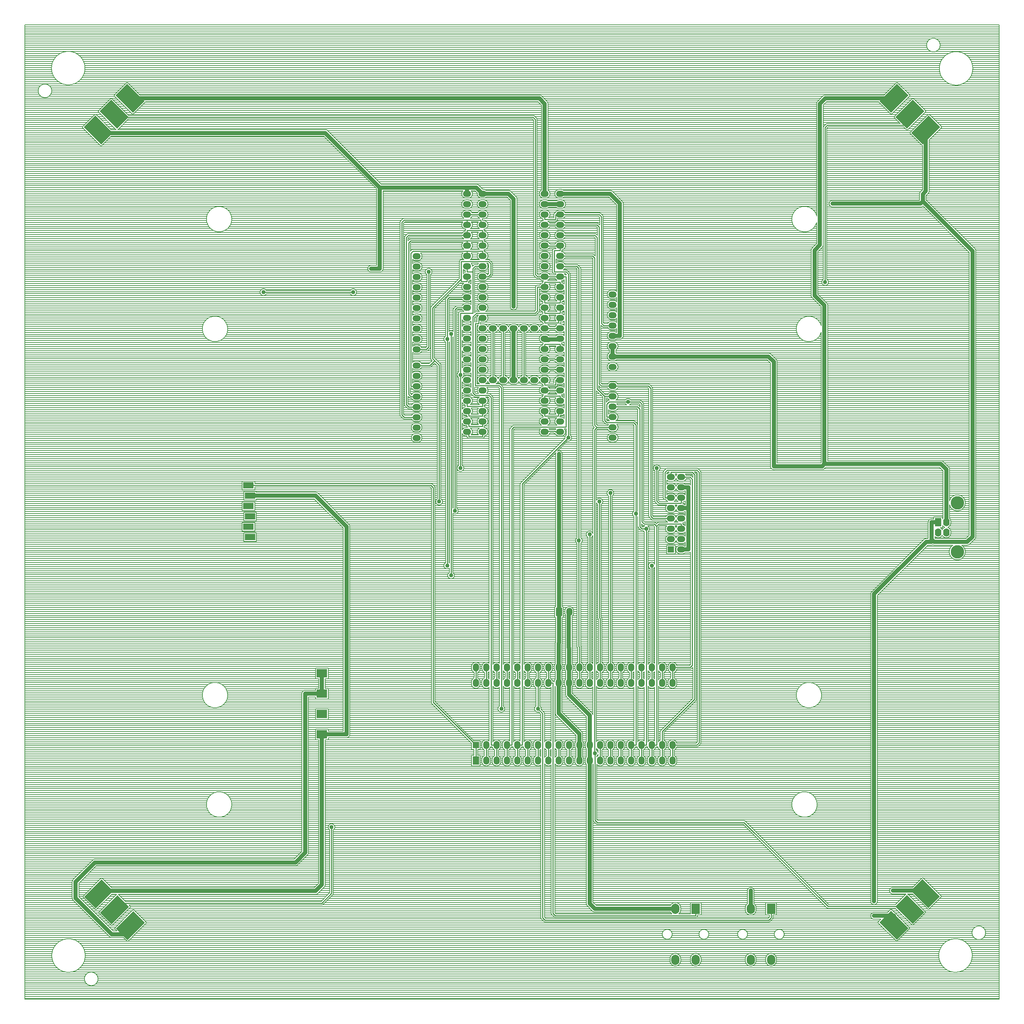
<source format=gbr>
G04 DipTrace 3.0.0.2*
G04 Bottom.gbr*
%MOIN*%
G04 #@! TF.FileFunction,Copper,L2,Bot*
G04 #@! TF.Part,Single*
%AMOUTLINE0*
4,1,4,
0.139194,-0.027839,
-0.027839,0.139194,
-0.139194,0.027839,
0.027839,-0.139194,
0.139194,-0.027839,
0*%
%AMOUTLINE3*
4,1,4,
0.027839,0.139194,
-0.139194,-0.027839,
-0.027839,-0.139194,
0.139194,0.027839,
0.027839,0.139194,
0*%
%AMOUTLINE6*
4,1,4,
-0.139194,0.027839,
0.027839,-0.139194,
0.139194,-0.027839,
-0.027839,0.139194,
-0.139194,0.027839,
0*%
%AMOUTLINE9*
4,1,4,
-0.027839,-0.139194,
0.139194,0.027839,
0.027839,0.139194,
-0.139194,-0.027839,
-0.027839,-0.139194,
0*%
G04 #@! TA.AperFunction,Conductor*
%ADD10C,0.009843*%
%ADD13C,0.03937*%
G04 #@! TA.AperFunction,CopperBalancing*
%ADD14C,0.007874*%
G04 #@! TA.AperFunction,ComponentPad*
%ADD16O,0.059055X0.07874*%
%ADD17R,0.059055X0.07874*%
%ADD18R,0.059055X0.059055*%
%ADD19O,0.059055X0.07874*%
%ADD20R,0.098425X0.07874*%
%ADD22O,0.07874X0.059055*%
%ADD24R,0.07874X0.098425*%
%ADD25O,0.07874X0.098425*%
%ADD26O,0.07874X0.059055*%
%ADD29R,0.098425X0.059055*%
%ADD30R,0.062992X0.07874*%
%ADD31O,0.062992X0.07874*%
%ADD32C,0.129921*%
G04 #@! TA.AperFunction,ViaPad*
%ADD33C,0.04*%
%ADD84OUTLINE0*%
%ADD87OUTLINE3*%
%ADD90OUTLINE6*%
%ADD93OUTLINE9*%
%FSLAX26Y26*%
G04*
G70*
G90*
G75*
G01*
G04 Bottom*
%LPD*%
X2586614Y5276408D2*
D13*
X3220470D1*
X3518701Y4978177D1*
Y2968749D1*
X3280413D1*
X5433858Y8194094D2*
Y9064370D1*
X5382676Y9115552D1*
X1425304D1*
X9117520Y8809735D2*
Y8219134D1*
X9089681Y8191295D1*
Y8120079D1*
X9569291Y7640469D1*
Y4881102D1*
X9518110Y4829921D1*
X9194882D1*
X9173228Y4851575D1*
Y5019685D1*
X9236220D1*
X5768504Y2716142D2*
Y2866142D1*
X6090551Y6821259D2*
X6161417D1*
Y8098425D1*
X8617366Y1356791D2*
Y4325240D1*
X9122047Y4829921D1*
X9173228D1*
Y4851575D1*
X8617366Y1214945D2*
X8808554D1*
Y1124605D1*
X8216220Y8098425D2*
X9068028D1*
X9089681Y8120079D1*
X3280413Y2968749D2*
Y1515110D1*
X3220470Y1455167D1*
X1124605D1*
Y1427667D1*
X5571654Y4152756D2*
Y5678689D1*
X5568898Y3615748D2*
Y3850594D1*
X5571654Y3853350D1*
Y4152756D1*
X5568504Y3466142D2*
Y3537008D1*
X5568898Y3537402D1*
Y3615748D1*
X5768504Y2866142D2*
Y2973996D1*
X5568504Y3173996D1*
Y3466142D1*
X6161417Y8098425D2*
X6066142Y8193701D1*
X5583858D1*
X6090551Y6921260D2*
D10*
X6003602D1*
X5981949Y6942913D1*
Y7972047D1*
X5960295Y7993701D1*
X5583858D1*
X5033858Y6894094D2*
Y6394094D1*
X5583858Y7993701D2*
X5539276D1*
Y7947445D1*
X5433858D1*
Y7994094D1*
X6753543Y4755660D2*
D13*
X6824409D1*
Y5155657D1*
Y5355660D1*
X6753543D1*
X9314961Y5019685D2*
Y5530780D1*
X9263780Y5581961D1*
X8137748D1*
Y7115201D1*
X8041626Y7211323D1*
Y7645579D1*
X8094488Y7698441D1*
Y9064780D1*
X8145671Y9115962D1*
X8811293D1*
X5133858Y7103626D2*
Y8142913D1*
X5082677Y8194094D1*
X4833858D1*
X8137748Y5581961D2*
X8116094Y5560307D1*
X7648346D1*
X5133858Y6894094D2*
Y6765067D1*
X7425197Y1283465D2*
Y1458335D1*
X1119077Y8809325D2*
Y8781310D1*
X3314360D1*
X3840945Y8254724D1*
X4684252D1*
Y8193701D1*
X3840945Y8254724D2*
Y7470398D1*
X3756917D1*
X5868504Y2716142D2*
Y1334646D1*
X5919685Y1283465D1*
X6696850D1*
X5868504Y2866142D2*
Y2716142D1*
X5668504Y3466142D2*
Y3353661D1*
X5868504Y3153661D1*
Y2866142D1*
X5668898Y3615748D2*
Y3537402D1*
X5668504Y3537008D1*
Y3466142D1*
X5671654Y4152756D2*
X5667092D1*
Y3805878D1*
X5668898Y3804072D1*
Y3615748D1*
X4833858Y8194094D2*
X4773228Y8254724D1*
X4684252D1*
X6753543Y5155659D2*
X6824409Y5155657D1*
X6090551Y6621259D2*
Y6721260D1*
X7648346Y5560307D2*
Y6570079D1*
X7597167Y6621259D1*
X6090551D1*
X5133858Y6765067D2*
Y6394094D1*
X9114781Y1430832D2*
Y1458335D1*
X8799740D1*
X5583858Y6793701D2*
Y6787034D1*
X5473232D1*
Y6780854D1*
X5433858D1*
Y6794094D1*
X3280413Y3559301D2*
Y3362450D1*
X3118701D1*
Y1824950D1*
X3024951Y1731201D1*
X1087451D1*
X899951Y1543701D1*
Y1387450D1*
X1249950Y1037451D1*
X1430832D1*
Y1121440D1*
X6653543Y5055660D2*
D10*
X6480123D1*
X6458469Y5077315D1*
Y6314567D1*
X6436815Y6336220D1*
X6090551D1*
X6168504Y2866142D2*
Y2716142D1*
X5583858Y7893701D2*
Y7892049D1*
X5484638D1*
Y7894094D1*
X5433858D1*
X6090551Y6336220D2*
X5981949D1*
X5960295Y6357874D1*
Y7872047D1*
X5938642Y7893701D1*
X5583858D1*
Y7793701D2*
X5916988D1*
X5938642Y7772047D1*
Y6310374D1*
X6012795Y6236220D1*
Y6004138D1*
X6034449Y5982484D1*
X6293504D1*
X6315157Y5960831D1*
Y5101921D1*
X6012795Y6236220D2*
X6090551D1*
X6268504Y2866142D2*
Y2716142D1*
X6315157Y5101921D2*
Y2866142D1*
X6268504D1*
X4196457Y6234794D2*
X4140354D1*
X4118701Y6256448D1*
Y7718701D1*
X4140354Y7740354D1*
X4684252D1*
X4833858D1*
Y7694094D1*
X4684252Y7740354D2*
Y7693701D1*
X6068898Y5301921D2*
Y3615748D1*
Y3522638D1*
X6068504Y3522244D1*
Y3466142D1*
X4196457Y6534794D2*
X4324636D1*
X4370898Y6581055D1*
X4349244Y6602709D1*
Y7090189D1*
X4628150Y7369094D1*
Y7347441D1*
X4684252D1*
Y7393701D1*
X5968504Y3466142D2*
Y3522244D1*
X5968898Y3522638D1*
Y3615748D1*
X4628150Y7369094D2*
Y7540354D1*
X4889961D1*
X4911614Y7518701D1*
Y7415748D1*
X4889961Y7394094D1*
X4833858D1*
X4370898Y6581055D2*
X4413634Y6538319D1*
Y5218925D1*
X5968898Y3615748D2*
Y4090965D1*
X5963346Y4096516D1*
Y5218925D1*
X6090551Y6136220D2*
X6330236D1*
X6351890Y6114567D1*
Y4977315D1*
X6373543Y4955661D1*
X6415157D1*
X5583858Y7093701D2*
Y7040354D1*
X5433858D1*
Y7094094D1*
X6368504Y2866142D2*
Y2716142D1*
X6415157Y4955661D2*
Y2866142D1*
X6368504D1*
X5583858Y7493701D2*
X5743146D1*
X5764799Y7472047D1*
Y4842583D1*
X4312516Y7440354D2*
Y6711665D1*
X4290860Y6690009D1*
X4196802D1*
X5768898Y3615748D2*
Y3522638D1*
X5768504Y3522244D1*
Y3466142D1*
X5764799Y4842583D2*
Y3816173D1*
X5768898Y3812075D1*
Y3615748D1*
X6468504Y2716142D2*
Y2866142D1*
X6515157D1*
Y4980268D1*
X6493504Y5001921D1*
X6395197D1*
X6373543Y5023575D1*
Y6160827D1*
X6351890Y6182480D1*
X6239488D1*
X5583858Y7193701D2*
Y7140354D1*
X5433858D1*
Y7194094D1*
X6239488Y6182480D2*
X6056102D1*
X6034449Y6160827D1*
Y6036220D1*
X6090551D1*
X6515157Y4980268D2*
X6536811Y5001921D1*
X6753543D1*
Y4955660D1*
X4196457Y6134793D2*
X4118701D1*
X4097047Y6156446D1*
Y7772047D1*
X4118701Y7793701D1*
X4684252D1*
X6668504Y3466142D2*
Y3522244D1*
X6668898Y3522638D1*
Y3615748D1*
X4684252Y7793701D2*
Y7840354D1*
X4833858D1*
Y7794094D1*
X6668898Y3615748D2*
X6839173D1*
X6860827Y3637402D1*
Y5434004D1*
X6839172Y5455659D1*
X6753543D1*
X4684252Y7493701D2*
Y7440354D1*
X4740354D1*
Y7472441D1*
X4762008Y7494094D1*
X4833858D1*
X4619874Y5542862D2*
Y6444531D1*
X6568898Y3615748D2*
Y3522638D1*
X6568504Y3522244D1*
Y3466142D1*
X6753543Y5255659D2*
Y5201921D1*
X6538508D1*
X6516854Y5223575D1*
Y5542862D1*
X4619874Y6444531D2*
Y7039961D1*
X4740354D1*
Y7440354D1*
X5868898Y4901921D2*
Y3615748D1*
X4684252Y7093701D2*
X4587323D1*
X4565669Y7072047D1*
Y5130421D1*
X5868898Y3615748D2*
Y3522638D1*
X5868504Y3522244D1*
Y3466142D1*
X4684252Y7193701D2*
X4513858D1*
X4492205Y7172047D1*
Y6790008D1*
X6468898Y4600929D2*
Y3615748D1*
X4492205Y6790008D2*
Y4600929D1*
X6468898Y3615748D2*
Y3522638D1*
X6468504Y3522244D1*
Y3466142D1*
X4196457Y6034794D2*
X4075394D1*
X4053740Y6056448D1*
Y7918307D1*
X4075394Y7939961D1*
X4684252D1*
X4817126D1*
Y7894094D1*
X4833858D1*
X4684252Y7939961D2*
Y7893701D1*
X6568504Y2716142D2*
Y2866142D1*
Y2995354D1*
X6882480Y3309331D1*
Y5480268D1*
X6860827Y5501921D1*
X6653543D1*
Y5455659D1*
X4196457Y6334795D2*
X4140354D1*
Y7618701D1*
X4162008Y7640354D1*
X4684252D1*
X4833858D1*
Y7594094D1*
X4684252Y7640354D2*
Y7593701D1*
X6668504Y2716142D2*
Y2866142D1*
X6904134D1*
X6925787Y2887795D1*
Y5501921D1*
X6904134Y5523575D1*
X6619094D1*
X6597441Y5501921D1*
Y5255659D1*
X6653543D1*
X4968504Y3466142D2*
Y3522244D1*
X4968898Y3522638D1*
Y3615748D1*
X4684252Y7993701D2*
Y7992126D1*
X4833858D1*
Y7994094D1*
X4684252Y6193701D2*
Y6140354D1*
X4833858D1*
Y6194094D1*
X4684252Y6093701D2*
X4701339D1*
Y6047445D1*
X4833858D1*
Y6094094D1*
X4684252Y5993701D2*
X4701339D1*
Y5947445D1*
X4833858D1*
Y5994094D1*
X4684252Y5893701D2*
X4701339D1*
Y5847445D1*
X4833858D1*
Y5894094D1*
X5583858Y5893701D2*
X5535276D1*
Y5898656D1*
X5433858D1*
Y5894094D1*
X5583858Y6093701D2*
X5566770D1*
Y6047445D1*
X5433858D1*
Y6094094D1*
X5583858Y6193701D2*
Y6240354D1*
X5433858D1*
Y6194094D1*
X5583858Y6293701D2*
Y6292049D1*
X5484638D1*
Y6294094D1*
X5433858D1*
X5583858Y6393701D2*
X5539276D1*
Y6347445D1*
X5433858D1*
Y6394094D1*
X5583858Y6493701D2*
X5537319D1*
Y6498656D1*
X5433858D1*
Y6494094D1*
X5583858Y6593701D2*
X5533240D1*
Y6598656D1*
X5433858D1*
Y6594094D1*
X5583858Y6693701D2*
Y6740354D1*
X5433858D1*
Y6694094D1*
X5583858Y6893701D2*
X5433858Y6894094D1*
X5583858Y6993701D2*
X5566770D1*
Y6947445D1*
X5433858D1*
Y6994094D1*
X5068504Y3466142D2*
Y3522244D1*
X5068898Y3522638D1*
Y3615748D1*
X5168504Y3466142D2*
Y3522244D1*
X5168898Y3522638D1*
Y3615748D1*
X5268504Y3466142D2*
Y3522244D1*
X5268898Y3522638D1*
Y3615748D1*
X6168504Y3466142D2*
Y3522244D1*
X6168898Y3522638D1*
Y3615748D1*
X6268504Y3466142D2*
Y3522244D1*
X6268898Y3522638D1*
Y3615748D1*
X6368504Y3466142D2*
Y3522244D1*
X6368898Y3522638D1*
Y3615748D1*
X6068504Y2716142D2*
Y2866142D1*
X5968504Y2716142D2*
Y2866142D1*
X5668504Y2716142D2*
Y2866142D1*
X5568504Y2716142D2*
Y2866142D1*
X5468504Y2716142D2*
Y2866142D1*
X5368504Y2716142D2*
Y2866142D1*
X5268504Y2716142D2*
Y2866142D1*
X5433858Y8094094D2*
D13*
X5583858Y8093701D1*
X5233858Y6894094D2*
D10*
Y6394094D1*
X5368898Y3615748D2*
Y3522638D1*
X5368504Y3522244D1*
Y3466142D1*
X4833858Y6994094D2*
X4795451D1*
Y6938909D1*
X4762008D1*
Y6340354D1*
X4993504D1*
X5015157Y6318701D1*
Y3216732D1*
X5368504D2*
X5414764Y3170472D1*
Y1195866D1*
X5436417Y1174213D1*
X7600394D1*
X7622047Y1195866D1*
Y1283465D1*
X5368504Y3466142D2*
Y3216732D1*
X4868898Y3615748D2*
Y3522638D1*
X4868504Y3522244D1*
Y3466142D1*
X4768898Y3615748D2*
Y3522638D1*
X4768504Y3522244D1*
Y3466142D1*
X5583858Y7593701D2*
X5895335D1*
X5916988Y7572047D1*
Y5957874D1*
X5938642Y5936220D1*
X5916988Y5914567D1*
Y2790335D1*
X5920000Y2787323D1*
X5938642Y5936220D2*
X6034445D1*
X6034446Y5936222D1*
X6090551D1*
X4868504Y2716142D2*
Y2866142D1*
X5920000Y2787323D2*
Y2139810D1*
X5941656Y2118154D1*
X7360080D1*
X8173014Y1305219D1*
X8961667D1*
Y1277719D1*
X4968504Y2716142D2*
Y2866142D1*
X8144303Y7339961D2*
Y8835076D1*
X8165959Y8856732D1*
X8964406D1*
Y8962846D1*
X5433858Y7294094D2*
Y7340354D1*
X5583858D1*
Y7293701D1*
X4968504Y2866142D2*
X4915157D1*
Y6225791D1*
X4893504Y6247445D1*
X4762008D1*
X4740354Y6269098D1*
Y7004921D1*
X4775787Y7040354D1*
X5343008D1*
X5364661Y7062008D1*
Y7294094D1*
X5433858D1*
X5068504Y2716142D2*
Y2866142D1*
X5433858Y7394094D2*
X5364665D1*
X5343012Y7415748D1*
Y8912768D1*
X5321358Y8934421D1*
X1272192D1*
Y8962438D1*
X5583858Y7393701D2*
X5433858Y7394094D1*
X5068504Y2866142D2*
X5115157D1*
Y5918701D1*
X5136811Y5940354D1*
X5639961D1*
Y7393701D1*
X5583858D1*
X5168504Y2716142D2*
Y2866142D1*
X1277719Y1274554D2*
Y1337451D1*
X3278629D1*
X3373724Y1432547D1*
Y2073185D1*
X5583858Y7693701D2*
Y7689139D1*
X5486677D1*
Y7691487D1*
X5433858D1*
Y7694094D1*
X5661614Y5836220D2*
Y7418701D1*
X5639961Y7440354D1*
X5527756D1*
Y7647441D1*
X5583858D1*
Y7693701D1*
X5168504Y2866142D2*
X5215157D1*
Y5389764D1*
X5661614Y5836220D1*
X5468898Y3615748D2*
Y3522638D1*
X5468504Y3522244D1*
Y3466142D1*
X4528937Y6838516D2*
Y4505811D1*
X5468504Y3466142D2*
X5514764D1*
Y1239173D1*
X5536417Y1217520D1*
X6893701D1*
Y1283465D1*
X4933858Y6894094D2*
Y6394094D1*
X3583071Y7243228D2*
X2715748D1*
X4768504Y2716142D2*
Y2866142D1*
X4355248Y3279398D1*
Y5354765D1*
X4333596Y5376417D1*
X2570866D1*
D33*
X5571654Y5678689D3*
X8617366Y1214945D3*
Y1356791D3*
X8216220Y8098425D3*
X6161417D3*
X7648346Y5560307D3*
X3756917Y7470398D3*
X5133858Y7103626D3*
Y6765067D3*
X8799740Y1458335D3*
X7425197D3*
X6315157Y5101921D3*
X6068898Y5301921D3*
X4413634Y5218925D3*
X5963346D3*
X6415157Y4955661D3*
X5764799Y4842583D3*
X4312516Y7440354D3*
X6239488Y6182480D3*
X4619874Y6444531D3*
Y5542862D3*
X6516854D3*
X5868898Y4901921D3*
X4565669Y5130421D3*
X4492205Y4600929D3*
X6468898D3*
X4492205Y6790008D3*
X5015157Y3216732D3*
X5368504D3*
X5920000Y2787323D3*
X8144303Y7339961D3*
X5661614Y5836220D3*
X3373724Y2073185D3*
X4528937Y4505811D3*
Y6838516D3*
X2715748Y7243228D3*
X3583071D3*
X410236Y9807087D2*
D14*
X9825992D1*
X410236Y9787402D2*
X9825992D1*
X410236Y9767717D2*
X9825992D1*
X410236Y9748031D2*
X9825992D1*
X410236Y9728346D2*
X9825992D1*
X410236Y9708661D2*
X9825992D1*
X410236Y9688976D2*
X9160038D1*
X9221068D2*
X9825992D1*
X410236Y9669291D2*
X9137000D1*
X9244105D2*
X9825992D1*
X410236Y9649606D2*
X9127235D1*
X9253871D2*
X9825992D1*
X410236Y9629921D2*
X9124497D1*
X9256609D2*
X9825992D1*
X410236Y9610236D2*
X9127835D1*
X9253272D2*
X9825992D1*
X410236Y9590551D2*
X9138430D1*
X9242675D2*
X9825992D1*
X410236Y9570866D2*
X9164051D1*
X9217054D2*
X9825992D1*
X410236Y9551181D2*
X753080D1*
X905676D2*
X9339403D1*
X9481264D2*
X9825992D1*
X410236Y9531496D2*
X724014D1*
X934759D2*
X9308244D1*
X9512421D2*
X9825992D1*
X410236Y9511811D2*
X704513D1*
X954259D2*
X9287776D1*
X9532891D2*
X9825992D1*
X410236Y9492126D2*
X690458D1*
X968315D2*
X9273088D1*
X9547577D2*
X9825992D1*
X410236Y9472441D2*
X680291D1*
X978465D2*
X9262446D1*
X9558220D2*
X9825992D1*
X410236Y9452756D2*
X673264D1*
X985493D2*
X9255018D1*
X9565648D2*
X9825992D1*
X410236Y9433071D2*
X668942D1*
X989815D2*
X9250343D1*
X9570323D2*
X9825992D1*
X410236Y9413386D2*
X667127D1*
X991644D2*
X9248190D1*
X9572492D2*
X9825992D1*
X410236Y9393701D2*
X667711D1*
X991045D2*
X9248436D1*
X9572230D2*
X9825992D1*
X410236Y9374016D2*
X670741D1*
X988030D2*
X9251127D1*
X9569539D2*
X9825992D1*
X410236Y9354331D2*
X676354D1*
X982417D2*
X9256371D1*
X9564295D2*
X9825992D1*
X410236Y9334646D2*
X684844D1*
X973912D2*
X9264445D1*
X9556220D2*
X9825992D1*
X410236Y9314961D2*
X696794D1*
X961979D2*
X9275857D1*
X9544810D2*
X9825992D1*
X410236Y9295276D2*
X713234D1*
X945524D2*
X9291589D1*
X9529077D2*
X9825992D1*
X410236Y9275591D2*
X736579D1*
X922193D2*
X9313735D1*
X9506932D2*
X9825992D1*
X410236Y9255906D2*
X775180D1*
X883592D2*
X1380710D1*
X1414227D2*
X8821963D1*
X8856294D2*
X9348953D1*
X9471714D2*
X9825992D1*
X410236Y9236220D2*
X558752D1*
X649587D2*
X1361025D1*
X1433912D2*
X8802278D1*
X8875979D2*
X9825992D1*
X410236Y9216535D2*
X544404D1*
X663950D2*
X1341340D1*
X1453597D2*
X8782593D1*
X8895664D2*
X9825992D1*
X410236Y9196850D2*
X538636D1*
X669718D2*
X1321655D1*
X1473282D2*
X8762908D1*
X8915349D2*
X9825992D1*
X410236Y9177165D2*
X539113D1*
X669226D2*
X1301970D1*
X1492967D2*
X8743223D1*
X8935034D2*
X9825992D1*
X410236Y9157480D2*
X546003D1*
X662350D2*
X1282285D1*
X1512652D2*
X8723538D1*
X8954719D2*
X9825992D1*
X410236Y9137795D2*
X562382D1*
X645972D2*
X1274580D1*
X5406184D2*
X8121744D1*
X8961794D2*
X9825992D1*
X410236Y9118110D2*
X1293480D1*
X5425869D2*
X8102059D1*
X8942709D2*
X9825992D1*
X410236Y9098425D2*
X1223230D1*
X1265482D2*
X1313165D1*
X5445554D2*
X8082374D1*
X8923024D2*
X8970707D1*
X9013774D2*
X9825992D1*
X410236Y9078740D2*
X1203545D1*
X1285167D2*
X1332850D1*
X1573445D2*
X5373728D1*
X5463009D2*
X8065134D1*
X8154199D2*
X8663559D1*
X8903339D2*
X8951022D1*
X9033459D2*
X9825992D1*
X410236Y9059055D2*
X1183860D1*
X1304852D2*
X1352535D1*
X1553760D2*
X5393413D1*
X5466438D2*
X8061904D1*
X8134514D2*
X8683244D1*
X8883654D2*
X8931337D1*
X9053144D2*
X9825992D1*
X410236Y9039370D2*
X1164175D1*
X1324537D2*
X1372220D1*
X1534075D2*
X5401272D1*
X5466438D2*
X8061904D1*
X8127072D2*
X8702929D1*
X8863969D2*
X8911652D1*
X9072829D2*
X9825992D1*
X410236Y9019685D2*
X1144490D1*
X1344222D2*
X1391906D1*
X1514390D2*
X5401272D1*
X5466438D2*
X8061904D1*
X8127072D2*
X8722614D1*
X8844283D2*
X8891967D1*
X9092514D2*
X9825992D1*
X410236Y9000000D2*
X1124804D1*
X1363907D2*
X1411591D1*
X1494705D2*
X5401272D1*
X5466438D2*
X8061904D1*
X8127072D2*
X8742299D1*
X8824598D2*
X8872282D1*
X9112199D2*
X9825992D1*
X410236Y8980315D2*
X1125035D1*
X1383592D2*
X1431276D1*
X1475020D2*
X5401272D1*
X5466438D2*
X8061904D1*
X8127072D2*
X8761984D1*
X8804913D2*
X8852597D1*
X9111155D2*
X9825992D1*
X410236Y8960630D2*
X1144720D1*
X1403277D2*
X5401272D1*
X5466438D2*
X8061904D1*
X8127072D2*
X8832912D1*
X9091470D2*
X9141445D1*
X9149285D2*
X9825992D1*
X410236Y8940945D2*
X1065749D1*
X1116738D2*
X1164406D1*
X5339717D2*
X5401272D1*
X5466438D2*
X8061904D1*
X8127072D2*
X8813873D1*
X9071785D2*
X9119453D1*
X9171255D2*
X9825992D1*
X410236Y8921260D2*
X1046064D1*
X1136423D2*
X1184091D1*
X5358571D2*
X5401272D1*
X5466438D2*
X8061904D1*
X8127072D2*
X8821039D1*
X9052100D2*
X9099768D1*
X9190940D2*
X9825992D1*
X410236Y8901575D2*
X1026379D1*
X1156108D2*
X1203776D1*
X1396280D2*
X5325192D1*
X5360832D2*
X5401272D1*
X5466438D2*
X8061904D1*
X8127072D2*
X8840724D1*
X9032415D2*
X9080083D1*
X9210625D2*
X9825992D1*
X410236Y8881890D2*
X1006694D1*
X1175793D2*
X1223461D1*
X1376594D2*
X5325192D1*
X5360832D2*
X5401272D1*
X5466438D2*
X8061904D1*
X8127072D2*
X8860409D1*
X9012730D2*
X9060398D1*
X9230310D2*
X9825992D1*
X410236Y8862205D2*
X987009D1*
X1195478D2*
X1243146D1*
X1356909D2*
X5325192D1*
X5360832D2*
X5401272D1*
X5466438D2*
X8061904D1*
X8127072D2*
X8146550D1*
X8993045D2*
X9040713D1*
X9249995D2*
X9825992D1*
X410236Y8842520D2*
X968232D1*
X1215163D2*
X1262831D1*
X1337224D2*
X5325192D1*
X5360832D2*
X5401272D1*
X5466438D2*
X8061904D1*
X8974589D2*
X9021028D1*
X9268558D2*
X9825992D1*
X410236Y8822835D2*
X976290D1*
X1234848D2*
X1282516D1*
X1317539D2*
X5325192D1*
X5360832D2*
X5401272D1*
X5466438D2*
X8061904D1*
X8162121D2*
X8919465D1*
X8953675D2*
X9001343D1*
X9259899D2*
X9825992D1*
X410236Y8803150D2*
X995975D1*
X3338270D2*
X5325192D1*
X5360832D2*
X5401272D1*
X5466438D2*
X8061904D1*
X8162121D2*
X8981657D1*
X9240214D2*
X9825992D1*
X410236Y8783465D2*
X1015660D1*
X3357955D2*
X5325192D1*
X5360832D2*
X5401272D1*
X5466438D2*
X8061904D1*
X8162121D2*
X8965525D1*
X9220529D2*
X9825992D1*
X410236Y8763780D2*
X1035345D1*
X3377640D2*
X5325192D1*
X5360832D2*
X5401272D1*
X5466438D2*
X8061904D1*
X8162121D2*
X8978520D1*
X9200844D2*
X9825992D1*
X410236Y8744094D2*
X1055030D1*
X1238799D2*
X3305815D1*
X3397325D2*
X5325192D1*
X5360832D2*
X5401272D1*
X5466438D2*
X8061904D1*
X8162121D2*
X8998205D1*
X9181159D2*
X9825992D1*
X410236Y8724409D2*
X1074715D1*
X1219114D2*
X3325500D1*
X3417010D2*
X5325192D1*
X5360832D2*
X5401272D1*
X5466438D2*
X8061904D1*
X8162121D2*
X9017890D1*
X9161474D2*
X9825992D1*
X410236Y8704724D2*
X1094400D1*
X1199429D2*
X3345185D1*
X3436696D2*
X5325192D1*
X5360832D2*
X5401272D1*
X5466438D2*
X8061904D1*
X8162121D2*
X9037575D1*
X9150109D2*
X9825992D1*
X410236Y8685039D2*
X1114085D1*
X1179744D2*
X3364870D1*
X3456381D2*
X5325192D1*
X5360832D2*
X5401272D1*
X5466438D2*
X8061904D1*
X8162121D2*
X9057260D1*
X9150109D2*
X9825992D1*
X410236Y8665354D2*
X1133770D1*
X1160059D2*
X3384555D1*
X3476066D2*
X5325192D1*
X5360832D2*
X5401272D1*
X5466438D2*
X8061904D1*
X8162121D2*
X9076945D1*
X9150109D2*
X9825992D1*
X410236Y8645669D2*
X3404240D1*
X3495751D2*
X5325192D1*
X5360832D2*
X5401272D1*
X5466438D2*
X8061904D1*
X8162121D2*
X9084927D1*
X9150109D2*
X9825992D1*
X410236Y8625984D2*
X3423925D1*
X3515436D2*
X5325192D1*
X5360832D2*
X5401272D1*
X5466438D2*
X8061904D1*
X8162121D2*
X9084927D1*
X9150109D2*
X9825992D1*
X410236Y8606299D2*
X3443610D1*
X3535121D2*
X5325192D1*
X5360832D2*
X5401272D1*
X5466438D2*
X8061904D1*
X8162121D2*
X9084927D1*
X9150109D2*
X9825992D1*
X410236Y8586614D2*
X3463295D1*
X3554806D2*
X5325192D1*
X5360832D2*
X5401272D1*
X5466438D2*
X8061904D1*
X8162121D2*
X9084927D1*
X9150109D2*
X9825992D1*
X410236Y8566929D2*
X3482980D1*
X3574491D2*
X5325192D1*
X5360832D2*
X5401272D1*
X5466438D2*
X8061904D1*
X8162121D2*
X9084927D1*
X9150109D2*
X9825992D1*
X410236Y8547244D2*
X3502665D1*
X3594176D2*
X5325192D1*
X5360832D2*
X5401272D1*
X5466438D2*
X8061904D1*
X8162121D2*
X9084927D1*
X9150109D2*
X9825992D1*
X410236Y8527559D2*
X3522350D1*
X3613861D2*
X5325192D1*
X5360832D2*
X5401272D1*
X5466438D2*
X8061904D1*
X8162121D2*
X9084927D1*
X9150109D2*
X9825992D1*
X410236Y8507874D2*
X3542035D1*
X3633546D2*
X5325192D1*
X5360832D2*
X5401272D1*
X5466438D2*
X8061904D1*
X8162121D2*
X9084927D1*
X9150109D2*
X9825992D1*
X410236Y8488189D2*
X3561720D1*
X3653231D2*
X5325192D1*
X5360832D2*
X5401272D1*
X5466438D2*
X8061904D1*
X8162121D2*
X9084927D1*
X9150109D2*
X9825992D1*
X410236Y8468504D2*
X3581406D1*
X3672916D2*
X5325192D1*
X5360832D2*
X5401272D1*
X5466438D2*
X8061904D1*
X8162121D2*
X9084927D1*
X9150109D2*
X9825992D1*
X410236Y8448819D2*
X3601091D1*
X3692601D2*
X5325192D1*
X5360832D2*
X5401272D1*
X5466438D2*
X8061904D1*
X8162121D2*
X9084927D1*
X9150109D2*
X9825992D1*
X410236Y8429134D2*
X3620776D1*
X3712286D2*
X5325192D1*
X5360832D2*
X5401272D1*
X5466438D2*
X8061904D1*
X8162121D2*
X9084927D1*
X9150109D2*
X9825992D1*
X410236Y8409449D2*
X3640461D1*
X3731971D2*
X5325192D1*
X5360832D2*
X5401272D1*
X5466438D2*
X8061904D1*
X8162121D2*
X9084927D1*
X9150109D2*
X9825992D1*
X410236Y8389764D2*
X3660146D1*
X3751656D2*
X5325192D1*
X5360832D2*
X5401272D1*
X5466438D2*
X8061904D1*
X8162121D2*
X9084927D1*
X9150109D2*
X9825992D1*
X410236Y8370079D2*
X3679831D1*
X3771341D2*
X5325192D1*
X5360832D2*
X5401272D1*
X5466438D2*
X8061904D1*
X8162121D2*
X9084927D1*
X9150109D2*
X9825992D1*
X410236Y8350394D2*
X3699516D1*
X3791026D2*
X5325192D1*
X5360832D2*
X5401272D1*
X5466438D2*
X8061904D1*
X8162121D2*
X9084927D1*
X9150109D2*
X9825992D1*
X410236Y8330709D2*
X3719201D1*
X3810711D2*
X5325192D1*
X5360832D2*
X5401272D1*
X5466438D2*
X8061904D1*
X8162121D2*
X9084927D1*
X9150109D2*
X9825992D1*
X410236Y8311024D2*
X3738886D1*
X3830396D2*
X5325192D1*
X5360832D2*
X5401272D1*
X5466438D2*
X8061904D1*
X8162121D2*
X9084927D1*
X9150109D2*
X9825992D1*
X410236Y8291339D2*
X3758571D1*
X3850081D2*
X5325192D1*
X5360832D2*
X5401272D1*
X5466438D2*
X8061904D1*
X8162121D2*
X9084927D1*
X9150109D2*
X9825992D1*
X410236Y8271654D2*
X3778256D1*
X4802052D2*
X5325192D1*
X5360832D2*
X5401272D1*
X5466438D2*
X8061904D1*
X8162121D2*
X9084927D1*
X9150109D2*
X9825992D1*
X410236Y8251969D2*
X3797941D1*
X4821738D2*
X5325192D1*
X5360832D2*
X5401272D1*
X5466438D2*
X8061904D1*
X8162121D2*
X9084927D1*
X9150109D2*
X9825992D1*
X410236Y8232283D2*
X3808352D1*
X4861123D2*
X5325192D1*
X5360832D2*
X5401272D1*
X5466438D2*
X5557537D1*
X5610185D2*
X8061904D1*
X8162121D2*
X9084912D1*
X9150109D2*
X9825992D1*
X410236Y8212598D2*
X3808352D1*
X3873534D2*
X4636508D1*
X4732003D2*
X4769597D1*
X5109924D2*
X5325192D1*
X5360832D2*
X5385908D1*
X5481802D2*
X5536114D1*
X6093007D2*
X8061904D1*
X8162121D2*
X9065289D1*
X9149433D2*
X9825992D1*
X410236Y8192913D2*
X3808352D1*
X3873534D2*
X4631971D1*
X4736524D2*
X4781593D1*
X5129609D2*
X5325192D1*
X5360832D2*
X5381587D1*
X5486123D2*
X5531577D1*
X6112692D2*
X8061904D1*
X8162121D2*
X9057138D1*
X9137052D2*
X9825992D1*
X410236Y8173228D2*
X3808352D1*
X3873534D2*
X4637354D1*
X4731156D2*
X4787176D1*
X5149294D2*
X5325192D1*
X5360832D2*
X5387185D1*
X5480541D2*
X5536961D1*
X6132377D2*
X8061904D1*
X8162121D2*
X9057092D1*
X9122273D2*
X9825992D1*
X410236Y8153543D2*
X3808352D1*
X3873534D2*
X4662560D1*
X4705950D2*
X4813705D1*
X4854003D2*
X5077469D1*
X5164612D2*
X5325192D1*
X5360832D2*
X5413714D1*
X5454012D2*
X5562167D1*
X5605556D2*
X6060537D1*
X6152062D2*
X8061904D1*
X8162121D2*
X9057092D1*
X9122273D2*
X9825992D1*
X410236Y8133858D2*
X3808352D1*
X3873534D2*
X4662560D1*
X4705950D2*
X4810828D1*
X4856895D2*
X5097154D1*
X5166442D2*
X5325192D1*
X5360832D2*
X5410822D1*
X5456888D2*
X5562167D1*
X5605556D2*
X6080222D1*
X6171747D2*
X8061904D1*
X8162121D2*
X9057092D1*
X9122273D2*
X9825992D1*
X410236Y8114173D2*
X3808352D1*
X3873534D2*
X4637354D1*
X4731156D2*
X4786730D1*
X4880978D2*
X5101274D1*
X5166442D2*
X5325192D1*
X5360832D2*
X5386739D1*
X5630762D2*
X6099907D1*
X6190202D2*
X8061904D1*
X8162121D2*
X8187428D1*
X9141344D2*
X9825992D1*
X410236Y8094488D2*
X3808352D1*
X3873534D2*
X4631971D1*
X4736524D2*
X4781577D1*
X4886146D2*
X5101274D1*
X5166442D2*
X5325192D1*
X5360832D2*
X5381571D1*
X5636130D2*
X6119592D1*
X6194093D2*
X8061904D1*
X8162121D2*
X8183552D1*
X9161029D2*
X9825992D1*
X410236Y8074803D2*
X3808352D1*
X3873534D2*
X4636508D1*
X4732003D2*
X4786314D1*
X4881408D2*
X5101274D1*
X5166442D2*
X5325192D1*
X5360832D2*
X5386308D1*
X5631609D2*
X6128833D1*
X6194001D2*
X8061904D1*
X8162121D2*
X8193656D1*
X9180714D2*
X9825992D1*
X410236Y8055118D2*
X2226383D1*
X2348420D2*
X3808352D1*
X3873534D2*
X4657930D1*
X4710579D2*
X4808537D1*
X4859186D2*
X5101274D1*
X5166442D2*
X5325192D1*
X5360832D2*
X5408530D1*
X5459180D2*
X5557537D1*
X5610185D2*
X6128833D1*
X6194001D2*
X7883864D1*
X8005900D2*
X8061904D1*
X8162121D2*
X9108887D1*
X9200399D2*
X9825992D1*
X410236Y8035433D2*
X2200438D1*
X2374365D2*
X3808352D1*
X3873534D2*
X4818118D1*
X4849605D2*
X5101274D1*
X5166442D2*
X5325192D1*
X5360832D2*
X5418112D1*
X5449598D2*
X6128833D1*
X6194001D2*
X7857919D1*
X8031845D2*
X8061904D1*
X8162121D2*
X9128572D1*
X9220084D2*
X9825992D1*
X410236Y8015748D2*
X2184398D1*
X2390406D2*
X3808352D1*
X3873534D2*
X4638277D1*
X4730218D2*
X4787652D1*
X4880071D2*
X5101274D1*
X5166442D2*
X5325192D1*
X5360832D2*
X5387646D1*
X5480064D2*
X5537883D1*
X5629824D2*
X6128833D1*
X6194001D2*
X7841878D1*
X8047886D2*
X8061904D1*
X8162121D2*
X9148257D1*
X9239769D2*
X9825992D1*
X410236Y7996063D2*
X2173941D1*
X2400862D2*
X3808352D1*
X3873534D2*
X4632033D1*
X4886098D2*
X5101274D1*
X5166442D2*
X5325192D1*
X5360832D2*
X5381618D1*
X5486093D2*
X5521612D1*
X5982818D2*
X6128833D1*
X6194001D2*
X7831421D1*
X8058343D2*
X8061896D1*
X8162121D2*
X9167942D1*
X9259454D2*
X9825992D1*
X410236Y7976378D2*
X2167589D1*
X2407214D2*
X3808352D1*
X3873534D2*
X4635739D1*
X4882193D2*
X5101274D1*
X5166442D2*
X5325192D1*
X5360832D2*
X5385524D1*
X5482186D2*
X5521458D1*
X5632362D2*
X5952745D1*
X5999211D2*
X6128833D1*
X6194001D2*
X7825070D1*
X8162121D2*
X9187627D1*
X9279139D2*
X9825992D1*
X410236Y7956693D2*
X2164682D1*
X2410121D2*
X3808352D1*
X3873534D2*
X4071409D1*
X4862815D2*
X5101274D1*
X5166442D2*
X5325192D1*
X5360832D2*
X5404902D1*
X5613600D2*
X5964126D1*
X5999765D2*
X6128833D1*
X6194001D2*
X7822163D1*
X8162121D2*
X9207312D1*
X9298824D2*
X9825992D1*
X410236Y7937008D2*
X2165005D1*
X2409798D2*
X3808352D1*
X3873534D2*
X4047556D1*
X4834949D2*
X5101274D1*
X5166442D2*
X5325192D1*
X5360832D2*
X5419604D1*
X5553529D2*
X5964126D1*
X5999765D2*
X6128833D1*
X6194001D2*
X7822486D1*
X8162121D2*
X9226997D1*
X9318509D2*
X9825992D1*
X410236Y7917323D2*
X2168558D1*
X2406245D2*
X3808352D1*
X3873534D2*
X4035915D1*
X4077629D2*
X4639307D1*
X4729188D2*
X4788652D1*
X4879071D2*
X5101274D1*
X5166442D2*
X5325192D1*
X5360832D2*
X5388646D1*
X5479064D2*
X5538913D1*
X5628794D2*
X5964126D1*
X5999765D2*
X6128833D1*
X6194001D2*
X7826038D1*
X8162121D2*
X9246682D1*
X9338194D2*
X9825992D1*
X410236Y7897638D2*
X2175678D1*
X2399125D2*
X3808352D1*
X3873534D2*
X4035915D1*
X4071570D2*
X4632156D1*
X4736354D2*
X4781731D1*
X4885991D2*
X5101274D1*
X5166442D2*
X5325192D1*
X5360832D2*
X5381726D1*
X5959580D2*
X5964126D1*
X5999765D2*
X6128833D1*
X6194001D2*
X7833159D1*
X8056605D2*
X8061911D1*
X8162121D2*
X9266367D1*
X9357879D2*
X9825992D1*
X410236Y7877953D2*
X2187089D1*
X2387714D2*
X3808352D1*
X3873534D2*
X4035915D1*
X4071570D2*
X4635063D1*
X4733448D2*
X4784823D1*
X4882885D2*
X5101274D1*
X5166442D2*
X5325192D1*
X5360832D2*
X5384832D1*
X5999765D2*
X6128833D1*
X6194001D2*
X7844570D1*
X8045194D2*
X8061904D1*
X8162121D2*
X9286052D1*
X9377564D2*
X9825992D1*
X410236Y7858268D2*
X2204591D1*
X2370213D2*
X3808352D1*
X3873534D2*
X4035915D1*
X4071570D2*
X4651718D1*
X4716777D2*
X4801986D1*
X4865738D2*
X5101274D1*
X5166442D2*
X5325192D1*
X5360832D2*
X5401979D1*
X5465731D2*
X5551324D1*
X5616383D2*
X5942472D1*
X5999765D2*
X6128833D1*
X6194001D2*
X7862071D1*
X8027693D2*
X8061904D1*
X8162121D2*
X9305738D1*
X9397249D2*
X9825992D1*
X410236Y7838583D2*
X2233933D1*
X2340870D2*
X3808352D1*
X3873534D2*
X4035915D1*
X4071570D2*
X4666436D1*
X4851681D2*
X5101274D1*
X5166442D2*
X5325192D1*
X5360832D2*
X5942472D1*
X5999765D2*
X6128833D1*
X6194001D2*
X7891413D1*
X7998350D2*
X8061904D1*
X8162121D2*
X9325423D1*
X9416934D2*
X9825992D1*
X410236Y7818898D2*
X3808352D1*
X3873534D2*
X4035915D1*
X4071570D2*
X4640461D1*
X4728050D2*
X4789759D1*
X4877948D2*
X5101274D1*
X5166442D2*
X5325192D1*
X5360832D2*
X5389769D1*
X5477958D2*
X5540067D1*
X5627656D2*
X5942472D1*
X5999765D2*
X6128833D1*
X6194001D2*
X8061904D1*
X8162121D2*
X9345108D1*
X9436619D2*
X9825992D1*
X410236Y7799213D2*
X3808352D1*
X3873534D2*
X4035915D1*
X4071570D2*
X4099337D1*
X4736169D2*
X4781885D1*
X4885822D2*
X5101274D1*
X5166442D2*
X5325192D1*
X5360832D2*
X5381895D1*
X5485832D2*
X5531946D1*
X5936357D2*
X5942472D1*
X5999765D2*
X6128833D1*
X6194001D2*
X8061904D1*
X8162121D2*
X9364793D1*
X9456304D2*
X9825992D1*
X410236Y7779528D2*
X3808352D1*
X3873534D2*
X4035915D1*
X4071570D2*
X4080959D1*
X4734047D2*
X4784207D1*
X4883516D2*
X5101274D1*
X5166442D2*
X5325192D1*
X5360832D2*
X5384201D1*
X5483509D2*
X5534054D1*
X5999765D2*
X6128833D1*
X6194001D2*
X8061904D1*
X8162121D2*
X9384478D1*
X9475990D2*
X9825992D1*
X410236Y7759843D2*
X3808352D1*
X3873534D2*
X4035915D1*
X4071570D2*
X4079222D1*
X4114877D2*
X4649365D1*
X4719146D2*
X4799525D1*
X4868198D2*
X5101274D1*
X5166442D2*
X5325192D1*
X5360832D2*
X5399518D1*
X5468192D2*
X5548971D1*
X5618752D2*
X5920819D1*
X5999765D2*
X6128833D1*
X6194001D2*
X8061904D1*
X8162121D2*
X9404163D1*
X9495675D2*
X9825992D1*
X410236Y7740157D2*
X3808352D1*
X3873534D2*
X4035915D1*
X4071570D2*
X4079222D1*
X4851681D2*
X5101274D1*
X5166442D2*
X5325192D1*
X5360832D2*
X5920819D1*
X5999765D2*
X6128833D1*
X6194001D2*
X8061904D1*
X8162121D2*
X9423848D1*
X9515360D2*
X9825992D1*
X410236Y7720472D2*
X3808352D1*
X3873534D2*
X4035915D1*
X4071570D2*
X4079222D1*
X4145357D2*
X4641706D1*
X4726789D2*
X4790990D1*
X4876718D2*
X5101274D1*
X5166442D2*
X5325192D1*
X5360832D2*
X5390999D1*
X5476727D2*
X5541312D1*
X5626395D2*
X5920819D1*
X5999765D2*
X6128833D1*
X6194001D2*
X8061904D1*
X8162121D2*
X9443533D1*
X9535045D2*
X9825992D1*
X410236Y7700787D2*
X3808352D1*
X3873534D2*
X4035915D1*
X4071570D2*
X4079222D1*
X4136530D2*
X4632571D1*
X4735924D2*
X4782115D1*
X4885606D2*
X5101274D1*
X5166442D2*
X5325192D1*
X5360832D2*
X5382110D1*
X5635530D2*
X5920819D1*
X5999765D2*
X6128833D1*
X6194001D2*
X8051077D1*
X8162121D2*
X9463218D1*
X9554730D2*
X9825992D1*
X410236Y7681102D2*
X3808352D1*
X3873534D2*
X4035915D1*
X4071570D2*
X4079222D1*
X4136530D2*
X4633924D1*
X4734585D2*
X4783654D1*
X4884070D2*
X5101274D1*
X5166442D2*
X5325192D1*
X5360832D2*
X5383647D1*
X5634192D2*
X5920819D1*
X5999765D2*
X6128833D1*
X6194001D2*
X8031392D1*
X8121934D2*
X8126482D1*
X8162121D2*
X9482903D1*
X9574415D2*
X9825992D1*
X410236Y7661417D2*
X3808352D1*
X3873534D2*
X4035915D1*
X4071570D2*
X4079222D1*
X4136530D2*
X4647304D1*
X4721206D2*
X4797403D1*
X4870320D2*
X5101274D1*
X5166442D2*
X5325192D1*
X5360832D2*
X5397396D1*
X5470314D2*
X5517230D1*
X5620812D2*
X5920819D1*
X5999765D2*
X6128833D1*
X6194001D2*
X8013261D1*
X8103219D2*
X8126482D1*
X8162121D2*
X9502588D1*
X9594007D2*
X9825992D1*
X410236Y7641732D2*
X3808352D1*
X3873534D2*
X4035915D1*
X4071570D2*
X4079222D1*
X4851619D2*
X5101274D1*
X5166442D2*
X5325192D1*
X5360832D2*
X5509940D1*
X5600697D2*
X5920819D1*
X5999765D2*
X6128833D1*
X6194001D2*
X8009047D1*
X8083534D2*
X8126482D1*
X8162121D2*
X9522273D1*
X9601850D2*
X9825992D1*
X410236Y7622047D2*
X3808352D1*
X3873534D2*
X4035915D1*
X4071570D2*
X4079222D1*
X4234047D2*
X4643105D1*
X4725404D2*
X4792343D1*
X4875365D2*
X5101274D1*
X5166442D2*
X5325192D1*
X5360832D2*
X5392352D1*
X5475374D2*
X5509940D1*
X5625010D2*
X5920819D1*
X5999765D2*
X6128833D1*
X6194001D2*
X8009047D1*
X8074214D2*
X8126482D1*
X8162121D2*
X9536698D1*
X9601881D2*
X9825992D1*
X410236Y7602362D2*
X3808352D1*
X3873534D2*
X4035915D1*
X4071570D2*
X4079222D1*
X4247211D2*
X4632879D1*
X4735631D2*
X4782408D1*
X4885315D2*
X5101274D1*
X5166442D2*
X5325192D1*
X5360832D2*
X5382402D1*
X5485308D2*
X5509940D1*
X5911551D2*
X5920819D1*
X5999765D2*
X6128833D1*
X6194001D2*
X8009047D1*
X8074214D2*
X8126482D1*
X8162121D2*
X9536698D1*
X9601881D2*
X9825992D1*
X410236Y7582677D2*
X3808352D1*
X3873534D2*
X4035915D1*
X4071570D2*
X4079222D1*
X4248442D2*
X4633448D1*
X4735047D2*
X4783177D1*
X4884546D2*
X5101274D1*
X5166442D2*
X5325192D1*
X5360832D2*
X5383171D1*
X5484539D2*
X5509940D1*
X5999765D2*
X6128833D1*
X6194001D2*
X8009047D1*
X8074214D2*
X8126482D1*
X8162121D2*
X9536698D1*
X9601881D2*
X9825992D1*
X410236Y7562992D2*
X3808352D1*
X3873534D2*
X4035915D1*
X4071570D2*
X4079222D1*
X4239138D2*
X4645474D1*
X4723021D2*
X4795526D1*
X4872197D2*
X5101274D1*
X5166442D2*
X5325192D1*
X5360832D2*
X5395520D1*
X5472190D2*
X5509940D1*
X5622627D2*
X5899165D1*
X5999765D2*
X6128833D1*
X6194001D2*
X8009047D1*
X8074214D2*
X8126482D1*
X8162121D2*
X9536698D1*
X9601881D2*
X9825992D1*
X410236Y7543307D2*
X3808352D1*
X3873534D2*
X4035915D1*
X4071570D2*
X4079222D1*
X4158184D2*
X4610579D1*
X4911890D2*
X5101274D1*
X5166442D2*
X5325192D1*
X5360832D2*
X5509940D1*
X5545579D2*
X5899165D1*
X5999765D2*
X6128833D1*
X6194001D2*
X8009047D1*
X8074214D2*
X8126482D1*
X8162121D2*
X9536698D1*
X9601881D2*
X9825992D1*
X410236Y7523622D2*
X3808352D1*
X3873534D2*
X4035915D1*
X4071570D2*
X4079222D1*
X4158184D2*
X4161576D1*
X4232033D2*
X4610333D1*
X4928714D2*
X5101274D1*
X5166442D2*
X5325192D1*
X5360832D2*
X5393844D1*
X5473866D2*
X5509940D1*
X5623472D2*
X5899165D1*
X5999765D2*
X6128833D1*
X6194001D2*
X8009047D1*
X8074214D2*
X8126482D1*
X8162121D2*
X9536698D1*
X9601881D2*
X9825992D1*
X410236Y7503937D2*
X3808352D1*
X3873534D2*
X4035915D1*
X4071570D2*
X4079222D1*
X4246689D2*
X4610333D1*
X4735262D2*
X4746975D1*
X4884961D2*
X4893798D1*
X4929437D2*
X5101274D1*
X5166442D2*
X5325192D1*
X5360832D2*
X5382756D1*
X5484955D2*
X5509940D1*
X5757793D2*
X5899165D1*
X5999765D2*
X6128833D1*
X6194001D2*
X8009047D1*
X8074214D2*
X8126482D1*
X8162121D2*
X9536698D1*
X9601881D2*
X9825992D1*
X410236Y7484252D2*
X3727151D1*
X3873534D2*
X4035915D1*
X4071570D2*
X4079222D1*
X4248688D2*
X4610333D1*
X4884961D2*
X4893798D1*
X4929437D2*
X5101274D1*
X5166442D2*
X5325192D1*
X5360832D2*
X5382756D1*
X5484955D2*
X5509940D1*
X5777478D2*
X5899165D1*
X5999765D2*
X6128833D1*
X6194001D2*
X8009047D1*
X8074214D2*
X8126482D1*
X8162121D2*
X9536698D1*
X9601881D2*
X9825992D1*
X410236Y7464567D2*
X3724537D1*
X3872996D2*
X4035915D1*
X4071570D2*
X4079222D1*
X4240415D2*
X4290621D1*
X4334411D2*
X4610333D1*
X4758177D2*
X4793850D1*
X4873873D2*
X4893798D1*
X4929437D2*
X5101274D1*
X5166442D2*
X5325192D1*
X5360832D2*
X5393844D1*
X5473866D2*
X5509940D1*
X5624257D2*
X5746975D1*
X5782614D2*
X5899165D1*
X5999765D2*
X6128833D1*
X6194001D2*
X8009047D1*
X8074214D2*
X8126482D1*
X8162121D2*
X9536698D1*
X9601881D2*
X9825992D1*
X410236Y7444882D2*
X3736609D1*
X3860709D2*
X4035915D1*
X4071570D2*
X4079222D1*
X4158184D2*
X4279916D1*
X4345114D2*
X4610333D1*
X4645972D2*
X4666436D1*
X4758177D2*
X4893798D1*
X4929437D2*
X5101274D1*
X5166442D2*
X5325192D1*
X5360832D2*
X5509940D1*
X5660306D2*
X5746975D1*
X5782614D2*
X5899165D1*
X5999765D2*
X6128833D1*
X6194001D2*
X8009047D1*
X8074214D2*
X8126482D1*
X8162121D2*
X9536698D1*
X9601881D2*
X9825992D1*
X410236Y7425197D2*
X4035915D1*
X4071570D2*
X4079222D1*
X4158184D2*
X4163883D1*
X4229726D2*
X4283408D1*
X4341623D2*
X4610333D1*
X4758177D2*
X4795526D1*
X4872197D2*
X4893798D1*
X4929437D2*
X5101274D1*
X5166442D2*
X5325192D1*
X5360832D2*
X5395520D1*
X5472190D2*
X5519198D1*
X5678144D2*
X5746975D1*
X5782614D2*
X5899165D1*
X5999765D2*
X6128833D1*
X6194001D2*
X8009047D1*
X8074214D2*
X8126482D1*
X8162121D2*
X9536698D1*
X9601881D2*
X9825992D1*
X410236Y7405512D2*
X4035915D1*
X4071570D2*
X4079222D1*
X4246089D2*
X4294696D1*
X4330335D2*
X4610333D1*
X4758177D2*
X4783177D1*
X4926022D2*
X5101274D1*
X5166442D2*
X5328606D1*
X5679437D2*
X5746975D1*
X5782614D2*
X5899165D1*
X5999765D2*
X6128833D1*
X6194001D2*
X8009047D1*
X8074214D2*
X8126482D1*
X8162121D2*
X9536698D1*
X9601881D2*
X9825992D1*
X410236Y7385827D2*
X4035915D1*
X4071570D2*
X4079222D1*
X4248873D2*
X4294696D1*
X4330335D2*
X4610333D1*
X4758177D2*
X4782408D1*
X4906568D2*
X5101274D1*
X5166442D2*
X5348060D1*
X5679437D2*
X5746975D1*
X5782614D2*
X5899165D1*
X5999765D2*
X6128833D1*
X6194001D2*
X8009047D1*
X8074214D2*
X8126482D1*
X8162121D2*
X9536698D1*
X9601881D2*
X9825992D1*
X410236Y7366142D2*
X4035915D1*
X4071570D2*
X4079222D1*
X4241568D2*
X4294696D1*
X4330335D2*
X4600322D1*
X4758177D2*
X4792343D1*
X4875365D2*
X5101274D1*
X5166442D2*
X5392352D1*
X5475374D2*
X5541990D1*
X5679437D2*
X5746975D1*
X5782614D2*
X5899165D1*
X5999765D2*
X6128833D1*
X6194001D2*
X8009047D1*
X8074214D2*
X8124896D1*
X8163705D2*
X9536698D1*
X9601881D2*
X9825992D1*
X410236Y7346457D2*
X4035915D1*
X4071570D2*
X4079222D1*
X4158184D2*
X4294696D1*
X4330335D2*
X4580636D1*
X4702043D2*
X4722538D1*
X4758177D2*
X5101274D1*
X5166442D2*
X5417173D1*
X5600543D2*
X5622144D1*
X5679437D2*
X5746975D1*
X5782614D2*
X5899165D1*
X5999765D2*
X6128833D1*
X6194001D2*
X8009047D1*
X8074214D2*
X8112055D1*
X8176546D2*
X9536698D1*
X9601881D2*
X9825992D1*
X410236Y7326772D2*
X4035915D1*
X4071570D2*
X4079222D1*
X4158184D2*
X4166589D1*
X4227020D2*
X4294696D1*
X4330335D2*
X4560951D1*
X4610709D2*
X4648303D1*
X4758177D2*
X4797403D1*
X4870320D2*
X5101274D1*
X5166442D2*
X5397396D1*
X5679437D2*
X5746975D1*
X5782614D2*
X5899165D1*
X5999765D2*
X6128833D1*
X6194001D2*
X8009047D1*
X8074214D2*
X8114224D1*
X8174377D2*
X9536698D1*
X9601881D2*
X9825992D1*
X410236Y7307087D2*
X4035915D1*
X4071570D2*
X4079222D1*
X4245428D2*
X4294696D1*
X4330335D2*
X4541266D1*
X4591024D2*
X4634171D1*
X4758177D2*
X4783654D1*
X4884070D2*
X5101274D1*
X5166442D2*
X5352860D1*
X5484063D2*
X5533777D1*
X5679437D2*
X5746975D1*
X5782614D2*
X5899165D1*
X5999765D2*
X6128833D1*
X6194001D2*
X8009047D1*
X8074214D2*
X9536698D1*
X9601881D2*
X9825992D1*
X410236Y7287402D2*
X4035915D1*
X4071570D2*
X4079222D1*
X4249010D2*
X4294696D1*
X4330335D2*
X4521581D1*
X4571339D2*
X4632448D1*
X4758177D2*
X4782115D1*
X4885606D2*
X5101274D1*
X5166442D2*
X5346845D1*
X5485601D2*
X5532054D1*
X5679437D2*
X5746975D1*
X5782614D2*
X5899165D1*
X5999765D2*
X6128833D1*
X6194001D2*
X8009047D1*
X8074214D2*
X9536698D1*
X9601881D2*
X9825992D1*
X410236Y7267717D2*
X2694164D1*
X2737323D2*
X3561490D1*
X3604650D2*
X4035915D1*
X4071570D2*
X4079222D1*
X4242613D2*
X4294696D1*
X4330335D2*
X4501896D1*
X4551654D2*
X4641060D1*
X4758177D2*
X4790990D1*
X4876718D2*
X5101274D1*
X5166442D2*
X5346845D1*
X5382486D2*
X5390999D1*
X5476727D2*
X5540667D1*
X5679437D2*
X5746975D1*
X5782614D2*
X5899165D1*
X5999765D2*
X6128833D1*
X6194001D2*
X8009047D1*
X8074214D2*
X9536698D1*
X9601881D2*
X9825992D1*
X410236Y7248031D2*
X2683198D1*
X3615630D2*
X4035915D1*
X4071570D2*
X4079222D1*
X4158184D2*
X4294696D1*
X4330335D2*
X4482211D1*
X4531969D2*
X4722538D1*
X4758177D2*
X5101274D1*
X5166442D2*
X5346845D1*
X5382486D2*
X5622144D1*
X5679437D2*
X5746975D1*
X5782614D2*
X5899165D1*
X5999765D2*
X6048017D1*
X6194001D2*
X8009047D1*
X8074214D2*
X9536698D1*
X9601881D2*
X9825992D1*
X410236Y7228346D2*
X2686490D1*
X3612323D2*
X4035915D1*
X4071570D2*
X4079222D1*
X4158184D2*
X4169881D1*
X4223728D2*
X4294696D1*
X4330335D2*
X4462526D1*
X4512283D2*
X4650503D1*
X4718007D2*
X4722541D1*
X4758177D2*
X4799525D1*
X4868198D2*
X5101274D1*
X5166442D2*
X5346845D1*
X5382486D2*
X5399518D1*
X5468192D2*
X5550109D1*
X5617613D2*
X5622144D1*
X5679437D2*
X5746975D1*
X5782614D2*
X5899165D1*
X5999765D2*
X6038883D1*
X6194001D2*
X8009047D1*
X8074214D2*
X9536698D1*
X9601881D2*
X9825992D1*
X410236Y7208661D2*
X4035915D1*
X4071570D2*
X4079222D1*
X4244675D2*
X4294696D1*
X4330335D2*
X4442841D1*
X4492598D2*
X4504927D1*
X4758177D2*
X4784207D1*
X4883516D2*
X5101274D1*
X5166442D2*
X5346845D1*
X5483509D2*
X5534361D1*
X5679437D2*
X5746975D1*
X5782614D2*
X5899165D1*
X5999765D2*
X6040220D1*
X6194001D2*
X8009155D1*
X8090039D2*
X9536698D1*
X9601881D2*
X9825992D1*
X410236Y7188976D2*
X4035915D1*
X4071570D2*
X4079222D1*
X4249072D2*
X4294696D1*
X4330335D2*
X4423156D1*
X4472913D2*
X4484257D1*
X4758177D2*
X4781885D1*
X4885822D2*
X5101274D1*
X5166442D2*
X5346845D1*
X5485832D2*
X5531839D1*
X5679437D2*
X5746975D1*
X5782614D2*
X5899165D1*
X5999765D2*
X6053600D1*
X6194001D2*
X8018214D1*
X8109724D2*
X9536698D1*
X9601881D2*
X9825992D1*
X410236Y7169291D2*
X4035915D1*
X4071570D2*
X4079222D1*
X4243567D2*
X4294696D1*
X4330335D2*
X4403471D1*
X4453228D2*
X4474383D1*
X4514328D2*
X4639877D1*
X4758177D2*
X4789759D1*
X4877948D2*
X5101274D1*
X5166442D2*
X5346845D1*
X5382486D2*
X5389769D1*
X5477958D2*
X5539483D1*
X5679437D2*
X5746975D1*
X5782614D2*
X5899165D1*
X5999765D2*
X6128833D1*
X6194001D2*
X8037899D1*
X8129409D2*
X9536698D1*
X9601881D2*
X9825992D1*
X410236Y7149606D2*
X4035915D1*
X4071570D2*
X4079222D1*
X4158184D2*
X4176047D1*
X4217562D2*
X4294696D1*
X4330335D2*
X4383786D1*
X4433543D2*
X4474383D1*
X4510022D2*
X4722538D1*
X4758177D2*
X5101274D1*
X5166442D2*
X5346845D1*
X5382486D2*
X5416035D1*
X5601681D2*
X5622144D1*
X5679437D2*
X5746975D1*
X5782614D2*
X5899165D1*
X5999765D2*
X6049402D1*
X6194001D2*
X8057584D1*
X8149094D2*
X9536698D1*
X9601881D2*
X9825992D1*
X410236Y7129921D2*
X4035915D1*
X4071570D2*
X4079222D1*
X4158184D2*
X4174248D1*
X4219345D2*
X4294696D1*
X4330335D2*
X4364101D1*
X4413858D2*
X4474383D1*
X4510022D2*
X4653056D1*
X4715454D2*
X4722538D1*
X4758177D2*
X4801986D1*
X4865738D2*
X5101274D1*
X5166442D2*
X5346845D1*
X5382486D2*
X5401979D1*
X5615060D2*
X5622144D1*
X5679437D2*
X5746975D1*
X5782614D2*
X5899165D1*
X5999765D2*
X6039175D1*
X6194001D2*
X8077269D1*
X8166718D2*
X9536698D1*
X9601881D2*
X9825992D1*
X410236Y7110236D2*
X4035915D1*
X4071570D2*
X4079222D1*
X4243844D2*
X4294696D1*
X4330335D2*
X4344416D1*
X4394173D2*
X4474383D1*
X4510022D2*
X4582451D1*
X4758177D2*
X4784823D1*
X4882885D2*
X5101274D1*
X5166442D2*
X5346845D1*
X5482894D2*
X5534992D1*
X5679437D2*
X5746975D1*
X5782614D2*
X5899165D1*
X5999765D2*
X6039759D1*
X6194001D2*
X8096954D1*
X8170332D2*
X9536698D1*
X9601881D2*
X9825992D1*
X410236Y7090551D2*
X4035915D1*
X4071570D2*
X4079222D1*
X4249088D2*
X4294696D1*
X4374488D2*
X4474383D1*
X4510022D2*
X4559290D1*
X4758177D2*
X4781731D1*
X4885991D2*
X5103720D1*
X5163996D2*
X5346845D1*
X5485986D2*
X5531701D1*
X5679437D2*
X5746975D1*
X5782614D2*
X5899165D1*
X5999765D2*
X6051786D1*
X6194001D2*
X8105165D1*
X8170332D2*
X9536698D1*
X9601881D2*
X9825992D1*
X410236Y7070866D2*
X4035915D1*
X4071570D2*
X4079222D1*
X4244428D2*
X4294696D1*
X4367060D2*
X4474383D1*
X4510022D2*
X4547849D1*
X4589362D2*
X4638785D1*
X4758177D2*
X4788652D1*
X4879071D2*
X5346845D1*
X5382486D2*
X5388646D1*
X5479064D2*
X5538391D1*
X5679437D2*
X5746975D1*
X5782614D2*
X5899165D1*
X5999765D2*
X6128833D1*
X6194001D2*
X8105165D1*
X8170332D2*
X9536698D1*
X9601881D2*
X9825992D1*
X410236Y7051181D2*
X4035915D1*
X4071570D2*
X4079222D1*
X4158184D2*
X4171096D1*
X4222513D2*
X4294696D1*
X4367060D2*
X4474383D1*
X4510022D2*
X4547849D1*
X4583488D2*
X4606273D1*
X4758177D2*
X4761731D1*
X5378594D2*
X5416035D1*
X5601681D2*
X5622144D1*
X5679437D2*
X5746975D1*
X5782614D2*
X5899165D1*
X5999765D2*
X6050940D1*
X6194001D2*
X8105165D1*
X8170332D2*
X9536698D1*
X9601881D2*
X9825992D1*
X410236Y7031496D2*
X4035915D1*
X4071570D2*
X4079222D1*
X4158184D2*
X4182461D1*
X4211133D2*
X4294696D1*
X4367060D2*
X4474383D1*
X4510022D2*
X4547849D1*
X4583488D2*
X4602059D1*
X5359031D2*
X5404902D1*
X5612000D2*
X5622144D1*
X5679437D2*
X5746975D1*
X5782614D2*
X5899165D1*
X5999765D2*
X6039543D1*
X6194001D2*
X8105165D1*
X8170332D2*
X9536698D1*
X9601881D2*
X9825992D1*
X410236Y7011811D2*
X4035915D1*
X4071570D2*
X4079222D1*
X4242921D2*
X4294696D1*
X4367060D2*
X4474383D1*
X4510022D2*
X4547849D1*
X4583488D2*
X4602059D1*
X4772126D2*
X4785530D1*
X4882193D2*
X5385524D1*
X5482186D2*
X5535714D1*
X5679437D2*
X5746975D1*
X5782614D2*
X5899165D1*
X5999765D2*
X6039360D1*
X6194001D2*
X8105165D1*
X8170332D2*
X9536698D1*
X9601881D2*
X9825992D1*
X410236Y6992126D2*
X2183537D1*
X2312434D2*
X4035915D1*
X4071570D2*
X4079222D1*
X4249026D2*
X4294696D1*
X4367060D2*
X4474383D1*
X4510022D2*
X4547849D1*
X4583488D2*
X4602059D1*
X4758177D2*
X4777625D1*
X4886098D2*
X5381618D1*
X5486093D2*
X5531609D1*
X5679437D2*
X5746975D1*
X5782614D2*
X5899165D1*
X5999765D2*
X6050155D1*
X6194001D2*
X7923694D1*
X8052592D2*
X8105165D1*
X8170332D2*
X9536698D1*
X9601881D2*
X9825992D1*
X410236Y6972441D2*
X2159038D1*
X2336917D2*
X4035915D1*
X4071570D2*
X4079222D1*
X4245197D2*
X4294696D1*
X4367060D2*
X4474383D1*
X4510022D2*
X4547849D1*
X4583488D2*
X4602059D1*
X4758177D2*
X4777625D1*
X4880071D2*
X5387646D1*
X5480064D2*
X5537407D1*
X5679437D2*
X5746975D1*
X5782614D2*
X5899165D1*
X5999765D2*
X6128833D1*
X6194001D2*
X7899196D1*
X8077075D2*
X8105165D1*
X8170332D2*
X9536698D1*
X9601881D2*
X9825992D1*
X410236Y6952756D2*
X2143690D1*
X2352281D2*
X4035915D1*
X4071570D2*
X4079222D1*
X4158184D2*
X4167543D1*
X4226066D2*
X4294696D1*
X4367060D2*
X4474383D1*
X4510022D2*
X4547849D1*
X4583488D2*
X4602059D1*
X4637698D2*
X4665974D1*
X4702535D2*
X4722538D1*
X4813280D2*
X4818118D1*
X4849605D2*
X5416035D1*
X5602142D2*
X5622144D1*
X5679437D2*
X5746975D1*
X5782614D2*
X5899165D1*
X5999765D2*
X6052663D1*
X6194001D2*
X7883848D1*
X8092438D2*
X8105165D1*
X8170332D2*
X9536698D1*
X9601881D2*
X9825992D1*
X410236Y6933071D2*
X2133694D1*
X2362277D2*
X4035915D1*
X4071570D2*
X4079222D1*
X4158184D2*
X4294696D1*
X4367060D2*
X4474383D1*
X4510022D2*
X4547849D1*
X4583488D2*
X4602059D1*
X4637698D2*
X4660022D1*
X4708488D2*
X4722538D1*
X4859186D2*
X4908530D1*
X4959180D2*
X5008539D1*
X5059173D2*
X5108534D1*
X5159182D2*
X5208543D1*
X5259177D2*
X5308537D1*
X5359186D2*
X5408530D1*
X5608094D2*
X5622144D1*
X5679437D2*
X5746975D1*
X5782614D2*
X5899165D1*
X6194001D2*
X7873852D1*
X8102419D2*
X8105156D1*
X8170332D2*
X9536698D1*
X9601881D2*
X9825992D1*
X410236Y6913386D2*
X2127711D1*
X2368244D2*
X4035915D1*
X4071570D2*
X4079222D1*
X4241906D2*
X4294696D1*
X4367060D2*
X4474383D1*
X4510022D2*
X4547849D1*
X4583488D2*
X4602059D1*
X4779831D2*
X4786314D1*
X4881408D2*
X4886308D1*
X4981403D2*
X4986322D1*
X5081412D2*
X5086311D1*
X5181406D2*
X5186304D1*
X5281399D2*
X5286310D1*
X5381408D2*
X5386308D1*
X5481403D2*
X5536514D1*
X5679437D2*
X5746975D1*
X5782614D2*
X5899165D1*
X5978112D2*
X5986594D1*
X6194001D2*
X7867869D1*
X8170332D2*
X9536698D1*
X9601881D2*
X9825992D1*
X410236Y6893701D2*
X2125159D1*
X2370812D2*
X4035915D1*
X4071570D2*
X4079222D1*
X4248919D2*
X4294696D1*
X4367060D2*
X4474383D1*
X4510022D2*
X4547849D1*
X4583488D2*
X4602059D1*
X5679437D2*
X5746975D1*
X5782614D2*
X5899165D1*
X5978112D2*
X6048694D1*
X6194001D2*
X7865316D1*
X8170332D2*
X9536698D1*
X9601881D2*
X9825992D1*
X410236Y6874016D2*
X2125804D1*
X2370167D2*
X4035915D1*
X4071570D2*
X4079222D1*
X4245890D2*
X4294696D1*
X4367060D2*
X4474383D1*
X4510022D2*
X4547849D1*
X4583488D2*
X4602059D1*
X4779831D2*
X4786730D1*
X4880978D2*
X4886739D1*
X4980987D2*
X4986732D1*
X5080980D2*
X5086727D1*
X5180990D2*
X5186736D1*
X5280984D2*
X5286730D1*
X5380978D2*
X5386739D1*
X5480987D2*
X5536514D1*
X5679437D2*
X5746975D1*
X5782614D2*
X5899165D1*
X5978112D2*
X6128833D1*
X6194001D2*
X7865962D1*
X8170332D2*
X9536698D1*
X9601881D2*
X9825992D1*
X410236Y6854331D2*
X2129710D1*
X2366260D2*
X4035915D1*
X4071570D2*
X4079222D1*
X4158184D2*
X4164682D1*
X4228927D2*
X4294696D1*
X4367060D2*
X4474383D1*
X4583488D2*
X4602059D1*
X4637698D2*
X4660022D1*
X4708488D2*
X4722538D1*
X4779831D2*
X4810828D1*
X4856895D2*
X4910822D1*
X4956888D2*
X5010832D1*
X5056898D2*
X5101274D1*
X5166442D2*
X5210819D1*
X5256885D2*
X5310828D1*
X5356895D2*
X5410822D1*
X5456888D2*
X5559629D1*
X5608094D2*
X5622144D1*
X5679437D2*
X5746975D1*
X5782614D2*
X5899165D1*
X5978112D2*
X6054600D1*
X6194001D2*
X7869853D1*
X8170332D2*
X9536698D1*
X9601881D2*
X9825992D1*
X410236Y6834646D2*
X2137199D1*
X2358755D2*
X4035915D1*
X4071570D2*
X4079222D1*
X4158184D2*
X4294696D1*
X4367060D2*
X4474383D1*
X4583488D2*
X4602059D1*
X4637698D2*
X4665974D1*
X4702535D2*
X4722538D1*
X4779831D2*
X4813705D1*
X4854003D2*
X4916035D1*
X4951675D2*
X5016029D1*
X5051684D2*
X5101274D1*
X5166442D2*
X5216033D1*
X5251688D2*
X5413714D1*
X5454012D2*
X5565580D1*
X5602142D2*
X5622144D1*
X5679437D2*
X5746975D1*
X5782614D2*
X5899165D1*
X5978112D2*
X6040482D1*
X6194001D2*
X7877357D1*
X8098912D2*
X8105165D1*
X8170332D2*
X9536698D1*
X9601881D2*
X9825992D1*
X410236Y6814961D2*
X2149134D1*
X2346822D2*
X4035915D1*
X4071570D2*
X4079222D1*
X4240783D2*
X4294696D1*
X4367060D2*
X4471185D1*
X4583488D2*
X4602059D1*
X4779831D2*
X4787176D1*
X4880531D2*
X4916035D1*
X4951675D2*
X5016029D1*
X5051684D2*
X5101274D1*
X5166442D2*
X5216033D1*
X5251688D2*
X5387185D1*
X5679437D2*
X5746975D1*
X5782614D2*
X5899165D1*
X5978112D2*
X6038744D1*
X6193370D2*
X7889291D1*
X8086979D2*
X8105165D1*
X8170332D2*
X9536698D1*
X9601881D2*
X9825992D1*
X410236Y6795276D2*
X2167450D1*
X2328505D2*
X4035915D1*
X4071570D2*
X4079222D1*
X4248749D2*
X4294696D1*
X4367060D2*
X4459727D1*
X4583488D2*
X4602059D1*
X4886130D2*
X4916035D1*
X4951675D2*
X5016029D1*
X5051684D2*
X5101274D1*
X5166442D2*
X5216033D1*
X5251688D2*
X5381587D1*
X5679437D2*
X5746975D1*
X5782614D2*
X5899165D1*
X5978112D2*
X6047371D1*
X6180529D2*
X7907608D1*
X8068663D2*
X8105165D1*
X8170332D2*
X9536698D1*
X9601881D2*
X9825992D1*
X410236Y6775591D2*
X2198962D1*
X2297009D2*
X4035915D1*
X4071570D2*
X4079222D1*
X4246504D2*
X4294696D1*
X4367060D2*
X4462711D1*
X4583488D2*
X4602059D1*
X4779831D2*
X4785915D1*
X4881808D2*
X4916035D1*
X4951675D2*
X5016029D1*
X5051684D2*
X5101274D1*
X5166442D2*
X5216033D1*
X5251688D2*
X5385908D1*
X5679437D2*
X5746975D1*
X5782614D2*
X5899165D1*
X5978112D2*
X7939119D1*
X8037167D2*
X8105165D1*
X8170332D2*
X9536698D1*
X9601881D2*
X9825992D1*
X410236Y6755906D2*
X4035915D1*
X4071570D2*
X4079222D1*
X4158184D2*
X4162252D1*
X4231356D2*
X4294696D1*
X4367060D2*
X4474383D1*
X4583488D2*
X4602059D1*
X4637698D2*
X4656117D1*
X4712394D2*
X4722538D1*
X4779831D2*
X4806600D1*
X4861123D2*
X4916035D1*
X4951675D2*
X5016029D1*
X5051684D2*
X5101274D1*
X5166442D2*
X5216033D1*
X5251688D2*
X5406593D1*
X5612000D2*
X5622144D1*
X5679437D2*
X5746975D1*
X5782614D2*
X5899165D1*
X5978112D2*
X6056799D1*
X6124303D2*
X8105165D1*
X8170332D2*
X9536698D1*
X9601881D2*
X9825992D1*
X410236Y6736220D2*
X4035915D1*
X4071570D2*
X4079222D1*
X4158184D2*
X4294696D1*
X4367060D2*
X4474383D1*
X4583488D2*
X4602059D1*
X4637698D2*
X4722538D1*
X4779831D2*
X4916035D1*
X4951675D2*
X5016029D1*
X5051684D2*
X5101274D1*
X5166442D2*
X5216033D1*
X5251688D2*
X5416035D1*
X5601681D2*
X5622144D1*
X5679437D2*
X5746975D1*
X5782614D2*
X5899165D1*
X5978112D2*
X6041051D1*
X6140051D2*
X8105165D1*
X8170332D2*
X9536698D1*
X9601881D2*
X9825992D1*
X410236Y6716535D2*
X4035915D1*
X4071570D2*
X4079222D1*
X4239552D2*
X4292512D1*
X4367060D2*
X4474383D1*
X4583488D2*
X4602059D1*
X4779831D2*
X4788144D1*
X4879579D2*
X4916035D1*
X4951675D2*
X5016029D1*
X5051684D2*
X5101274D1*
X5166442D2*
X5216033D1*
X5251688D2*
X5388138D1*
X5479572D2*
X5538391D1*
X5679437D2*
X5746975D1*
X5782614D2*
X5899165D1*
X5978112D2*
X6038545D1*
X6142558D2*
X8105165D1*
X8170332D2*
X9536698D1*
X9601881D2*
X9825992D1*
X410236Y6696850D2*
X4035915D1*
X4071570D2*
X4079222D1*
X4322584D2*
X4331421D1*
X4367060D2*
X4474383D1*
X4583488D2*
X4602059D1*
X4886052D2*
X4916035D1*
X4951675D2*
X5016029D1*
X5051684D2*
X5101274D1*
X5166442D2*
X5216033D1*
X5251688D2*
X5381664D1*
X5486047D2*
X5531701D1*
X5679437D2*
X5746975D1*
X5782614D2*
X5899165D1*
X5978112D2*
X6046172D1*
X6134930D2*
X8105165D1*
X8170332D2*
X9536698D1*
X9601881D2*
X9825992D1*
X410236Y6677165D2*
X4035915D1*
X4071570D2*
X4079222D1*
X4302837D2*
X4331421D1*
X4367060D2*
X4474383D1*
X4583488D2*
X4602059D1*
X4779831D2*
X4785176D1*
X4882546D2*
X4916035D1*
X4951675D2*
X5016029D1*
X5051684D2*
X5101274D1*
X5166442D2*
X5216033D1*
X5251688D2*
X5385171D1*
X5482541D2*
X5534992D1*
X5679437D2*
X5746975D1*
X5782614D2*
X5899165D1*
X5978112D2*
X6057967D1*
X6123135D2*
X8105165D1*
X8170332D2*
X9536698D1*
X9601881D2*
X9825992D1*
X410236Y6657480D2*
X4035915D1*
X4071570D2*
X4079222D1*
X4233448D2*
X4331421D1*
X4367060D2*
X4474383D1*
X4583488D2*
X4602059D1*
X4637698D2*
X4653056D1*
X4715454D2*
X4722538D1*
X4779831D2*
X4803370D1*
X4864353D2*
X4916035D1*
X4951675D2*
X5016029D1*
X5051684D2*
X5101274D1*
X5166442D2*
X5216033D1*
X5251688D2*
X5403364D1*
X5464346D2*
X5552663D1*
X5615060D2*
X5622144D1*
X5679437D2*
X5746975D1*
X5782614D2*
X5899165D1*
X5978112D2*
X6057967D1*
X6123135D2*
X8105165D1*
X8170332D2*
X9536698D1*
X9601881D2*
X9825992D1*
X410236Y6637795D2*
X4035915D1*
X4071570D2*
X4079222D1*
X4158184D2*
X4331421D1*
X4367060D2*
X4474383D1*
X4583488D2*
X4602059D1*
X4637698D2*
X4722538D1*
X4779831D2*
X4916035D1*
X4951675D2*
X5016029D1*
X5051684D2*
X5101274D1*
X5166442D2*
X5216033D1*
X5251688D2*
X5622144D1*
X5679437D2*
X5746975D1*
X5782614D2*
X5899165D1*
X5978112D2*
X6041697D1*
X7626379D2*
X8105165D1*
X8170332D2*
X9536698D1*
X9601881D2*
X9825992D1*
X410236Y6618110D2*
X4035915D1*
X4071570D2*
X4079222D1*
X4158184D2*
X4331421D1*
X4367060D2*
X4474383D1*
X4583488D2*
X4602059D1*
X4779831D2*
X4789190D1*
X4878517D2*
X4916035D1*
X4951675D2*
X5016029D1*
X5051684D2*
X5101274D1*
X5166442D2*
X5216033D1*
X5251688D2*
X5389199D1*
X5478526D2*
X5539483D1*
X5679437D2*
X5746975D1*
X5782614D2*
X5899165D1*
X5978112D2*
X6038391D1*
X7646064D2*
X8105165D1*
X8170332D2*
X9536698D1*
X9601881D2*
X9825992D1*
X410236Y6598425D2*
X4035915D1*
X4071570D2*
X4079222D1*
X4158184D2*
X4331974D1*
X4378409D2*
X4474383D1*
X4583488D2*
X4602059D1*
X4885915D2*
X4916035D1*
X4951675D2*
X5016029D1*
X5051684D2*
X5101274D1*
X5166442D2*
X5216033D1*
X5251688D2*
X5381802D1*
X5679437D2*
X5746975D1*
X5782614D2*
X5899165D1*
X5978112D2*
X6045080D1*
X7665749D2*
X8105165D1*
X8170332D2*
X9536698D1*
X9601881D2*
X9825992D1*
X410236Y6578740D2*
X4035915D1*
X4071570D2*
X4079222D1*
X4158184D2*
X4343709D1*
X4398094D2*
X4474383D1*
X4583488D2*
X4602059D1*
X4779831D2*
X4784514D1*
X4883207D2*
X4916035D1*
X4951675D2*
X5016029D1*
X5051684D2*
X5101274D1*
X5166442D2*
X5216033D1*
X5251688D2*
X5384509D1*
X5483202D2*
X5524303D1*
X5679437D2*
X5746975D1*
X5782614D2*
X5899165D1*
X5978112D2*
X7593924D1*
X7679730D2*
X8105165D1*
X8170332D2*
X9536698D1*
X9601881D2*
X9825992D1*
X410236Y6559055D2*
X4035915D1*
X4071570D2*
X4079222D1*
X4240953D2*
X4324024D1*
X4417780D2*
X4474383D1*
X4583488D2*
X4602059D1*
X4637698D2*
X4650503D1*
X4718007D2*
X4722541D1*
X4779831D2*
X4800709D1*
X4867013D2*
X4916035D1*
X4951675D2*
X5016029D1*
X5051684D2*
X5101274D1*
X5166442D2*
X5216033D1*
X5251688D2*
X5400703D1*
X5467008D2*
X5550109D1*
X5617613D2*
X5622144D1*
X5679437D2*
X5746975D1*
X5782614D2*
X5899165D1*
X5978112D2*
X6062412D1*
X6118690D2*
X7613609D1*
X7680929D2*
X8105165D1*
X8170332D2*
X9536698D1*
X9601881D2*
X9825992D1*
X410236Y6539370D2*
X4035915D1*
X4071570D2*
X4079222D1*
X4354096D2*
X4387707D1*
X4431421D2*
X4474383D1*
X4583488D2*
X4602059D1*
X4637698D2*
X4722538D1*
X4779831D2*
X4916035D1*
X4951675D2*
X5016029D1*
X5051684D2*
X5101274D1*
X5166442D2*
X5216033D1*
X5251688D2*
X5622144D1*
X5679437D2*
X5746975D1*
X5782614D2*
X5899165D1*
X5978112D2*
X6042404D1*
X6138698D2*
X7615762D1*
X7680929D2*
X8105165D1*
X8170332D2*
X9536698D1*
X9601881D2*
X9825992D1*
X410236Y6519685D2*
X4035915D1*
X4071570D2*
X4079222D1*
X4333287D2*
X4395812D1*
X4431451D2*
X4474383D1*
X4583488D2*
X4602059D1*
X4637698D2*
X4641060D1*
X4779831D2*
X4790360D1*
X4877348D2*
X4916035D1*
X4951675D2*
X5016029D1*
X5051684D2*
X5101274D1*
X5166442D2*
X5216033D1*
X5251688D2*
X5390369D1*
X5477357D2*
X5540667D1*
X5679437D2*
X5746975D1*
X5782614D2*
X5899165D1*
X5978112D2*
X6038298D1*
X6142804D2*
X7615762D1*
X7680929D2*
X8105165D1*
X8170332D2*
X9536698D1*
X9601881D2*
X9825992D1*
X410236Y6500000D2*
X4035915D1*
X4071570D2*
X4079222D1*
X4158184D2*
X4162929D1*
X4229987D2*
X4395812D1*
X4431451D2*
X4474383D1*
X4583488D2*
X4602059D1*
X4885714D2*
X4916035D1*
X4951675D2*
X5016029D1*
X5051684D2*
X5101274D1*
X5166442D2*
X5216033D1*
X5251688D2*
X5382003D1*
X5679437D2*
X5746975D1*
X5782614D2*
X5899165D1*
X5978112D2*
X6044096D1*
X6137007D2*
X7615762D1*
X7680929D2*
X8105165D1*
X8170332D2*
X9536698D1*
X9601881D2*
X9825992D1*
X410236Y6480315D2*
X4035915D1*
X4071570D2*
X4079222D1*
X4158184D2*
X4395812D1*
X4431451D2*
X4474383D1*
X4583488D2*
X4602059D1*
X4779831D2*
X4783915D1*
X4883793D2*
X4916035D1*
X4951675D2*
X5016029D1*
X5051684D2*
X5101274D1*
X5166442D2*
X5216033D1*
X5251688D2*
X5383924D1*
X5483802D2*
X5525995D1*
X5679437D2*
X5746975D1*
X5782614D2*
X5899165D1*
X5978112D2*
X6072270D1*
X6108832D2*
X7615762D1*
X7680929D2*
X8105165D1*
X8170332D2*
X9536698D1*
X9601881D2*
X9825992D1*
X410236Y6460630D2*
X4035915D1*
X4071570D2*
X4079222D1*
X4239753D2*
X4395812D1*
X4431451D2*
X4474383D1*
X4583488D2*
X4591278D1*
X4779831D2*
X4798433D1*
X4869290D2*
X4916035D1*
X4951675D2*
X5016029D1*
X5051684D2*
X5101274D1*
X5166442D2*
X5216033D1*
X5251688D2*
X5398427D1*
X5469283D2*
X5547909D1*
X5679437D2*
X5746975D1*
X5782614D2*
X5899165D1*
X5978112D2*
X7615762D1*
X7680929D2*
X8105165D1*
X8170332D2*
X9536698D1*
X9601881D2*
X9825992D1*
X410236Y6440945D2*
X4035915D1*
X4071570D2*
X4079222D1*
X4248289D2*
X4395812D1*
X4431451D2*
X4474383D1*
X4583488D2*
X4587172D1*
X4652585D2*
X4722538D1*
X4779831D2*
X4916035D1*
X4951675D2*
X5016029D1*
X5051684D2*
X5101274D1*
X5166442D2*
X5216033D1*
X5251688D2*
X5622144D1*
X5679437D2*
X5746975D1*
X5782614D2*
X5899165D1*
X5978112D2*
X7615762D1*
X7680929D2*
X8105165D1*
X8170332D2*
X9536698D1*
X9601881D2*
X9825992D1*
X410236Y6421260D2*
X4035915D1*
X4071570D2*
X4079222D1*
X4246474D2*
X4395812D1*
X4431451D2*
X4474383D1*
X4583488D2*
X4596938D1*
X4779831D2*
X4791651D1*
X4876072D2*
X4891644D1*
X4976066D2*
X4991654D1*
X5076059D2*
X5091648D1*
X5176068D2*
X5191657D1*
X5276063D2*
X5291651D1*
X5376072D2*
X5391644D1*
X5476066D2*
X5541990D1*
X5679437D2*
X5746975D1*
X5782614D2*
X5899165D1*
X5978112D2*
X7615762D1*
X7680929D2*
X8105165D1*
X8170332D2*
X9536698D1*
X9601881D2*
X9825992D1*
X410236Y6401575D2*
X4035915D1*
X4071570D2*
X4079222D1*
X4158184D2*
X4160699D1*
X4232218D2*
X4395812D1*
X4431451D2*
X4474383D1*
X4583488D2*
X4602059D1*
X4779831D2*
X4782255D1*
X5485462D2*
X5523381D1*
X5679437D2*
X5746975D1*
X5782614D2*
X5899165D1*
X5978112D2*
X7615762D1*
X7680929D2*
X8105165D1*
X8170332D2*
X9536698D1*
X9601881D2*
X9825992D1*
X410236Y6381890D2*
X4035915D1*
X4071570D2*
X4079222D1*
X4158184D2*
X4395812D1*
X4431451D2*
X4474383D1*
X4583488D2*
X4602059D1*
X4779831D2*
X4783408D1*
X5484308D2*
X5521458D1*
X5679437D2*
X5746975D1*
X5782614D2*
X5899165D1*
X5978112D2*
X7615762D1*
X7680929D2*
X8105165D1*
X8170332D2*
X9536698D1*
X9601881D2*
X9825992D1*
X410236Y6362205D2*
X4035915D1*
X4071570D2*
X4079222D1*
X4238446D2*
X4395812D1*
X4431451D2*
X4474383D1*
X4583488D2*
X4602059D1*
X4637698D2*
X4646366D1*
X4779831D2*
X4796433D1*
X4871289D2*
X4896428D1*
X4971283D2*
X4996437D1*
X5071293D2*
X5096430D1*
X5171286D2*
X5196424D1*
X5271280D2*
X5296433D1*
X5371289D2*
X5396428D1*
X5679437D2*
X5746975D1*
X5782614D2*
X5899165D1*
X5980849D2*
X6047371D1*
X6133731D2*
X7615762D1*
X7680929D2*
X8105165D1*
X8170332D2*
X9536698D1*
X9601881D2*
X9825992D1*
X410236Y6342520D2*
X4035915D1*
X4071570D2*
X4079222D1*
X4248012D2*
X4395812D1*
X4431451D2*
X4474383D1*
X4583488D2*
X4602059D1*
X4637698D2*
X4722538D1*
X5016220D2*
X5416759D1*
X5556374D2*
X5622144D1*
X5679437D2*
X5746975D1*
X5782614D2*
X5899165D1*
X6455396D2*
X7615762D1*
X7680929D2*
X8105165D1*
X8170332D2*
X9536698D1*
X9601881D2*
X9825992D1*
X410236Y6322835D2*
X4035915D1*
X4071570D2*
X4079222D1*
X4246982D2*
X4395812D1*
X4431451D2*
X4474383D1*
X4583488D2*
X4602059D1*
X4637698D2*
X4643860D1*
X4758177D2*
X4793081D1*
X4874642D2*
X4986148D1*
X5032475D2*
X5393075D1*
X5474635D2*
X5543466D1*
X5679437D2*
X5746975D1*
X5782614D2*
X5899165D1*
X5956458D2*
X5970631D1*
X6474143D2*
X7615762D1*
X7680929D2*
X8105165D1*
X8170332D2*
X9536698D1*
X9601881D2*
X9825992D1*
X410236Y6303150D2*
X4035915D1*
X4071570D2*
X4079222D1*
X4136530D2*
X4158745D1*
X4234171D2*
X4395812D1*
X4431451D2*
X4474383D1*
X4583488D2*
X4602059D1*
X4758177D2*
X4782577D1*
X4885146D2*
X4997328D1*
X5032983D2*
X5382571D1*
X5679437D2*
X5746975D1*
X5782614D2*
X5899165D1*
X5970744D2*
X6054600D1*
X6126503D2*
X6440642D1*
X6476297D2*
X7615762D1*
X7680929D2*
X8105165D1*
X8170332D2*
X9536698D1*
X9601881D2*
X9825992D1*
X410236Y6283465D2*
X4035915D1*
X4071570D2*
X4079222D1*
X4136530D2*
X4395812D1*
X4431451D2*
X4474383D1*
X4583488D2*
X4602059D1*
X4758177D2*
X4782962D1*
X4884761D2*
X4997328D1*
X5032983D2*
X5382955D1*
X5679437D2*
X5746975D1*
X5782614D2*
X5899165D1*
X5934804D2*
X5940673D1*
X5990429D2*
X6440642D1*
X6476297D2*
X7615762D1*
X7680929D2*
X8105165D1*
X8170332D2*
X9536698D1*
X9601881D2*
X9825992D1*
X410236Y6263780D2*
X4035915D1*
X4071570D2*
X4079222D1*
X4136530D2*
X4155916D1*
X4237000D2*
X4395812D1*
X4431451D2*
X4474383D1*
X4583488D2*
X4602059D1*
X4637698D2*
X4644643D1*
X4899125D2*
X4997328D1*
X5032983D2*
X5394659D1*
X5473051D2*
X5544249D1*
X5679437D2*
X5746975D1*
X5782614D2*
X5899165D1*
X5934804D2*
X5960358D1*
X6010114D2*
X6048694D1*
X6132408D2*
X6440642D1*
X6476297D2*
X7615762D1*
X7680929D2*
X8105165D1*
X8170332D2*
X9536698D1*
X9601881D2*
X9825992D1*
X410236Y6244094D2*
X4035915D1*
X4071570D2*
X4079222D1*
X4247689D2*
X4395812D1*
X4431451D2*
X4474383D1*
X4583488D2*
X4602059D1*
X4637698D2*
X4740486D1*
X4921732D2*
X4997328D1*
X5032983D2*
X5416451D1*
X5601265D2*
X5622144D1*
X5679437D2*
X5746975D1*
X5782614D2*
X5899165D1*
X5934804D2*
X5980043D1*
X6142081D2*
X6440642D1*
X6476297D2*
X7615762D1*
X7680929D2*
X8105165D1*
X8170332D2*
X9536698D1*
X9601881D2*
X9825992D1*
X410236Y6224409D2*
X4035915D1*
X4071570D2*
X4079222D1*
X4114877D2*
X4125866D1*
X4247427D2*
X4395812D1*
X4431451D2*
X4474383D1*
X4583488D2*
X4602059D1*
X4637698D2*
X4645474D1*
X4723021D2*
X4794665D1*
X4873058D2*
X4891660D1*
X4932974D2*
X4997328D1*
X5032983D2*
X5394659D1*
X5679437D2*
X5746975D1*
X5782614D2*
X5899165D1*
X5934804D2*
X5994975D1*
X6141127D2*
X6440642D1*
X6476297D2*
X7615762D1*
X7680929D2*
X8105165D1*
X8170332D2*
X9536698D1*
X9601881D2*
X9825992D1*
X410236Y6204724D2*
X4035915D1*
X4071570D2*
X4079222D1*
X4114877D2*
X4157008D1*
X4235908D2*
X4395812D1*
X4431451D2*
X4474383D1*
X4583488D2*
X4602059D1*
X4735047D2*
X4782962D1*
X4884761D2*
X4897335D1*
X4932974D2*
X4997328D1*
X5032983D2*
X5382955D1*
X5484755D2*
X5533054D1*
X5679437D2*
X5746975D1*
X5782614D2*
X5899165D1*
X5934804D2*
X5994975D1*
X6030615D2*
X6052663D1*
X6128440D2*
X6215525D1*
X6263451D2*
X6440642D1*
X6476297D2*
X7615762D1*
X7680929D2*
X8105165D1*
X8170332D2*
X9536698D1*
X9601881D2*
X9825992D1*
X410236Y6185039D2*
X4035915D1*
X4071570D2*
X4079222D1*
X4114877D2*
X4395812D1*
X4431451D2*
X4474383D1*
X4583488D2*
X4602059D1*
X4735631D2*
X4782577D1*
X4885146D2*
X4897335D1*
X4932974D2*
X4997328D1*
X5032983D2*
X5382571D1*
X5485139D2*
X5532486D1*
X5679437D2*
X5746975D1*
X5782614D2*
X5899165D1*
X5934804D2*
X5994975D1*
X6030615D2*
X6033781D1*
X6374211D2*
X6440642D1*
X6476297D2*
X7615762D1*
X7680929D2*
X8105165D1*
X8170332D2*
X9536698D1*
X9601881D2*
X9825992D1*
X410236Y6165354D2*
X4035915D1*
X4071570D2*
X4079222D1*
X4114877D2*
X4157531D1*
X4235386D2*
X4395812D1*
X4431451D2*
X4474383D1*
X4583488D2*
X4602059D1*
X4637698D2*
X4643105D1*
X4725404D2*
X4793081D1*
X4874642D2*
X4897335D1*
X4932974D2*
X4997328D1*
X5032983D2*
X5393075D1*
X5474635D2*
X5542711D1*
X5679437D2*
X5746975D1*
X5782614D2*
X5899165D1*
X5934804D2*
X5994975D1*
X6130948D2*
X6211526D1*
X6267450D2*
X6344139D1*
X6390759D2*
X6440642D1*
X6476297D2*
X7615762D1*
X7680929D2*
X8105165D1*
X8170332D2*
X9536698D1*
X9601881D2*
X9825992D1*
X410236Y6145669D2*
X4035915D1*
X4071570D2*
X4083066D1*
X4247289D2*
X4395812D1*
X4431451D2*
X4474383D1*
X4583488D2*
X4602059D1*
X4637698D2*
X4666436D1*
X4851681D2*
X4897335D1*
X4932974D2*
X4997328D1*
X5032983D2*
X5622144D1*
X5679437D2*
X5746975D1*
X5782614D2*
X5899165D1*
X5934804D2*
X5994975D1*
X6345668D2*
X6355719D1*
X6391358D2*
X6440642D1*
X6476297D2*
X7615762D1*
X7680929D2*
X8105165D1*
X8170332D2*
X9536698D1*
X9601881D2*
X9825992D1*
X410236Y6125984D2*
X4035915D1*
X4071570D2*
X4102629D1*
X4247797D2*
X4395812D1*
X4431451D2*
X4474383D1*
X4583488D2*
X4602059D1*
X4637698D2*
X4647304D1*
X4871289D2*
X4897335D1*
X4932974D2*
X4997328D1*
X5032983D2*
X5396428D1*
X5471283D2*
X5546911D1*
X5679437D2*
X5746975D1*
X5782614D2*
X5899165D1*
X5934804D2*
X5994975D1*
X6391358D2*
X6440642D1*
X6476297D2*
X7615762D1*
X7680929D2*
X8105165D1*
X8170332D2*
X9536698D1*
X9601881D2*
X9825992D1*
X410236Y6106299D2*
X4035915D1*
X4071570D2*
X4155440D1*
X4237476D2*
X4395812D1*
X4431451D2*
X4474383D1*
X4583488D2*
X4602059D1*
X4734585D2*
X4783408D1*
X4884315D2*
X4897335D1*
X4932974D2*
X4997328D1*
X5032983D2*
X5383402D1*
X5484308D2*
X5533530D1*
X5679437D2*
X5746975D1*
X5782614D2*
X5899165D1*
X5934804D2*
X5994975D1*
X6130163D2*
X6334066D1*
X6391358D2*
X6440642D1*
X6476297D2*
X7615762D1*
X7680929D2*
X8105165D1*
X8170332D2*
X9536698D1*
X9601881D2*
X9825992D1*
X410236Y6086614D2*
X4035915D1*
X4071570D2*
X4395812D1*
X4431451D2*
X4474383D1*
X4583488D2*
X4602059D1*
X4735924D2*
X4782255D1*
X4885469D2*
X4897335D1*
X4932974D2*
X4997328D1*
X5032983D2*
X5382248D1*
X5485462D2*
X5532177D1*
X5679437D2*
X5746975D1*
X5782614D2*
X5899165D1*
X5934804D2*
X5994975D1*
X6052269D2*
X6334066D1*
X6391358D2*
X6440642D1*
X6476297D2*
X7615762D1*
X7680929D2*
X8105165D1*
X8170332D2*
X9536698D1*
X9601881D2*
X9825992D1*
X410236Y6066929D2*
X4035915D1*
X4071570D2*
X4159331D1*
X4233587D2*
X4395812D1*
X4431451D2*
X4474383D1*
X4583488D2*
X4602059D1*
X4637698D2*
X4641706D1*
X4726789D2*
X4791651D1*
X4876072D2*
X4897335D1*
X4932974D2*
X4997328D1*
X5032983D2*
X5391644D1*
X5476066D2*
X5541312D1*
X5679437D2*
X5746975D1*
X5782614D2*
X5899165D1*
X5934804D2*
X5994975D1*
X6129316D2*
X6334066D1*
X6391358D2*
X6440642D1*
X6476297D2*
X7615762D1*
X7680929D2*
X8105165D1*
X8170332D2*
X9536698D1*
X9601881D2*
X9825992D1*
X410236Y6047244D2*
X4038621D1*
X4246843D2*
X4395812D1*
X4431451D2*
X4474383D1*
X4583488D2*
X4602059D1*
X4637698D2*
X4683521D1*
X4851681D2*
X4897335D1*
X4932974D2*
X4997328D1*
X5032983D2*
X5416035D1*
X5584594D2*
X5622144D1*
X5679437D2*
X5746975D1*
X5782614D2*
X5899165D1*
X5934804D2*
X5994975D1*
X6141344D2*
X6334066D1*
X6391358D2*
X6440642D1*
X6476297D2*
X7615762D1*
X7680929D2*
X8105165D1*
X8170332D2*
X9536698D1*
X9601881D2*
X9825992D1*
X410236Y6027559D2*
X4057752D1*
X4248104D2*
X4395812D1*
X4431451D2*
X4474383D1*
X4583488D2*
X4602059D1*
X4637698D2*
X4649365D1*
X4719146D2*
X4798433D1*
X4869290D2*
X4897335D1*
X4932974D2*
X4997328D1*
X5032983D2*
X5398427D1*
X5469283D2*
X5548971D1*
X5618752D2*
X5622144D1*
X5679437D2*
X5746975D1*
X5782614D2*
X5899165D1*
X5934804D2*
X5994975D1*
X6141928D2*
X6334066D1*
X6391358D2*
X6440642D1*
X6476297D2*
X7615762D1*
X7680929D2*
X8105165D1*
X8170332D2*
X9536698D1*
X9601881D2*
X9825992D1*
X410236Y6007874D2*
X4154041D1*
X4238877D2*
X4395812D1*
X4431451D2*
X4474383D1*
X4583488D2*
X4602059D1*
X4734047D2*
X4783915D1*
X4883793D2*
X4897335D1*
X4932974D2*
X4997328D1*
X5032983D2*
X5383924D1*
X5483802D2*
X5534054D1*
X5679437D2*
X5746975D1*
X5782614D2*
X5899165D1*
X5934804D2*
X5994975D1*
X6033937D2*
X6049402D1*
X6131701D2*
X6334066D1*
X6391358D2*
X6440642D1*
X6476297D2*
X7615762D1*
X7680929D2*
X8105165D1*
X8170332D2*
X9536698D1*
X9601881D2*
X9825992D1*
X410236Y5988189D2*
X4395812D1*
X4431451D2*
X4474383D1*
X4583488D2*
X4602059D1*
X4736169D2*
X4781993D1*
X4885714D2*
X4897335D1*
X4932974D2*
X4997328D1*
X5032983D2*
X5382003D1*
X5485723D2*
X5531946D1*
X5679437D2*
X5746975D1*
X5782614D2*
X5899165D1*
X5934804D2*
X6003865D1*
X6312680D2*
X6334066D1*
X6391358D2*
X6440642D1*
X6476297D2*
X7615762D1*
X7680929D2*
X8105165D1*
X8170332D2*
X9536698D1*
X9601881D2*
X9825992D1*
X410236Y5968504D2*
X4161361D1*
X4231556D2*
X4395812D1*
X4431451D2*
X4474383D1*
X4583488D2*
X4602059D1*
X4637698D2*
X4640446D1*
X4728050D2*
X4790360D1*
X4877348D2*
X4897335D1*
X4932974D2*
X4997328D1*
X5032983D2*
X5390369D1*
X5477357D2*
X5540067D1*
X5679437D2*
X5746975D1*
X5782614D2*
X5899165D1*
X5934804D2*
X6023934D1*
X6331150D2*
X6334066D1*
X6391358D2*
X6440642D1*
X6476297D2*
X7615762D1*
X7680929D2*
X8105165D1*
X8170332D2*
X9536698D1*
X9601881D2*
X9825992D1*
X410236Y5948819D2*
X4146612D1*
X4246304D2*
X4395812D1*
X4431451D2*
X4474383D1*
X4583488D2*
X4602059D1*
X4637698D2*
X4683521D1*
X4851681D2*
X4897335D1*
X4932974D2*
X4997328D1*
X5032983D2*
X5120391D1*
X5679437D2*
X5746975D1*
X5782614D2*
X5901780D1*
X6140882D2*
X6297341D1*
X6391358D2*
X6440642D1*
X6476297D2*
X7615762D1*
X7680929D2*
X8105165D1*
X8170332D2*
X9536698D1*
X9601881D2*
X9825992D1*
X410236Y5929134D2*
X4144567D1*
X4248350D2*
X4395812D1*
X4431451D2*
X4474383D1*
X4583488D2*
X4602059D1*
X4637698D2*
X4651718D1*
X4716777D2*
X4800709D1*
X4867013D2*
X4897335D1*
X4932974D2*
X4997328D1*
X5032983D2*
X5100906D1*
X5679437D2*
X5746975D1*
X5782614D2*
X5906685D1*
X6142219D2*
X6297341D1*
X6391358D2*
X6440642D1*
X6476297D2*
X7615762D1*
X7680929D2*
X8105165D1*
X8170332D2*
X9536698D1*
X9601881D2*
X9825992D1*
X410236Y5909449D2*
X4152764D1*
X4240138D2*
X4395812D1*
X4431451D2*
X4474383D1*
X4583488D2*
X4602059D1*
X4733448D2*
X4784514D1*
X4883207D2*
X4897335D1*
X4932974D2*
X4997328D1*
X5032983D2*
X5097337D1*
X5132978D2*
X5384509D1*
X5633054D2*
X5643798D1*
X5679437D2*
X5746975D1*
X5782614D2*
X5899165D1*
X5936741D2*
X6048017D1*
X6133085D2*
X6297341D1*
X6391358D2*
X6440642D1*
X6476297D2*
X7615762D1*
X7680929D2*
X8105165D1*
X8170332D2*
X9536698D1*
X9601881D2*
X9825992D1*
X410236Y5889764D2*
X4395812D1*
X4431451D2*
X4474383D1*
X4583488D2*
X4602059D1*
X4736354D2*
X4781808D1*
X4885915D2*
X4897335D1*
X4932974D2*
X4997328D1*
X5032983D2*
X5097337D1*
X5132978D2*
X5381802D1*
X5635961D2*
X5643798D1*
X5679437D2*
X5746975D1*
X5782614D2*
X5899165D1*
X5934804D2*
X6297341D1*
X6391358D2*
X6440642D1*
X6476297D2*
X7615762D1*
X7680929D2*
X8105165D1*
X8170332D2*
X9536698D1*
X9601881D2*
X9825992D1*
X410236Y5870079D2*
X4163698D1*
X4229218D2*
X4395812D1*
X4431451D2*
X4474383D1*
X4583488D2*
X4602059D1*
X4729188D2*
X4789190D1*
X4878517D2*
X4897335D1*
X4932974D2*
X4997328D1*
X5032983D2*
X5097337D1*
X5132978D2*
X5389199D1*
X5478526D2*
X5538913D1*
X5628794D2*
X5643798D1*
X5679437D2*
X5746975D1*
X5782614D2*
X5899165D1*
X5934804D2*
X6055661D1*
X6125441D2*
X6297341D1*
X6391358D2*
X6440642D1*
X6476297D2*
X7615762D1*
X7680929D2*
X8105165D1*
X8170332D2*
X9536698D1*
X9601881D2*
X9825992D1*
X410236Y5850394D2*
X4147211D1*
X4245705D2*
X4395812D1*
X4431451D2*
X4474383D1*
X4583488D2*
X4602059D1*
X4637698D2*
X4683521D1*
X4851681D2*
X4897335D1*
X4932974D2*
X4997328D1*
X5032983D2*
X5097337D1*
X5132978D2*
X5632003D1*
X5691232D2*
X5746975D1*
X5782614D2*
X5899165D1*
X5934804D2*
X6040759D1*
X6140344D2*
X6297341D1*
X6391358D2*
X6440642D1*
X6476297D2*
X7615762D1*
X7680929D2*
X8105165D1*
X8170332D2*
X9536698D1*
X9601881D2*
X9825992D1*
X410236Y5830709D2*
X4144366D1*
X4248534D2*
X4395812D1*
X4431451D2*
X4474383D1*
X4583488D2*
X4602059D1*
X4637698D2*
X4697378D1*
X4837824D2*
X4897335D1*
X4932974D2*
X4997328D1*
X5032983D2*
X5097337D1*
X5132978D2*
X5629172D1*
X5694047D2*
X5746975D1*
X5782614D2*
X5899165D1*
X5934804D2*
X6038636D1*
X6142466D2*
X6297341D1*
X6391358D2*
X6440642D1*
X6476297D2*
X7615762D1*
X7680929D2*
X8105165D1*
X8170332D2*
X9536698D1*
X9601881D2*
X9825992D1*
X410236Y5811024D2*
X4151626D1*
X4241291D2*
X4395812D1*
X4431451D2*
X4474383D1*
X4583488D2*
X4602059D1*
X4637698D2*
X4897335D1*
X4932974D2*
X4997328D1*
X5032983D2*
X5097337D1*
X5132978D2*
X5611533D1*
X5682328D2*
X5746975D1*
X5782614D2*
X5899165D1*
X5934804D2*
X6046757D1*
X6134345D2*
X6297341D1*
X6391358D2*
X6440642D1*
X6476297D2*
X7615762D1*
X7680929D2*
X8105165D1*
X8170332D2*
X9536698D1*
X9601881D2*
X9825992D1*
X410236Y5791339D2*
X4395812D1*
X4431451D2*
X4474383D1*
X4583488D2*
X4602059D1*
X4637698D2*
X4897335D1*
X4932974D2*
X4997328D1*
X5032983D2*
X5097337D1*
X5132978D2*
X5591848D1*
X5641605D2*
X5746975D1*
X5782614D2*
X5899165D1*
X5934804D2*
X6297341D1*
X6391358D2*
X6440642D1*
X6476297D2*
X7615762D1*
X7680929D2*
X8105165D1*
X8170332D2*
X9536698D1*
X9601881D2*
X9825992D1*
X410236Y5771654D2*
X4395812D1*
X4431451D2*
X4474383D1*
X4583488D2*
X4602059D1*
X4637698D2*
X4897335D1*
X4932974D2*
X4997328D1*
X5032983D2*
X5097337D1*
X5132978D2*
X5572163D1*
X5621920D2*
X5746975D1*
X5782614D2*
X5899165D1*
X5934804D2*
X6297341D1*
X6391358D2*
X6440642D1*
X6476297D2*
X7615762D1*
X7680929D2*
X8105165D1*
X8170332D2*
X9536698D1*
X9601881D2*
X9825992D1*
X410236Y5751969D2*
X4395812D1*
X4431451D2*
X4474383D1*
X4583488D2*
X4602059D1*
X4637698D2*
X4897335D1*
X4932974D2*
X4997328D1*
X5032983D2*
X5097337D1*
X5132978D2*
X5552478D1*
X5602235D2*
X5746975D1*
X5782614D2*
X5899165D1*
X5934804D2*
X6297341D1*
X6391358D2*
X6440642D1*
X6476297D2*
X7615762D1*
X7680929D2*
X8105165D1*
X8170332D2*
X9536698D1*
X9601881D2*
X9825992D1*
X410236Y5732283D2*
X4395812D1*
X4431451D2*
X4474383D1*
X4583488D2*
X4602059D1*
X4637698D2*
X4897335D1*
X4932974D2*
X4997328D1*
X5032983D2*
X5097337D1*
X5132978D2*
X5532793D1*
X5582550D2*
X5746975D1*
X5782614D2*
X5899165D1*
X5934804D2*
X6297341D1*
X6391358D2*
X6440642D1*
X6476297D2*
X7615762D1*
X7680929D2*
X8105165D1*
X8170332D2*
X9536698D1*
X9601881D2*
X9825992D1*
X410236Y5712598D2*
X4395812D1*
X4431451D2*
X4474383D1*
X4583488D2*
X4602059D1*
X4637698D2*
X4897335D1*
X4932974D2*
X4997328D1*
X5032983D2*
X5097337D1*
X5132978D2*
X5513108D1*
X5562865D2*
X5746975D1*
X5782614D2*
X5899165D1*
X5934804D2*
X6297341D1*
X6391358D2*
X6440642D1*
X6476297D2*
X7615762D1*
X7680929D2*
X8105165D1*
X8170332D2*
X9536698D1*
X9601881D2*
X9825992D1*
X410236Y5692913D2*
X4395812D1*
X4431451D2*
X4474383D1*
X4583488D2*
X4602059D1*
X4637698D2*
X4897335D1*
X4932974D2*
X4997328D1*
X5032983D2*
X5097337D1*
X5132978D2*
X5493423D1*
X5601251D2*
X5746975D1*
X5782614D2*
X5899165D1*
X5934804D2*
X6297341D1*
X6391358D2*
X6440642D1*
X6476297D2*
X7615762D1*
X7680929D2*
X8105165D1*
X8170332D2*
X9536698D1*
X9601881D2*
X9825992D1*
X410236Y5673228D2*
X4395812D1*
X4431451D2*
X4474383D1*
X4583488D2*
X4602059D1*
X4637698D2*
X4897335D1*
X4932974D2*
X4997328D1*
X5032983D2*
X5097337D1*
X5132978D2*
X5473738D1*
X5523495D2*
X5539067D1*
X5604234D2*
X5746975D1*
X5782614D2*
X5899165D1*
X5934804D2*
X6297341D1*
X6391358D2*
X6440642D1*
X6476297D2*
X7615762D1*
X7680929D2*
X8105165D1*
X8170332D2*
X9536698D1*
X9601881D2*
X9825992D1*
X410236Y5653543D2*
X4395812D1*
X4431451D2*
X4474383D1*
X4583488D2*
X4602059D1*
X4637698D2*
X4897335D1*
X4932974D2*
X4997328D1*
X5032983D2*
X5097337D1*
X5132978D2*
X5454052D1*
X5503810D2*
X5539067D1*
X5604234D2*
X5746975D1*
X5782614D2*
X5899165D1*
X5934804D2*
X6297341D1*
X6391358D2*
X6440642D1*
X6476297D2*
X7615762D1*
X7680929D2*
X8105165D1*
X8170332D2*
X9536698D1*
X9601881D2*
X9825992D1*
X410236Y5633858D2*
X4395812D1*
X4431451D2*
X4474383D1*
X4583488D2*
X4602059D1*
X4637698D2*
X4897335D1*
X4932974D2*
X4997328D1*
X5032983D2*
X5097337D1*
X5132978D2*
X5434367D1*
X5484125D2*
X5539067D1*
X5604234D2*
X5746975D1*
X5782614D2*
X5899165D1*
X5934804D2*
X6297341D1*
X6391358D2*
X6440642D1*
X6476297D2*
X7615762D1*
X7680929D2*
X8105165D1*
X8170332D2*
X9536698D1*
X9601881D2*
X9825992D1*
X410236Y5614173D2*
X4395812D1*
X4431451D2*
X4474383D1*
X4583488D2*
X4602059D1*
X4637698D2*
X4897335D1*
X4932974D2*
X4997328D1*
X5032983D2*
X5097337D1*
X5132978D2*
X5414682D1*
X5464440D2*
X5539067D1*
X5604234D2*
X5746975D1*
X5782614D2*
X5899165D1*
X5934804D2*
X6297341D1*
X6391358D2*
X6440642D1*
X6476297D2*
X7615762D1*
X7680929D2*
X8105165D1*
X8170332D2*
X9536698D1*
X9601881D2*
X9825992D1*
X410236Y5594488D2*
X4395812D1*
X4431451D2*
X4474383D1*
X4583488D2*
X4602059D1*
X4637698D2*
X4897335D1*
X4932974D2*
X4997328D1*
X5032983D2*
X5097337D1*
X5132978D2*
X5394997D1*
X5444755D2*
X5539067D1*
X5604234D2*
X5746975D1*
X5782614D2*
X5899165D1*
X5934804D2*
X6297341D1*
X6391358D2*
X6440642D1*
X6476297D2*
X7615762D1*
X7680929D2*
X8104520D1*
X9297009D2*
X9536698D1*
X9601881D2*
X9825992D1*
X410236Y5574803D2*
X4395812D1*
X4431451D2*
X4474383D1*
X4583488D2*
X4602059D1*
X4637698D2*
X4897335D1*
X4932974D2*
X4997328D1*
X5032983D2*
X5097337D1*
X5132978D2*
X5375312D1*
X5425070D2*
X5539067D1*
X5604234D2*
X5746975D1*
X5782614D2*
X5899165D1*
X5934804D2*
X6297341D1*
X6391358D2*
X6440642D1*
X6476297D2*
X6512631D1*
X6521080D2*
X7615762D1*
X9316694D2*
X9536698D1*
X9601881D2*
X9825992D1*
X410236Y5555118D2*
X4395812D1*
X4431451D2*
X4474383D1*
X4583488D2*
X4589381D1*
X4650356D2*
X4897335D1*
X4932974D2*
X4997328D1*
X5032983D2*
X5097337D1*
X5132978D2*
X5355627D1*
X5405385D2*
X5539067D1*
X5604234D2*
X5746975D1*
X5782614D2*
X5899165D1*
X5934804D2*
X6297341D1*
X6391358D2*
X6440642D1*
X6476297D2*
X6486364D1*
X6547332D2*
X7615854D1*
X9336379D2*
X9536698D1*
X9601881D2*
X9825992D1*
X410236Y5535433D2*
X4395812D1*
X4431451D2*
X4474383D1*
X4583488D2*
X4587816D1*
X4651924D2*
X4897335D1*
X4932974D2*
X4997328D1*
X5032983D2*
X5097337D1*
X5132978D2*
X5335942D1*
X5385699D2*
X5539067D1*
X5604234D2*
X5746975D1*
X5782614D2*
X5899165D1*
X5934804D2*
X6297341D1*
X6391358D2*
X6440642D1*
X6476297D2*
X6484810D1*
X6548900D2*
X6606073D1*
X6917150D2*
X7627235D1*
X8136684D2*
X9264552D1*
X9347206D2*
X9536698D1*
X9601881D2*
X9825992D1*
X410236Y5515748D2*
X4395812D1*
X4431451D2*
X4474383D1*
X4583488D2*
X4601860D1*
X4637899D2*
X4897335D1*
X4932974D2*
X4997328D1*
X5032983D2*
X5097337D1*
X5132978D2*
X5316257D1*
X5366014D2*
X5539067D1*
X5604234D2*
X5746975D1*
X5782614D2*
X5899165D1*
X5934804D2*
X6297341D1*
X6391358D2*
X6440642D1*
X6476297D2*
X6498836D1*
X6534875D2*
X6586388D1*
X6936835D2*
X9282377D1*
X9347545D2*
X9536698D1*
X9601881D2*
X9825992D1*
X410236Y5496063D2*
X4395812D1*
X4431451D2*
X4474383D1*
X4583488D2*
X4897335D1*
X4932974D2*
X4997328D1*
X5032983D2*
X5097337D1*
X5132978D2*
X5296572D1*
X5346329D2*
X5539067D1*
X5604234D2*
X5746975D1*
X5782614D2*
X5899165D1*
X5934804D2*
X6297341D1*
X6391358D2*
X6440642D1*
X6476297D2*
X6499035D1*
X6534675D2*
X6579621D1*
X6616461D2*
X6632786D1*
X6891559D2*
X6906762D1*
X6943617D2*
X9282377D1*
X9347545D2*
X9536698D1*
X9601881D2*
X9825992D1*
X410236Y5476378D2*
X4395812D1*
X4431451D2*
X4474383D1*
X4583488D2*
X4897335D1*
X4932974D2*
X4997328D1*
X5032983D2*
X5097337D1*
X5132978D2*
X5276887D1*
X5326644D2*
X5539067D1*
X5604234D2*
X5746975D1*
X5782614D2*
X5899165D1*
X5934804D2*
X6297341D1*
X6391358D2*
X6440642D1*
X6476297D2*
X6499035D1*
X6534675D2*
X6579621D1*
X6700306D2*
X6706774D1*
X6800315D2*
X6861487D1*
X6900310D2*
X6907962D1*
X6943617D2*
X9282377D1*
X9347545D2*
X9536698D1*
X9601881D2*
X9825992D1*
X410236Y5456693D2*
X4395812D1*
X4431451D2*
X4474383D1*
X4583488D2*
X4897335D1*
X4932974D2*
X4997328D1*
X5032983D2*
X5097337D1*
X5132978D2*
X5257202D1*
X5306959D2*
X5539067D1*
X5604234D2*
X5746975D1*
X5782614D2*
X5899165D1*
X5934804D2*
X6297341D1*
X6391358D2*
X6440642D1*
X6476297D2*
X6499035D1*
X6534675D2*
X6579621D1*
X6900310D2*
X6907962D1*
X6943617D2*
X9282377D1*
X9347545D2*
X9536698D1*
X9601881D2*
X9825992D1*
X410236Y5437008D2*
X4395812D1*
X4431451D2*
X4474383D1*
X4583488D2*
X4897335D1*
X4932974D2*
X4997328D1*
X5032983D2*
X5097337D1*
X5132978D2*
X5237517D1*
X5287274D2*
X5539067D1*
X5604234D2*
X5746975D1*
X5782614D2*
X5899165D1*
X5934804D2*
X6297341D1*
X6391358D2*
X6440642D1*
X6476297D2*
X6499035D1*
X6534675D2*
X6579621D1*
X6701413D2*
X6705667D1*
X6801423D2*
X6832944D1*
X6900310D2*
X6907962D1*
X6943617D2*
X9282377D1*
X9347545D2*
X9536698D1*
X9601881D2*
X9825992D1*
X410236Y5417323D2*
X2508740D1*
X2632992D2*
X4395812D1*
X4431451D2*
X4474383D1*
X4583488D2*
X4897335D1*
X4932974D2*
X4997328D1*
X5032983D2*
X5097337D1*
X5132978D2*
X5217832D1*
X5267589D2*
X5539067D1*
X5604234D2*
X5746975D1*
X5782614D2*
X5899165D1*
X5934804D2*
X6297341D1*
X6391358D2*
X6440642D1*
X6476297D2*
X6499035D1*
X6534675D2*
X6579621D1*
X6615261D2*
X6626619D1*
X6680467D2*
X6726629D1*
X6780461D2*
X6843001D1*
X6900310D2*
X6907962D1*
X6943617D2*
X9282377D1*
X9347545D2*
X9536698D1*
X9601881D2*
X9825992D1*
X410236Y5397638D2*
X2508740D1*
X2632992D2*
X4395812D1*
X4431451D2*
X4474383D1*
X4583488D2*
X4897335D1*
X4932974D2*
X4997328D1*
X5032983D2*
X5097337D1*
X5132978D2*
X5199269D1*
X5247904D2*
X5539067D1*
X5604234D2*
X5746975D1*
X5782614D2*
X5899165D1*
X5934804D2*
X6297341D1*
X6391358D2*
X6440642D1*
X6476297D2*
X6499035D1*
X6534675D2*
X6579621D1*
X6615261D2*
X6843001D1*
X6900310D2*
X6907962D1*
X6943617D2*
X9282377D1*
X9347545D2*
X9536698D1*
X9601881D2*
X9825992D1*
X410236Y5377953D2*
X2508740D1*
X4356941D2*
X4395812D1*
X4431451D2*
X4474383D1*
X4583488D2*
X4897335D1*
X4932974D2*
X4997328D1*
X5032983D2*
X5097337D1*
X5132978D2*
X5197332D1*
X5232987D2*
X5539067D1*
X5604234D2*
X5746975D1*
X5782614D2*
X5899165D1*
X5934804D2*
X6297341D1*
X6391358D2*
X6440642D1*
X6476297D2*
X6499035D1*
X6534675D2*
X6579621D1*
X6699353D2*
X6707728D1*
X6900310D2*
X6907962D1*
X6943617D2*
X9282377D1*
X9347545D2*
X9536698D1*
X9601881D2*
X9825992D1*
X410236Y5358268D2*
X2508740D1*
X2632992D2*
X4326869D1*
X4372703D2*
X4395812D1*
X4431451D2*
X4474383D1*
X4583488D2*
X4897335D1*
X4932974D2*
X4997328D1*
X5032983D2*
X5097337D1*
X5132978D2*
X5197332D1*
X5232987D2*
X5539067D1*
X5604234D2*
X5746975D1*
X5782614D2*
X5899165D1*
X5934804D2*
X6297341D1*
X6391358D2*
X6440642D1*
X6476297D2*
X6499035D1*
X6534675D2*
X6579621D1*
X6900310D2*
X6907962D1*
X6943617D2*
X9282377D1*
X9347545D2*
X9536698D1*
X9601881D2*
X9825992D1*
X410236Y5338583D2*
X2508740D1*
X2632992D2*
X4337434D1*
X4373073D2*
X4395812D1*
X4431451D2*
X4474383D1*
X4583488D2*
X4897335D1*
X4932974D2*
X4997328D1*
X5032983D2*
X5097337D1*
X5132978D2*
X5197332D1*
X5232987D2*
X5539067D1*
X5604234D2*
X5746975D1*
X5782614D2*
X5899165D1*
X5934804D2*
X6297341D1*
X6391358D2*
X6440642D1*
X6476297D2*
X6499035D1*
X6534675D2*
X6579621D1*
X6702167D2*
X6704930D1*
X6900310D2*
X6907962D1*
X6943617D2*
X9282377D1*
X9347545D2*
X9536698D1*
X9601881D2*
X9825992D1*
X410236Y5318898D2*
X4337434D1*
X4373073D2*
X4395812D1*
X4431451D2*
X4474383D1*
X4583488D2*
X4897335D1*
X4932974D2*
X4997328D1*
X5032983D2*
X5097337D1*
X5132978D2*
X5197332D1*
X5232987D2*
X5539067D1*
X5604234D2*
X5746975D1*
X5782614D2*
X5899165D1*
X5934804D2*
X6040836D1*
X6096959D2*
X6297341D1*
X6391358D2*
X6440642D1*
X6476297D2*
X6499035D1*
X6534675D2*
X6579621D1*
X6615261D2*
X6623328D1*
X6683759D2*
X6723322D1*
X6783752D2*
X6791820D1*
X6900310D2*
X6907962D1*
X6943617D2*
X9282377D1*
X9347545D2*
X9536698D1*
X9601881D2*
X9825992D1*
X410236Y5299213D2*
X2524488D1*
X3243413D2*
X4337434D1*
X4373073D2*
X4395812D1*
X4431451D2*
X4474383D1*
X4583488D2*
X4897335D1*
X4932974D2*
X4997328D1*
X5032983D2*
X5097337D1*
X5132978D2*
X5197332D1*
X5232987D2*
X5539067D1*
X5604234D2*
X5746975D1*
X5782614D2*
X5899165D1*
X5934804D2*
X6036098D1*
X6101697D2*
X6297341D1*
X6391358D2*
X6440642D1*
X6476297D2*
X6499035D1*
X6534675D2*
X6579621D1*
X6615261D2*
X6791820D1*
X6900310D2*
X6907962D1*
X6943617D2*
X9282377D1*
X9347545D2*
X9536698D1*
X9601881D2*
X9825992D1*
X410236Y5279528D2*
X2524488D1*
X3263114D2*
X4337434D1*
X4373073D2*
X4395812D1*
X4431451D2*
X4474383D1*
X4583488D2*
X4897335D1*
X4932974D2*
X4997328D1*
X5032983D2*
X5097337D1*
X5132978D2*
X5197332D1*
X5232987D2*
X5539067D1*
X5604234D2*
X5746975D1*
X5782614D2*
X5899165D1*
X5934804D2*
X6045080D1*
X6092715D2*
X6297341D1*
X6391358D2*
X6440642D1*
X6476297D2*
X6499035D1*
X6534675D2*
X6579621D1*
X6698307D2*
X6708774D1*
X6900310D2*
X6907962D1*
X6943617D2*
X9282377D1*
X9347545D2*
X9393459D1*
X9449860D2*
X9536698D1*
X9601881D2*
X9825992D1*
X410236Y5259843D2*
X2524488D1*
X3282799D2*
X4337434D1*
X4373073D2*
X4395812D1*
X4431451D2*
X4474383D1*
X4583488D2*
X4897335D1*
X4932974D2*
X4997328D1*
X5032983D2*
X5097337D1*
X5132978D2*
X5197332D1*
X5232987D2*
X5539067D1*
X5604234D2*
X5746975D1*
X5782614D2*
X5899165D1*
X5934804D2*
X6051077D1*
X6086718D2*
X6297341D1*
X6391358D2*
X6440642D1*
X6476297D2*
X6499035D1*
X6534675D2*
X6579621D1*
X6900310D2*
X6907962D1*
X6943617D2*
X9282377D1*
X9347545D2*
X9364286D1*
X9479018D2*
X9536698D1*
X9601881D2*
X9825992D1*
X410236Y5240157D2*
X2524488D1*
X2648740D2*
X3210958D1*
X3302484D2*
X4337434D1*
X4373073D2*
X4388738D1*
X4438526D2*
X4474383D1*
X4583488D2*
X4897335D1*
X4932974D2*
X4997328D1*
X5032983D2*
X5097337D1*
X5132978D2*
X5197332D1*
X5232987D2*
X5539067D1*
X5604234D2*
X5746975D1*
X5782614D2*
X5899165D1*
X5934804D2*
X5938438D1*
X5988245D2*
X6051077D1*
X6086718D2*
X6297341D1*
X6391358D2*
X6440642D1*
X6476297D2*
X6499035D1*
X6534675D2*
X6589587D1*
X6900310D2*
X6907962D1*
X6943617D2*
X9282377D1*
X9347545D2*
X9351043D1*
X9492260D2*
X9536698D1*
X9601881D2*
X9825992D1*
X410236Y5220472D2*
X3230643D1*
X3322169D2*
X4337434D1*
X4373073D2*
X4380756D1*
X4446508D2*
X4474383D1*
X4583488D2*
X4897335D1*
X4932974D2*
X4997328D1*
X5032983D2*
X5097337D1*
X5132978D2*
X5197332D1*
X5232987D2*
X5539067D1*
X5604234D2*
X5746975D1*
X5782614D2*
X5899165D1*
X5996227D2*
X6051077D1*
X6086718D2*
X6297341D1*
X6391358D2*
X6440642D1*
X6476297D2*
X6499312D1*
X6544840D2*
X6620622D1*
X6686465D2*
X6720615D1*
X6786459D2*
X6791820D1*
X6900310D2*
X6907962D1*
X6943617D2*
X9282377D1*
X9498427D2*
X9536698D1*
X9601881D2*
X9825992D1*
X410236Y5200787D2*
X2508740D1*
X2632992D2*
X3250328D1*
X3341854D2*
X4337434D1*
X4373073D2*
X4386324D1*
X4440940D2*
X4474383D1*
X4583488D2*
X4897335D1*
X4932974D2*
X4997328D1*
X5032983D2*
X5097337D1*
X5132978D2*
X5197332D1*
X5232987D2*
X5539067D1*
X5604234D2*
X5746975D1*
X5782614D2*
X5899165D1*
X5990644D2*
X6051077D1*
X6086718D2*
X6297341D1*
X6391358D2*
X6440642D1*
X6476297D2*
X6514769D1*
X6771325D2*
X6791820D1*
X6900310D2*
X6907962D1*
X6943617D2*
X9282377D1*
X9499241D2*
X9536698D1*
X9601881D2*
X9825992D1*
X410236Y5181102D2*
X2508740D1*
X2632992D2*
X3270013D1*
X3361539D2*
X4337434D1*
X4373073D2*
X4474383D1*
X4583488D2*
X4897335D1*
X4932974D2*
X4997328D1*
X5032983D2*
X5097337D1*
X5132978D2*
X5197332D1*
X5232987D2*
X5539067D1*
X5604234D2*
X5746975D1*
X5782614D2*
X5899165D1*
X5934804D2*
X5945533D1*
X5981172D2*
X6051077D1*
X6086718D2*
X6297341D1*
X6391358D2*
X6440642D1*
X6476297D2*
X6609933D1*
X6697154D2*
X6709927D1*
X6900310D2*
X6907962D1*
X6943617D2*
X9282377D1*
X9494874D2*
X9536698D1*
X9601881D2*
X9825992D1*
X410236Y5161417D2*
X2508740D1*
X2632992D2*
X3289698D1*
X3381224D2*
X4337434D1*
X4373073D2*
X4474383D1*
X4583488D2*
X4897335D1*
X4932974D2*
X4997328D1*
X5032983D2*
X5097337D1*
X5132978D2*
X5197332D1*
X5232987D2*
X5539067D1*
X5604234D2*
X5746975D1*
X5782614D2*
X5899165D1*
X5934804D2*
X5945533D1*
X5981172D2*
X6051077D1*
X6086718D2*
X6297341D1*
X6391358D2*
X6440642D1*
X6476297D2*
X6601659D1*
X6900310D2*
X6907962D1*
X6943617D2*
X9282377D1*
X9347545D2*
X9359056D1*
X9484247D2*
X9536698D1*
X9601881D2*
X9825992D1*
X410236Y5141732D2*
X2508740D1*
X2632992D2*
X3309383D1*
X3400909D2*
X4337434D1*
X4373073D2*
X4474383D1*
X4596529D2*
X4897335D1*
X4932974D2*
X4997328D1*
X5032983D2*
X5097337D1*
X5132978D2*
X5197332D1*
X5232987D2*
X5539067D1*
X5604234D2*
X5746975D1*
X5782614D2*
X5899165D1*
X5934804D2*
X5945533D1*
X5981172D2*
X6051077D1*
X6086718D2*
X6297341D1*
X6391358D2*
X6440642D1*
X6476297D2*
X6603659D1*
X6900310D2*
X6907962D1*
X6943617D2*
X9282377D1*
X9347545D2*
X9380618D1*
X9462686D2*
X9536698D1*
X9601881D2*
X9825992D1*
X410236Y5122047D2*
X3329068D1*
X3420594D2*
X4337434D1*
X4373073D2*
X4474383D1*
X4597467D2*
X4897335D1*
X4932974D2*
X4997328D1*
X5032983D2*
X5097337D1*
X5132978D2*
X5197332D1*
X5232987D2*
X5539067D1*
X5604234D2*
X5746975D1*
X5782614D2*
X5899165D1*
X5934804D2*
X5945533D1*
X5981172D2*
X6051077D1*
X6086718D2*
X6289328D1*
X6391358D2*
X6440642D1*
X6476297D2*
X6618315D1*
X6688772D2*
X6718308D1*
X6788781D2*
X6791828D1*
X6900310D2*
X6907962D1*
X6943617D2*
X9282377D1*
X9347545D2*
X9536698D1*
X9601881D2*
X9825992D1*
X410236Y5102362D2*
X2524488D1*
X2648740D2*
X3348753D1*
X3440280D2*
X4337434D1*
X4373073D2*
X4474383D1*
X4546762D2*
X4549245D1*
X4582104D2*
X4897335D1*
X4932974D2*
X4997328D1*
X5032983D2*
X5097337D1*
X5132978D2*
X5197332D1*
X5232987D2*
X5539067D1*
X5604234D2*
X5746975D1*
X5782614D2*
X5899165D1*
X5934804D2*
X5945533D1*
X5981172D2*
X6051077D1*
X6086718D2*
X6282255D1*
X6391358D2*
X6440642D1*
X6476297D2*
X6791820D1*
X6900310D2*
X6907962D1*
X6943617D2*
X9282377D1*
X9347545D2*
X9536698D1*
X9601881D2*
X9825992D1*
X410236Y5082677D2*
X2524488D1*
X2648740D2*
X3368438D1*
X3459965D2*
X4337434D1*
X4373073D2*
X4474383D1*
X4546762D2*
X4897335D1*
X4932974D2*
X4997328D1*
X5032983D2*
X5097337D1*
X5132978D2*
X5197332D1*
X5232987D2*
X5539067D1*
X5604234D2*
X5746975D1*
X5782614D2*
X5899165D1*
X5934804D2*
X5945533D1*
X5981172D2*
X6051077D1*
X6086718D2*
X6288652D1*
X6391358D2*
X6440642D1*
X6477988D2*
X6611210D1*
X6695877D2*
X6711203D1*
X6900310D2*
X6907962D1*
X6943617D2*
X9282377D1*
X9347545D2*
X9536698D1*
X9601881D2*
X9825992D1*
X410236Y5062992D2*
X2524488D1*
X2648740D2*
X3388123D1*
X3479650D2*
X4337434D1*
X4373073D2*
X4474383D1*
X4546762D2*
X4897335D1*
X4932974D2*
X4997328D1*
X5032983D2*
X5097337D1*
X5132978D2*
X5197332D1*
X5232987D2*
X5539067D1*
X5604234D2*
X5746975D1*
X5782614D2*
X5899165D1*
X5934804D2*
X5945533D1*
X5981172D2*
X6051077D1*
X6086718D2*
X6297341D1*
X6391358D2*
X6447916D1*
X6900310D2*
X6907962D1*
X6943617D2*
X9191811D1*
X9347545D2*
X9536698D1*
X9601881D2*
X9825992D1*
X410236Y5043307D2*
X2524488D1*
X2648740D2*
X3407808D1*
X3499335D2*
X4337434D1*
X4373073D2*
X4474383D1*
X4546762D2*
X4897335D1*
X4932974D2*
X4997328D1*
X5032983D2*
X5097337D1*
X5132978D2*
X5197332D1*
X5232987D2*
X5539067D1*
X5604234D2*
X5746975D1*
X5782614D2*
X5899165D1*
X5934804D2*
X5945533D1*
X5981172D2*
X6051077D1*
X6086718D2*
X6297341D1*
X6391358D2*
X6467601D1*
X6900310D2*
X6907962D1*
X6943617D2*
X9151148D1*
X9356433D2*
X9536698D1*
X9601881D2*
X9825992D1*
X410236Y5023622D2*
X3427493D1*
X3519020D2*
X4337434D1*
X4373073D2*
X4474383D1*
X4546762D2*
X4897335D1*
X4932974D2*
X4997328D1*
X5032983D2*
X5097337D1*
X5132978D2*
X5197332D1*
X5232987D2*
X5539067D1*
X5604234D2*
X5746975D1*
X5782614D2*
X5899165D1*
X5934804D2*
X5945533D1*
X5981172D2*
X6051077D1*
X6086718D2*
X6297341D1*
X6398371D2*
X6616301D1*
X6690786D2*
X6716294D1*
X6900310D2*
X6907962D1*
X6943617D2*
X9140891D1*
X9359370D2*
X9536698D1*
X9601881D2*
X9825992D1*
X410236Y5003937D2*
X2508740D1*
X2632992D2*
X3447178D1*
X3538705D2*
X4337434D1*
X4373073D2*
X4474383D1*
X4546762D2*
X4897335D1*
X4932974D2*
X4997328D1*
X5032983D2*
X5097337D1*
X5132978D2*
X5197332D1*
X5232987D2*
X5539067D1*
X5604234D2*
X5746975D1*
X5782614D2*
X5899165D1*
X5934804D2*
X5945533D1*
X5981172D2*
X6051077D1*
X6086718D2*
X6297341D1*
X6771249D2*
X6791820D1*
X6900310D2*
X6907962D1*
X6943617D2*
X9140644D1*
X9358647D2*
X9536698D1*
X9601881D2*
X9825992D1*
X410236Y4984252D2*
X2508740D1*
X2632992D2*
X3466864D1*
X3550699D2*
X4337434D1*
X4373073D2*
X4474383D1*
X4546762D2*
X4897335D1*
X4932974D2*
X4997328D1*
X5032983D2*
X5097337D1*
X5132978D2*
X5197332D1*
X5232987D2*
X5539067D1*
X5604234D2*
X5746975D1*
X5782614D2*
X5899165D1*
X5934804D2*
X5945533D1*
X5981172D2*
X6051077D1*
X6086718D2*
X6297341D1*
X6369828D2*
X6399719D1*
X6430591D2*
X6486302D1*
X6544025D2*
X6612625D1*
X6694462D2*
X6712618D1*
X6900310D2*
X6907962D1*
X6943617D2*
X9140644D1*
X9349559D2*
X9536698D1*
X9601881D2*
X9825992D1*
X410236Y4964567D2*
X2508740D1*
X2632992D2*
X3486117D1*
X3551285D2*
X4337434D1*
X4373073D2*
X4474383D1*
X4546762D2*
X4897335D1*
X4932974D2*
X4997328D1*
X5032983D2*
X5097337D1*
X5132978D2*
X5197332D1*
X5232987D2*
X5539067D1*
X5604234D2*
X5746975D1*
X5782614D2*
X5899165D1*
X5934804D2*
X5945533D1*
X5981172D2*
X6051077D1*
X6086718D2*
X6297341D1*
X6332980D2*
X6339756D1*
X6446815D2*
X6497328D1*
X6532983D2*
X6602228D1*
X6900310D2*
X6907962D1*
X6943617D2*
X9140644D1*
X9262453D2*
X9288728D1*
X9341193D2*
X9536698D1*
X9601881D2*
X9825992D1*
X410236Y4944882D2*
X2508740D1*
X2632992D2*
X3486117D1*
X3551285D2*
X4337434D1*
X4373073D2*
X4474383D1*
X4546762D2*
X4897335D1*
X4932974D2*
X4997328D1*
X5032983D2*
X5097337D1*
X5132978D2*
X5197332D1*
X5232987D2*
X5539067D1*
X5604234D2*
X5746975D1*
X5782614D2*
X5899165D1*
X5934804D2*
X5945533D1*
X5981172D2*
X6051077D1*
X6086718D2*
X6297341D1*
X6332980D2*
X6359441D1*
X6446215D2*
X6497328D1*
X6532983D2*
X6602675D1*
X6900310D2*
X6907962D1*
X6943617D2*
X9140644D1*
X9356433D2*
X9536698D1*
X9601881D2*
X9825992D1*
X410236Y4925197D2*
X3486117D1*
X3551285D2*
X4337434D1*
X4373073D2*
X4474383D1*
X4546762D2*
X4897335D1*
X4932974D2*
X4997328D1*
X5032983D2*
X5097337D1*
X5132978D2*
X5197332D1*
X5232987D2*
X5539067D1*
X5604234D2*
X5746975D1*
X5782614D2*
X5845970D1*
X5891836D2*
X5899165D1*
X5934804D2*
X5945533D1*
X5981172D2*
X6051077D1*
X6086718D2*
X6297341D1*
X6332980D2*
X6397335D1*
X6432974D2*
X6497328D1*
X6532983D2*
X6614501D1*
X6692585D2*
X6714510D1*
X6900310D2*
X6907962D1*
X6943617D2*
X9140644D1*
X9359370D2*
X9536698D1*
X9601881D2*
X9825992D1*
X410236Y4905512D2*
X2524488D1*
X2648740D2*
X3486117D1*
X3551285D2*
X4337434D1*
X4373073D2*
X4474383D1*
X4546762D2*
X4897335D1*
X4932974D2*
X4997328D1*
X5032983D2*
X5097337D1*
X5132978D2*
X5197332D1*
X5232987D2*
X5539067D1*
X5604234D2*
X5746975D1*
X5782614D2*
X5836188D1*
X5934804D2*
X5945533D1*
X5981172D2*
X6051077D1*
X6086718D2*
X6297341D1*
X6332980D2*
X6397335D1*
X6432974D2*
X6497328D1*
X6532983D2*
X6791820D1*
X6900310D2*
X6907962D1*
X6943617D2*
X9140644D1*
X9358647D2*
X9536698D1*
X9601881D2*
X9825992D1*
X410236Y4885827D2*
X2524488D1*
X2648740D2*
X3486117D1*
X3551285D2*
X4337434D1*
X4373073D2*
X4474383D1*
X4546762D2*
X4897335D1*
X4932974D2*
X4997328D1*
X5032983D2*
X5097337D1*
X5132978D2*
X5197332D1*
X5232987D2*
X5539067D1*
X5604234D2*
X5746975D1*
X5782614D2*
X5840310D1*
X5934804D2*
X5945533D1*
X5981172D2*
X6051077D1*
X6086718D2*
X6297341D1*
X6332980D2*
X6397335D1*
X6432974D2*
X6497328D1*
X6532983D2*
X6614193D1*
X6692894D2*
X6714188D1*
X6900310D2*
X6907962D1*
X6943617D2*
X9140644D1*
X9270819D2*
X9280362D1*
X9349559D2*
X9528256D1*
X9601881D2*
X9825992D1*
X410236Y4866142D2*
X2524488D1*
X2648740D2*
X3486117D1*
X3551285D2*
X4337434D1*
X4373073D2*
X4474383D1*
X4546762D2*
X4897335D1*
X4932974D2*
X4997328D1*
X5032983D2*
X5097337D1*
X5132978D2*
X5197332D1*
X5232987D2*
X5539067D1*
X5604234D2*
X5742177D1*
X5787428D2*
X5851075D1*
X5886714D2*
X5899165D1*
X5934804D2*
X5945533D1*
X5981172D2*
X6051077D1*
X6086718D2*
X6297341D1*
X6332980D2*
X6397335D1*
X6432974D2*
X6497328D1*
X6532983D2*
X6602597D1*
X6900310D2*
X6907962D1*
X6943617D2*
X9140644D1*
X9205812D2*
X9508571D1*
X9598144D2*
X9825992D1*
X410236Y4846457D2*
X2524488D1*
X2648740D2*
X3486117D1*
X3551285D2*
X4337434D1*
X4373073D2*
X4474383D1*
X4546762D2*
X4897335D1*
X4932974D2*
X4997328D1*
X5032983D2*
X5097337D1*
X5132978D2*
X5197332D1*
X5232987D2*
X5539067D1*
X5604234D2*
X5732119D1*
X5797486D2*
X5851075D1*
X5886714D2*
X5899165D1*
X5934804D2*
X5945533D1*
X5981172D2*
X6051077D1*
X6086718D2*
X6297341D1*
X6332980D2*
X6397335D1*
X6432974D2*
X6497328D1*
X6532983D2*
X6602290D1*
X6900310D2*
X6907962D1*
X6943617D2*
X9092832D1*
X9580396D2*
X9825992D1*
X410236Y4826772D2*
X3486117D1*
X3551285D2*
X4337434D1*
X4373073D2*
X4474383D1*
X4546762D2*
X4897335D1*
X4932974D2*
X4997328D1*
X5032983D2*
X5097337D1*
X5132978D2*
X5197332D1*
X5232987D2*
X5539067D1*
X5604234D2*
X5736041D1*
X5793549D2*
X5851075D1*
X5886714D2*
X5899165D1*
X5934804D2*
X5945533D1*
X5981172D2*
X6051077D1*
X6086718D2*
X6297341D1*
X6332980D2*
X6397335D1*
X6432974D2*
X6497328D1*
X6532983D2*
X6612902D1*
X6694185D2*
X6712911D1*
X6900310D2*
X6907962D1*
X6943617D2*
X9073147D1*
X9560711D2*
X9825992D1*
X410236Y4807087D2*
X3486117D1*
X3551285D2*
X4337434D1*
X4373073D2*
X4474383D1*
X4546762D2*
X4897335D1*
X4932974D2*
X4997328D1*
X5032983D2*
X5097337D1*
X5132978D2*
X5197332D1*
X5232987D2*
X5539067D1*
X5604234D2*
X5746975D1*
X5782614D2*
X5851075D1*
X5886714D2*
X5899165D1*
X5934804D2*
X5945533D1*
X5981172D2*
X6051077D1*
X6086718D2*
X6297341D1*
X6332980D2*
X6397335D1*
X6432974D2*
X6497328D1*
X6532983D2*
X6791820D1*
X6900310D2*
X6907962D1*
X6943617D2*
X9053462D1*
X9541026D2*
X9825992D1*
X410236Y4787402D2*
X3486117D1*
X3551285D2*
X4337434D1*
X4373073D2*
X4474383D1*
X4546762D2*
X4897335D1*
X4932974D2*
X4997328D1*
X5032983D2*
X5097337D1*
X5132978D2*
X5197332D1*
X5232987D2*
X5539067D1*
X5604234D2*
X5746975D1*
X5782614D2*
X5851075D1*
X5886714D2*
X5899165D1*
X5934804D2*
X5945533D1*
X5981172D2*
X6051077D1*
X6086718D2*
X6297341D1*
X6332980D2*
X6397335D1*
X6432974D2*
X6497328D1*
X6532983D2*
X6611102D1*
X6695984D2*
X6715940D1*
X6900310D2*
X6907962D1*
X6943617D2*
X9033777D1*
X9125287D2*
X9365793D1*
X9477512D2*
X9825992D1*
X410236Y4767717D2*
X3486117D1*
X3551285D2*
X4337434D1*
X4373073D2*
X4474383D1*
X4546762D2*
X4897335D1*
X4932974D2*
X4997328D1*
X5032983D2*
X5097337D1*
X5132978D2*
X5197332D1*
X5232987D2*
X5539067D1*
X5604234D2*
X5746975D1*
X5782614D2*
X5851075D1*
X5886714D2*
X5899165D1*
X5934804D2*
X5945533D1*
X5981172D2*
X6051077D1*
X6086718D2*
X6297341D1*
X6332980D2*
X6397335D1*
X6432974D2*
X6497328D1*
X6532983D2*
X6611102D1*
X6695984D2*
X6703037D1*
X6900310D2*
X6907962D1*
X6943617D2*
X9014092D1*
X9105602D2*
X9351814D1*
X9491507D2*
X9825992D1*
X410236Y4748031D2*
X3486117D1*
X3551285D2*
X4337434D1*
X4373073D2*
X4474383D1*
X4546762D2*
X4897335D1*
X4932974D2*
X4997328D1*
X5032983D2*
X5097337D1*
X5132978D2*
X5197332D1*
X5232987D2*
X5539067D1*
X5604234D2*
X5746975D1*
X5782614D2*
X5851075D1*
X5886714D2*
X5899165D1*
X5934804D2*
X5945533D1*
X5981172D2*
X6051077D1*
X6086718D2*
X6297341D1*
X6332980D2*
X6397335D1*
X6432974D2*
X6497328D1*
X6532983D2*
X6611102D1*
X6695984D2*
X6701961D1*
X6900310D2*
X6907962D1*
X6943617D2*
X8994407D1*
X9085917D2*
X9345169D1*
X9498135D2*
X9825992D1*
X410236Y4728346D2*
X3486117D1*
X3551285D2*
X4337434D1*
X4373073D2*
X4474383D1*
X4546762D2*
X4897335D1*
X4932974D2*
X4997328D1*
X5032983D2*
X5097337D1*
X5132978D2*
X5197332D1*
X5232987D2*
X5539067D1*
X5604234D2*
X5746975D1*
X5782614D2*
X5851075D1*
X5886714D2*
X5899165D1*
X5934804D2*
X5945533D1*
X5981172D2*
X6051077D1*
X6086718D2*
X6297341D1*
X6332980D2*
X6397335D1*
X6432974D2*
X6497328D1*
X6532983D2*
X6611102D1*
X6695984D2*
X6711465D1*
X6900310D2*
X6907962D1*
X6943617D2*
X8974722D1*
X9066232D2*
X9343954D1*
X9499365D2*
X9825992D1*
X410236Y4708661D2*
X3486117D1*
X3551285D2*
X4337434D1*
X4373073D2*
X4474383D1*
X4546762D2*
X4897335D1*
X4932974D2*
X4997328D1*
X5032983D2*
X5097337D1*
X5132978D2*
X5197332D1*
X5232987D2*
X5539067D1*
X5604234D2*
X5746975D1*
X5782614D2*
X5851075D1*
X5886714D2*
X5899165D1*
X5934804D2*
X5945533D1*
X5981172D2*
X6051077D1*
X6086718D2*
X6297341D1*
X6332980D2*
X6397335D1*
X6432974D2*
X6497328D1*
X6532983D2*
X6843001D1*
X6900310D2*
X6907962D1*
X6943617D2*
X8955037D1*
X9046547D2*
X9347877D1*
X9495428D2*
X9825992D1*
X410236Y4688976D2*
X3486117D1*
X3551285D2*
X4337434D1*
X4373073D2*
X4474383D1*
X4546762D2*
X4897335D1*
X4932974D2*
X4997328D1*
X5032983D2*
X5097337D1*
X5132978D2*
X5197332D1*
X5232987D2*
X5539067D1*
X5604234D2*
X5746975D1*
X5782614D2*
X5851075D1*
X5886714D2*
X5899165D1*
X5934804D2*
X5945533D1*
X5981172D2*
X6051077D1*
X6086718D2*
X6297341D1*
X6332980D2*
X6397335D1*
X6432974D2*
X6497328D1*
X6532983D2*
X6843001D1*
X6900310D2*
X6907962D1*
X6943617D2*
X8935352D1*
X9026862D2*
X9357919D1*
X9485400D2*
X9825992D1*
X410236Y4669291D2*
X3486117D1*
X3551285D2*
X4337434D1*
X4373073D2*
X4474383D1*
X4546762D2*
X4897335D1*
X4932974D2*
X4997328D1*
X5032983D2*
X5097337D1*
X5132978D2*
X5197332D1*
X5232987D2*
X5539067D1*
X5604234D2*
X5746975D1*
X5782614D2*
X5851075D1*
X5886714D2*
X5899165D1*
X5934804D2*
X5945533D1*
X5981172D2*
X6051077D1*
X6086718D2*
X6297341D1*
X6332980D2*
X6397335D1*
X6432974D2*
X6497328D1*
X6532983D2*
X6843001D1*
X6900310D2*
X6907962D1*
X6943617D2*
X8915667D1*
X9007177D2*
X9378157D1*
X9465147D2*
X9825992D1*
X410236Y4649606D2*
X3486117D1*
X3551285D2*
X4337434D1*
X4373073D2*
X4474383D1*
X4546762D2*
X4897335D1*
X4932974D2*
X4997328D1*
X5032983D2*
X5097337D1*
X5132978D2*
X5197332D1*
X5232987D2*
X5539067D1*
X5604234D2*
X5746975D1*
X5782614D2*
X5851075D1*
X5886714D2*
X5899165D1*
X5934804D2*
X5945533D1*
X5981172D2*
X6051077D1*
X6086718D2*
X6297341D1*
X6332980D2*
X6397335D1*
X6432974D2*
X6497328D1*
X6532983D2*
X6843001D1*
X6900310D2*
X6907962D1*
X6943617D2*
X8895982D1*
X8987492D2*
X9825992D1*
X410236Y4629921D2*
X3486117D1*
X3551285D2*
X4337434D1*
X4373073D2*
X4474383D1*
X4546762D2*
X4897335D1*
X4932974D2*
X4997328D1*
X5032983D2*
X5097337D1*
X5132978D2*
X5197332D1*
X5232987D2*
X5539067D1*
X5604234D2*
X5746975D1*
X5782614D2*
X5851075D1*
X5886714D2*
X5899165D1*
X5934804D2*
X5945533D1*
X5981172D2*
X6051077D1*
X6086718D2*
X6297341D1*
X6332980D2*
X6397335D1*
X6432974D2*
X6454268D1*
X6483525D2*
X6497328D1*
X6532983D2*
X6843001D1*
X6900310D2*
X6907962D1*
X6943617D2*
X8876297D1*
X8967807D2*
X9825992D1*
X410236Y4610236D2*
X3486117D1*
X3551285D2*
X4337434D1*
X4373073D2*
X4460665D1*
X4546762D2*
X4897335D1*
X4932974D2*
X4997328D1*
X5032983D2*
X5097337D1*
X5132978D2*
X5197332D1*
X5232987D2*
X5539067D1*
X5604234D2*
X5746975D1*
X5782614D2*
X5851075D1*
X5886714D2*
X5899165D1*
X5934804D2*
X5945533D1*
X5981172D2*
X6051077D1*
X6086718D2*
X6297341D1*
X6332980D2*
X6397335D1*
X6432974D2*
X6437366D1*
X6532983D2*
X6843001D1*
X6900310D2*
X6907962D1*
X6943617D2*
X8856612D1*
X8948122D2*
X9825992D1*
X410236Y4590551D2*
X3486117D1*
X3551285D2*
X4337434D1*
X4373073D2*
X4461018D1*
X4546762D2*
X4897335D1*
X4932974D2*
X4997328D1*
X5032983D2*
X5097337D1*
X5132978D2*
X5197332D1*
X5232987D2*
X5539067D1*
X5604234D2*
X5746975D1*
X5782614D2*
X5851075D1*
X5886714D2*
X5899165D1*
X5934804D2*
X5945533D1*
X5981172D2*
X6051077D1*
X6086718D2*
X6297341D1*
X6332980D2*
X6397335D1*
X6432974D2*
X6437705D1*
X6532983D2*
X6843001D1*
X6900310D2*
X6907962D1*
X6943617D2*
X8836927D1*
X8928437D2*
X9825992D1*
X410236Y4570866D2*
X3486117D1*
X3551285D2*
X4337434D1*
X4373073D2*
X4480089D1*
X4504316D2*
X4511108D1*
X4546762D2*
X4897335D1*
X4932974D2*
X4997328D1*
X5032983D2*
X5097337D1*
X5132978D2*
X5197332D1*
X5232987D2*
X5539067D1*
X5604234D2*
X5746975D1*
X5782614D2*
X5851075D1*
X5886714D2*
X5899165D1*
X5934804D2*
X5945533D1*
X5981172D2*
X6051077D1*
X6086718D2*
X6297341D1*
X6332980D2*
X6397335D1*
X6432974D2*
X6451068D1*
X6486723D2*
X6497328D1*
X6532983D2*
X6843001D1*
X6900310D2*
X6907962D1*
X6943617D2*
X8817241D1*
X8908752D2*
X9825992D1*
X410236Y4551181D2*
X3486117D1*
X3551285D2*
X4337434D1*
X4373073D2*
X4511108D1*
X4546762D2*
X4897335D1*
X4932974D2*
X4997328D1*
X5032983D2*
X5097337D1*
X5132978D2*
X5197332D1*
X5232987D2*
X5539067D1*
X5604234D2*
X5746975D1*
X5782614D2*
X5851075D1*
X5886714D2*
X5899165D1*
X5934804D2*
X5945533D1*
X5981172D2*
X6051077D1*
X6086718D2*
X6297341D1*
X6332980D2*
X6397335D1*
X6432974D2*
X6451068D1*
X6486723D2*
X6497328D1*
X6532983D2*
X6843001D1*
X6900310D2*
X6907962D1*
X6943617D2*
X8797556D1*
X8889067D2*
X9825992D1*
X410236Y4531496D2*
X3486117D1*
X3551285D2*
X4337434D1*
X4373073D2*
X4508848D1*
X4549024D2*
X4897335D1*
X4932974D2*
X4997328D1*
X5032983D2*
X5097337D1*
X5132978D2*
X5197332D1*
X5232987D2*
X5539067D1*
X5604234D2*
X5746975D1*
X5782614D2*
X5851075D1*
X5886714D2*
X5899165D1*
X5934804D2*
X5945533D1*
X5981172D2*
X6051077D1*
X6086718D2*
X6297341D1*
X6332980D2*
X6397335D1*
X6432974D2*
X6451068D1*
X6486723D2*
X6497328D1*
X6532983D2*
X6843001D1*
X6900310D2*
X6907962D1*
X6943617D2*
X8777871D1*
X8869382D2*
X9825992D1*
X410236Y4511811D2*
X3486117D1*
X3551285D2*
X4337434D1*
X4373073D2*
X4496591D1*
X4561281D2*
X4897335D1*
X4932974D2*
X4997328D1*
X5032983D2*
X5097337D1*
X5132978D2*
X5197332D1*
X5232987D2*
X5539067D1*
X5604234D2*
X5746975D1*
X5782614D2*
X5851075D1*
X5886714D2*
X5899165D1*
X5934804D2*
X5945533D1*
X5981172D2*
X6051077D1*
X6086718D2*
X6297341D1*
X6332980D2*
X6397335D1*
X6432974D2*
X6451068D1*
X6486723D2*
X6497328D1*
X6532983D2*
X6843001D1*
X6900310D2*
X6907962D1*
X6943617D2*
X8758186D1*
X8849697D2*
X9825992D1*
X410236Y4492126D2*
X3486117D1*
X3551285D2*
X4337434D1*
X4373073D2*
X4499081D1*
X4558789D2*
X4897335D1*
X4932974D2*
X4997328D1*
X5032983D2*
X5097337D1*
X5132978D2*
X5197332D1*
X5232987D2*
X5539067D1*
X5604234D2*
X5746975D1*
X5782614D2*
X5851075D1*
X5886714D2*
X5899165D1*
X5934804D2*
X5945533D1*
X5981172D2*
X6051077D1*
X6086718D2*
X6297341D1*
X6332980D2*
X6397335D1*
X6432974D2*
X6451068D1*
X6486723D2*
X6497328D1*
X6532983D2*
X6843001D1*
X6900310D2*
X6907962D1*
X6943617D2*
X8738501D1*
X8830012D2*
X9825992D1*
X410236Y4472441D2*
X3486117D1*
X3551285D2*
X4337434D1*
X4373073D2*
X4897335D1*
X4932974D2*
X4997328D1*
X5032983D2*
X5097337D1*
X5132978D2*
X5197332D1*
X5232987D2*
X5539067D1*
X5604234D2*
X5746975D1*
X5782614D2*
X5851075D1*
X5886714D2*
X5899165D1*
X5934804D2*
X5945533D1*
X5981172D2*
X6051077D1*
X6086718D2*
X6297341D1*
X6332980D2*
X6397335D1*
X6432974D2*
X6451068D1*
X6486723D2*
X6497328D1*
X6532983D2*
X6843001D1*
X6900310D2*
X6907962D1*
X6943617D2*
X8718816D1*
X8810327D2*
X9825992D1*
X410236Y4452756D2*
X3486117D1*
X3551285D2*
X4337434D1*
X4373073D2*
X4897335D1*
X4932974D2*
X4997328D1*
X5032983D2*
X5097337D1*
X5132978D2*
X5197332D1*
X5232987D2*
X5539067D1*
X5604234D2*
X5746975D1*
X5782614D2*
X5851075D1*
X5886714D2*
X5899165D1*
X5934804D2*
X5945533D1*
X5981172D2*
X6051077D1*
X6086718D2*
X6297341D1*
X6332980D2*
X6397335D1*
X6432974D2*
X6451068D1*
X6486723D2*
X6497328D1*
X6532983D2*
X6843001D1*
X6900310D2*
X6907962D1*
X6943617D2*
X8699131D1*
X8790642D2*
X9825992D1*
X410236Y4433071D2*
X3486117D1*
X3551285D2*
X4337434D1*
X4373073D2*
X4897335D1*
X4932974D2*
X4997328D1*
X5032983D2*
X5097337D1*
X5132978D2*
X5197332D1*
X5232987D2*
X5539067D1*
X5604234D2*
X5746975D1*
X5782614D2*
X5851075D1*
X5886714D2*
X5899165D1*
X5934804D2*
X5945533D1*
X5981172D2*
X6051077D1*
X6086718D2*
X6297341D1*
X6332980D2*
X6397335D1*
X6432974D2*
X6451068D1*
X6486723D2*
X6497328D1*
X6532983D2*
X6843001D1*
X6900310D2*
X6907962D1*
X6943617D2*
X8679446D1*
X8770957D2*
X9825992D1*
X410236Y4413386D2*
X3486117D1*
X3551285D2*
X4337434D1*
X4373073D2*
X4897335D1*
X4932974D2*
X4997328D1*
X5032983D2*
X5097337D1*
X5132978D2*
X5197332D1*
X5232987D2*
X5539067D1*
X5604234D2*
X5746975D1*
X5782614D2*
X5851075D1*
X5886714D2*
X5899165D1*
X5934804D2*
X5945533D1*
X5981172D2*
X6051077D1*
X6086718D2*
X6297341D1*
X6332980D2*
X6397335D1*
X6432974D2*
X6451068D1*
X6486723D2*
X6497328D1*
X6532983D2*
X6843001D1*
X6900310D2*
X6907962D1*
X6943617D2*
X8659761D1*
X8751272D2*
X9825992D1*
X410236Y4393701D2*
X3486117D1*
X3551285D2*
X4337434D1*
X4373073D2*
X4897335D1*
X4932974D2*
X4997328D1*
X5032983D2*
X5097337D1*
X5132978D2*
X5197332D1*
X5232987D2*
X5539067D1*
X5604234D2*
X5746975D1*
X5782614D2*
X5851075D1*
X5886714D2*
X5899165D1*
X5934804D2*
X5945533D1*
X5981172D2*
X6051077D1*
X6086718D2*
X6297341D1*
X6332980D2*
X6397335D1*
X6432974D2*
X6451068D1*
X6486723D2*
X6497328D1*
X6532983D2*
X6843001D1*
X6900310D2*
X6907962D1*
X6943617D2*
X8640076D1*
X8731587D2*
X9825992D1*
X410236Y4374016D2*
X3486117D1*
X3551285D2*
X4337434D1*
X4373073D2*
X4897335D1*
X4932974D2*
X4997328D1*
X5032983D2*
X5097337D1*
X5132978D2*
X5197332D1*
X5232987D2*
X5539067D1*
X5604234D2*
X5746975D1*
X5782614D2*
X5851075D1*
X5886714D2*
X5899165D1*
X5934804D2*
X5945533D1*
X5981172D2*
X6051077D1*
X6086718D2*
X6297341D1*
X6332980D2*
X6397335D1*
X6432974D2*
X6451068D1*
X6486723D2*
X6497328D1*
X6532983D2*
X6843001D1*
X6900310D2*
X6907962D1*
X6943617D2*
X8620391D1*
X8711902D2*
X9825992D1*
X410236Y4354331D2*
X3486117D1*
X3551285D2*
X4337434D1*
X4373073D2*
X4897335D1*
X4932974D2*
X4997328D1*
X5032983D2*
X5097337D1*
X5132978D2*
X5197332D1*
X5232987D2*
X5539067D1*
X5604234D2*
X5746975D1*
X5782614D2*
X5851075D1*
X5886714D2*
X5899165D1*
X5934804D2*
X5945533D1*
X5981172D2*
X6051077D1*
X6086718D2*
X6297341D1*
X6332980D2*
X6397335D1*
X6432974D2*
X6451068D1*
X6486723D2*
X6497328D1*
X6532983D2*
X6843001D1*
X6900310D2*
X6907962D1*
X6943617D2*
X8600706D1*
X8692217D2*
X9825992D1*
X410236Y4334646D2*
X3486117D1*
X3551285D2*
X4337434D1*
X4373073D2*
X4897335D1*
X4932974D2*
X4997328D1*
X5032983D2*
X5097337D1*
X5132978D2*
X5197332D1*
X5232987D2*
X5539067D1*
X5604234D2*
X5746975D1*
X5782614D2*
X5851075D1*
X5886714D2*
X5899165D1*
X5934804D2*
X5945533D1*
X5981172D2*
X6051077D1*
X6086718D2*
X6297341D1*
X6332980D2*
X6397335D1*
X6432974D2*
X6451068D1*
X6486723D2*
X6497328D1*
X6532983D2*
X6843001D1*
X6900310D2*
X6907962D1*
X6943617D2*
X8586203D1*
X8672531D2*
X9825992D1*
X410236Y4314961D2*
X3486117D1*
X3551285D2*
X4337434D1*
X4373073D2*
X4897335D1*
X4932974D2*
X4997328D1*
X5032983D2*
X5097337D1*
X5132978D2*
X5197332D1*
X5232987D2*
X5539067D1*
X5604234D2*
X5746975D1*
X5782614D2*
X5851075D1*
X5886714D2*
X5899165D1*
X5934804D2*
X5945533D1*
X5981172D2*
X6051077D1*
X6086718D2*
X6297341D1*
X6332980D2*
X6397335D1*
X6432974D2*
X6451068D1*
X6486723D2*
X6497328D1*
X6532983D2*
X6843001D1*
X6900310D2*
X6907962D1*
X6943617D2*
X8584773D1*
X8652846D2*
X9825992D1*
X410236Y4295276D2*
X3486117D1*
X3551285D2*
X4337434D1*
X4373073D2*
X4897335D1*
X4932974D2*
X4997328D1*
X5032983D2*
X5097337D1*
X5132978D2*
X5197332D1*
X5232987D2*
X5539067D1*
X5604234D2*
X5746975D1*
X5782614D2*
X5851075D1*
X5886714D2*
X5899165D1*
X5934804D2*
X5945533D1*
X5981172D2*
X6051077D1*
X6086718D2*
X6297341D1*
X6332980D2*
X6397335D1*
X6432974D2*
X6451068D1*
X6486723D2*
X6497328D1*
X6532983D2*
X6843001D1*
X6900310D2*
X6907962D1*
X6943617D2*
X8584773D1*
X8649955D2*
X9825992D1*
X410236Y4275591D2*
X3486117D1*
X3551285D2*
X4337434D1*
X4373073D2*
X4897335D1*
X4932974D2*
X4997328D1*
X5032983D2*
X5097337D1*
X5132978D2*
X5197332D1*
X5232987D2*
X5539067D1*
X5604234D2*
X5746975D1*
X5782614D2*
X5851075D1*
X5886714D2*
X5899165D1*
X5934804D2*
X5945533D1*
X5981172D2*
X6051077D1*
X6086718D2*
X6297341D1*
X6332980D2*
X6397335D1*
X6432974D2*
X6451068D1*
X6486723D2*
X6497328D1*
X6532983D2*
X6843001D1*
X6900310D2*
X6907962D1*
X6943617D2*
X8584773D1*
X8649955D2*
X9825992D1*
X410236Y4255906D2*
X3486117D1*
X3551285D2*
X4337434D1*
X4373073D2*
X4897335D1*
X4932974D2*
X4997328D1*
X5032983D2*
X5097337D1*
X5132978D2*
X5197332D1*
X5232987D2*
X5539067D1*
X5604234D2*
X5746975D1*
X5782614D2*
X5851075D1*
X5886714D2*
X5899165D1*
X5934804D2*
X5945533D1*
X5981172D2*
X6051077D1*
X6086718D2*
X6297341D1*
X6332980D2*
X6397335D1*
X6432974D2*
X6451068D1*
X6486723D2*
X6497328D1*
X6532983D2*
X6843001D1*
X6900310D2*
X6907962D1*
X6943617D2*
X8584773D1*
X8649955D2*
X9825992D1*
X410236Y4236220D2*
X3486117D1*
X3551285D2*
X4337434D1*
X4373073D2*
X4897335D1*
X4932974D2*
X4997328D1*
X5032983D2*
X5097337D1*
X5132978D2*
X5197332D1*
X5232987D2*
X5539067D1*
X5604234D2*
X5746975D1*
X5782614D2*
X5851075D1*
X5886714D2*
X5899165D1*
X5934804D2*
X5945533D1*
X5981172D2*
X6051077D1*
X6086718D2*
X6297341D1*
X6332980D2*
X6397335D1*
X6432974D2*
X6451068D1*
X6486723D2*
X6497328D1*
X6532983D2*
X6843001D1*
X6900310D2*
X6907962D1*
X6943617D2*
X8584773D1*
X8649955D2*
X9825992D1*
X410236Y4216535D2*
X3486117D1*
X3551285D2*
X4337434D1*
X4373073D2*
X4897335D1*
X4932974D2*
X4997328D1*
X5032983D2*
X5097337D1*
X5132978D2*
X5197332D1*
X5232987D2*
X5539067D1*
X5604234D2*
X5746975D1*
X5782614D2*
X5851075D1*
X5886714D2*
X5899165D1*
X5934804D2*
X5945533D1*
X5981172D2*
X6051077D1*
X6086718D2*
X6297341D1*
X6332980D2*
X6397335D1*
X6432974D2*
X6451068D1*
X6486723D2*
X6497328D1*
X6532983D2*
X6843001D1*
X6900310D2*
X6907962D1*
X6943617D2*
X8584773D1*
X8649955D2*
X9825992D1*
X410236Y4196850D2*
X3486117D1*
X3551285D2*
X4337434D1*
X4373073D2*
X4897335D1*
X4932974D2*
X4997328D1*
X5032983D2*
X5097337D1*
X5132978D2*
X5197332D1*
X5232987D2*
X5529209D1*
X5614092D2*
X5647165D1*
X5696138D2*
X5746975D1*
X5782614D2*
X5851075D1*
X5886714D2*
X5899165D1*
X5934804D2*
X5945533D1*
X5981172D2*
X6051077D1*
X6086718D2*
X6297341D1*
X6332980D2*
X6397335D1*
X6432974D2*
X6451068D1*
X6486723D2*
X6497328D1*
X6532983D2*
X6843001D1*
X6900310D2*
X6907962D1*
X6943617D2*
X8584773D1*
X8649955D2*
X9825992D1*
X410236Y4177165D2*
X3486117D1*
X3551285D2*
X4337434D1*
X4373073D2*
X4897335D1*
X4932974D2*
X4997328D1*
X5032983D2*
X5097337D1*
X5132978D2*
X5197332D1*
X5232987D2*
X5529209D1*
X5614092D2*
X5631848D1*
X5711471D2*
X5746975D1*
X5782614D2*
X5851075D1*
X5886714D2*
X5899165D1*
X5934804D2*
X5945533D1*
X5981172D2*
X6051077D1*
X6086718D2*
X6297341D1*
X6332980D2*
X6397335D1*
X6432974D2*
X6451068D1*
X6486723D2*
X6497328D1*
X6532983D2*
X6843001D1*
X6900310D2*
X6907962D1*
X6943617D2*
X8584773D1*
X8649955D2*
X9825992D1*
X410236Y4157480D2*
X3486117D1*
X3551285D2*
X4337434D1*
X4373073D2*
X4897335D1*
X4932974D2*
X4997328D1*
X5032983D2*
X5097337D1*
X5132978D2*
X5197332D1*
X5232987D2*
X5529209D1*
X5614092D2*
X5629218D1*
X5714101D2*
X5746975D1*
X5782614D2*
X5851075D1*
X5886714D2*
X5899165D1*
X5934804D2*
X5945533D1*
X5981172D2*
X6051077D1*
X6086718D2*
X6297341D1*
X6332980D2*
X6397335D1*
X6432974D2*
X6451068D1*
X6486723D2*
X6497328D1*
X6532983D2*
X6843001D1*
X6900310D2*
X6907962D1*
X6943617D2*
X8584773D1*
X8649955D2*
X9825992D1*
X410236Y4137795D2*
X3486117D1*
X3551285D2*
X4337434D1*
X4373073D2*
X4897335D1*
X4932974D2*
X4997328D1*
X5032983D2*
X5097337D1*
X5132978D2*
X5197332D1*
X5232987D2*
X5529209D1*
X5614092D2*
X5629526D1*
X5713778D2*
X5746975D1*
X5782614D2*
X5851075D1*
X5886714D2*
X5899165D1*
X5934804D2*
X5945533D1*
X5981172D2*
X6051077D1*
X6086718D2*
X6297341D1*
X6332980D2*
X6397335D1*
X6432974D2*
X6451068D1*
X6486723D2*
X6497328D1*
X6532983D2*
X6843001D1*
X6900310D2*
X6907962D1*
X6943617D2*
X8584773D1*
X8649955D2*
X9825992D1*
X410236Y4118110D2*
X3486117D1*
X3551285D2*
X4337434D1*
X4373073D2*
X4897335D1*
X4932974D2*
X4997328D1*
X5032983D2*
X5097337D1*
X5132978D2*
X5197332D1*
X5232987D2*
X5529209D1*
X5614092D2*
X5634509D1*
X5705904D2*
X5746975D1*
X5782614D2*
X5851075D1*
X5886714D2*
X5899165D1*
X5934804D2*
X5945533D1*
X5981172D2*
X6051077D1*
X6086718D2*
X6297341D1*
X6332980D2*
X6397335D1*
X6432974D2*
X6451068D1*
X6486723D2*
X6497328D1*
X6532983D2*
X6843001D1*
X6900310D2*
X6907962D1*
X6943617D2*
X8584773D1*
X8649955D2*
X9825992D1*
X410236Y4098425D2*
X3486117D1*
X3551285D2*
X4337434D1*
X4373073D2*
X4897335D1*
X4932974D2*
X4997328D1*
X5032983D2*
X5097337D1*
X5132978D2*
X5197332D1*
X5232987D2*
X5539067D1*
X5604234D2*
X5634509D1*
X5699676D2*
X5746975D1*
X5782614D2*
X5851075D1*
X5886714D2*
X5899165D1*
X5934804D2*
X5945533D1*
X5985001D2*
X6051077D1*
X6086718D2*
X6297341D1*
X6332980D2*
X6397335D1*
X6432974D2*
X6451068D1*
X6486723D2*
X6497328D1*
X6532983D2*
X6843001D1*
X6900310D2*
X6907962D1*
X6943617D2*
X8584773D1*
X8649955D2*
X9825992D1*
X410236Y4078740D2*
X3486117D1*
X3551285D2*
X4337434D1*
X4373073D2*
X4897335D1*
X4932974D2*
X4997328D1*
X5032983D2*
X5097337D1*
X5132978D2*
X5197332D1*
X5232987D2*
X5539067D1*
X5604234D2*
X5634509D1*
X5699676D2*
X5746975D1*
X5782614D2*
X5851075D1*
X5886714D2*
X5899165D1*
X5934804D2*
X5951068D1*
X5986723D2*
X6051077D1*
X6086718D2*
X6297341D1*
X6332980D2*
X6397335D1*
X6432974D2*
X6451068D1*
X6486723D2*
X6497328D1*
X6532983D2*
X6843001D1*
X6900310D2*
X6907962D1*
X6943617D2*
X8584773D1*
X8649955D2*
X9825992D1*
X410236Y4059055D2*
X3486117D1*
X3551285D2*
X4337434D1*
X4373073D2*
X4897335D1*
X4932974D2*
X4997328D1*
X5032983D2*
X5097337D1*
X5132978D2*
X5197332D1*
X5232987D2*
X5539067D1*
X5604234D2*
X5634509D1*
X5699676D2*
X5746975D1*
X5782614D2*
X5851075D1*
X5886714D2*
X5899165D1*
X5934804D2*
X5951068D1*
X5986723D2*
X6051077D1*
X6086718D2*
X6297341D1*
X6332980D2*
X6397335D1*
X6432974D2*
X6451068D1*
X6486723D2*
X6497328D1*
X6532983D2*
X6843001D1*
X6900310D2*
X6907962D1*
X6943617D2*
X8584773D1*
X8649955D2*
X9825992D1*
X410236Y4039370D2*
X3486117D1*
X3551285D2*
X4337434D1*
X4373073D2*
X4897335D1*
X4932974D2*
X4997328D1*
X5032983D2*
X5097337D1*
X5132978D2*
X5197332D1*
X5232987D2*
X5539067D1*
X5604234D2*
X5634509D1*
X5699676D2*
X5746975D1*
X5782614D2*
X5851075D1*
X5886714D2*
X5899165D1*
X5934804D2*
X5951068D1*
X5986723D2*
X6051077D1*
X6086718D2*
X6297341D1*
X6332980D2*
X6397335D1*
X6432974D2*
X6451068D1*
X6486723D2*
X6497328D1*
X6532983D2*
X6843001D1*
X6900310D2*
X6907962D1*
X6943617D2*
X8584773D1*
X8649955D2*
X9825992D1*
X410236Y4019685D2*
X3486117D1*
X3551285D2*
X4337434D1*
X4373073D2*
X4897335D1*
X4932974D2*
X4997328D1*
X5032983D2*
X5097337D1*
X5132978D2*
X5197332D1*
X5232987D2*
X5539067D1*
X5604234D2*
X5634509D1*
X5699676D2*
X5746975D1*
X5782614D2*
X5851075D1*
X5886714D2*
X5899165D1*
X5934804D2*
X5951068D1*
X5986723D2*
X6051077D1*
X6086718D2*
X6297341D1*
X6332980D2*
X6397335D1*
X6432974D2*
X6451068D1*
X6486723D2*
X6497328D1*
X6532983D2*
X6843001D1*
X6900310D2*
X6907962D1*
X6943617D2*
X8584773D1*
X8649955D2*
X9825992D1*
X410236Y4000000D2*
X3486117D1*
X3551285D2*
X4337434D1*
X4373073D2*
X4897335D1*
X4932974D2*
X4997328D1*
X5032983D2*
X5097337D1*
X5132978D2*
X5197332D1*
X5232987D2*
X5539067D1*
X5604234D2*
X5634509D1*
X5699676D2*
X5746975D1*
X5782614D2*
X5851075D1*
X5886714D2*
X5899165D1*
X5934804D2*
X5951068D1*
X5986723D2*
X6051077D1*
X6086718D2*
X6297341D1*
X6332980D2*
X6397335D1*
X6432974D2*
X6451068D1*
X6486723D2*
X6497328D1*
X6532983D2*
X6843001D1*
X6900310D2*
X6907962D1*
X6943617D2*
X8584773D1*
X8649955D2*
X9825992D1*
X410236Y3980315D2*
X3486117D1*
X3551285D2*
X4337434D1*
X4373073D2*
X4897335D1*
X4932974D2*
X4997328D1*
X5032983D2*
X5097337D1*
X5132978D2*
X5197332D1*
X5232987D2*
X5539067D1*
X5604234D2*
X5634509D1*
X5699676D2*
X5746975D1*
X5782614D2*
X5851075D1*
X5886714D2*
X5899165D1*
X5934804D2*
X5951068D1*
X5986723D2*
X6051077D1*
X6086718D2*
X6297341D1*
X6332980D2*
X6397335D1*
X6432974D2*
X6451068D1*
X6486723D2*
X6497328D1*
X6532983D2*
X6843001D1*
X6900310D2*
X6907962D1*
X6943617D2*
X8584773D1*
X8649955D2*
X9825992D1*
X410236Y3960630D2*
X3486117D1*
X3551285D2*
X4337434D1*
X4373073D2*
X4897335D1*
X4932974D2*
X4997328D1*
X5032983D2*
X5097337D1*
X5132978D2*
X5197332D1*
X5232987D2*
X5539067D1*
X5604234D2*
X5634509D1*
X5699676D2*
X5746975D1*
X5782614D2*
X5851075D1*
X5886714D2*
X5899165D1*
X5934804D2*
X5951068D1*
X5986723D2*
X6051077D1*
X6086718D2*
X6297341D1*
X6332980D2*
X6397335D1*
X6432974D2*
X6451068D1*
X6486723D2*
X6497328D1*
X6532983D2*
X6843001D1*
X6900310D2*
X6907962D1*
X6943617D2*
X8584773D1*
X8649955D2*
X9825992D1*
X410236Y3940945D2*
X3486117D1*
X3551285D2*
X4337434D1*
X4373073D2*
X4897335D1*
X4932974D2*
X4997328D1*
X5032983D2*
X5097337D1*
X5132978D2*
X5197332D1*
X5232987D2*
X5539067D1*
X5604234D2*
X5634509D1*
X5699676D2*
X5746975D1*
X5782614D2*
X5851075D1*
X5886714D2*
X5899165D1*
X5934804D2*
X5951068D1*
X5986723D2*
X6051077D1*
X6086718D2*
X6297341D1*
X6332980D2*
X6397335D1*
X6432974D2*
X6451068D1*
X6486723D2*
X6497328D1*
X6532983D2*
X6843001D1*
X6900310D2*
X6907962D1*
X6943617D2*
X8584773D1*
X8649955D2*
X9825992D1*
X410236Y3921260D2*
X3486117D1*
X3551285D2*
X4337434D1*
X4373073D2*
X4897335D1*
X4932974D2*
X4997328D1*
X5032983D2*
X5097337D1*
X5132978D2*
X5197332D1*
X5232987D2*
X5539067D1*
X5604234D2*
X5634509D1*
X5699676D2*
X5746975D1*
X5782614D2*
X5851075D1*
X5886714D2*
X5899165D1*
X5934804D2*
X5951068D1*
X5986723D2*
X6051077D1*
X6086718D2*
X6297341D1*
X6332980D2*
X6397335D1*
X6432974D2*
X6451068D1*
X6486723D2*
X6497328D1*
X6532983D2*
X6843001D1*
X6900310D2*
X6907962D1*
X6943617D2*
X8584773D1*
X8649955D2*
X9825992D1*
X410236Y3901575D2*
X3486117D1*
X3551285D2*
X4337434D1*
X4373073D2*
X4897335D1*
X4932974D2*
X4997328D1*
X5032983D2*
X5097337D1*
X5132978D2*
X5197332D1*
X5232987D2*
X5539067D1*
X5604234D2*
X5634509D1*
X5699676D2*
X5746975D1*
X5782614D2*
X5851075D1*
X5886714D2*
X5899165D1*
X5934804D2*
X5951068D1*
X5986723D2*
X6051077D1*
X6086718D2*
X6297341D1*
X6332980D2*
X6397335D1*
X6432974D2*
X6451068D1*
X6486723D2*
X6497328D1*
X6532983D2*
X6843001D1*
X6900310D2*
X6907962D1*
X6943617D2*
X8584773D1*
X8649955D2*
X9825992D1*
X410236Y3881890D2*
X3486117D1*
X3551285D2*
X4337434D1*
X4373073D2*
X4897335D1*
X4932974D2*
X4997328D1*
X5032983D2*
X5097337D1*
X5132978D2*
X5197332D1*
X5232987D2*
X5539067D1*
X5604234D2*
X5634509D1*
X5699676D2*
X5746975D1*
X5782614D2*
X5851075D1*
X5886714D2*
X5899165D1*
X5934804D2*
X5951068D1*
X5986723D2*
X6051077D1*
X6086718D2*
X6297341D1*
X6332980D2*
X6397335D1*
X6432974D2*
X6451068D1*
X6486723D2*
X6497328D1*
X6532983D2*
X6843001D1*
X6900310D2*
X6907962D1*
X6943617D2*
X8584773D1*
X8649955D2*
X9825992D1*
X410236Y3862205D2*
X3486117D1*
X3551285D2*
X4337434D1*
X4373073D2*
X4897335D1*
X4932974D2*
X4997328D1*
X5032983D2*
X5097337D1*
X5132978D2*
X5197332D1*
X5232987D2*
X5538513D1*
X5604234D2*
X5634509D1*
X5699676D2*
X5746975D1*
X5782614D2*
X5851075D1*
X5886714D2*
X5899165D1*
X5934804D2*
X5951068D1*
X5986723D2*
X6051077D1*
X6086718D2*
X6297341D1*
X6332980D2*
X6397335D1*
X6432974D2*
X6451068D1*
X6486723D2*
X6497328D1*
X6532983D2*
X6843001D1*
X6900310D2*
X6907962D1*
X6943617D2*
X8584773D1*
X8649955D2*
X9825992D1*
X410236Y3842520D2*
X3486117D1*
X3551285D2*
X4337434D1*
X4373073D2*
X4897335D1*
X4932974D2*
X4997328D1*
X5032983D2*
X5097337D1*
X5132978D2*
X5197332D1*
X5232987D2*
X5536314D1*
X5602343D2*
X5634509D1*
X5699676D2*
X5746975D1*
X5782614D2*
X5851075D1*
X5886714D2*
X5899165D1*
X5934804D2*
X5951068D1*
X5986723D2*
X6051077D1*
X6086718D2*
X6297341D1*
X6332980D2*
X6397335D1*
X6432974D2*
X6451068D1*
X6486723D2*
X6497328D1*
X6532983D2*
X6843001D1*
X6900310D2*
X6907962D1*
X6943617D2*
X8584773D1*
X8649955D2*
X9825992D1*
X410236Y3822835D2*
X3486117D1*
X3551285D2*
X4337434D1*
X4373073D2*
X4897335D1*
X4932974D2*
X4997328D1*
X5032983D2*
X5097337D1*
X5132978D2*
X5197332D1*
X5232987D2*
X5536314D1*
X5601482D2*
X5634509D1*
X5699676D2*
X5746975D1*
X5782891D2*
X5851075D1*
X5886714D2*
X5899165D1*
X5934804D2*
X5951068D1*
X5986723D2*
X6051077D1*
X6086718D2*
X6297341D1*
X6332980D2*
X6397335D1*
X6432974D2*
X6451068D1*
X6486723D2*
X6497328D1*
X6532983D2*
X6843001D1*
X6900310D2*
X6907962D1*
X6943617D2*
X8584773D1*
X8649955D2*
X9825992D1*
X410236Y3803150D2*
X3486117D1*
X3551285D2*
X4337434D1*
X4373073D2*
X4897335D1*
X4932974D2*
X4997328D1*
X5032983D2*
X5097337D1*
X5132978D2*
X5197332D1*
X5232987D2*
X5536314D1*
X5601482D2*
X5634617D1*
X5701491D2*
X5751081D1*
X5786720D2*
X5851075D1*
X5886714D2*
X5899165D1*
X5934804D2*
X5951068D1*
X5986723D2*
X6051077D1*
X6086718D2*
X6297341D1*
X6332980D2*
X6397335D1*
X6432974D2*
X6451068D1*
X6486723D2*
X6497328D1*
X6532983D2*
X6843001D1*
X6900310D2*
X6907962D1*
X6943617D2*
X8584773D1*
X8649955D2*
X9825992D1*
X410236Y3783465D2*
X3486117D1*
X3551285D2*
X4337434D1*
X4373073D2*
X4897335D1*
X4932974D2*
X4997328D1*
X5032983D2*
X5097337D1*
X5132978D2*
X5197332D1*
X5232987D2*
X5536314D1*
X5601482D2*
X5636308D1*
X5701491D2*
X5751081D1*
X5786720D2*
X5851075D1*
X5886714D2*
X5899165D1*
X5934804D2*
X5951068D1*
X5986723D2*
X6051077D1*
X6086718D2*
X6297341D1*
X6332980D2*
X6397335D1*
X6432974D2*
X6451068D1*
X6486723D2*
X6497328D1*
X6532983D2*
X6843001D1*
X6900310D2*
X6907962D1*
X6943617D2*
X8584773D1*
X8649955D2*
X9825992D1*
X410236Y3763780D2*
X3486117D1*
X3551285D2*
X4337434D1*
X4373073D2*
X4897335D1*
X4932974D2*
X4997328D1*
X5032983D2*
X5097337D1*
X5132978D2*
X5197332D1*
X5232987D2*
X5536314D1*
X5601482D2*
X5636308D1*
X5701491D2*
X5751081D1*
X5786720D2*
X5851075D1*
X5886714D2*
X5899165D1*
X5934804D2*
X5951068D1*
X5986723D2*
X6051077D1*
X6086718D2*
X6297341D1*
X6332980D2*
X6397335D1*
X6432974D2*
X6451068D1*
X6486723D2*
X6497328D1*
X6532983D2*
X6843001D1*
X6900310D2*
X6907962D1*
X6943617D2*
X8584773D1*
X8649955D2*
X9825992D1*
X410236Y3744094D2*
X3486117D1*
X3551285D2*
X4337434D1*
X4373073D2*
X4897335D1*
X4932974D2*
X4997328D1*
X5032983D2*
X5097337D1*
X5132978D2*
X5197332D1*
X5232987D2*
X5536314D1*
X5601482D2*
X5636308D1*
X5701491D2*
X5751081D1*
X5786720D2*
X5851075D1*
X5886714D2*
X5899165D1*
X5934804D2*
X5951068D1*
X5986723D2*
X6051077D1*
X6086718D2*
X6297341D1*
X6332980D2*
X6397335D1*
X6432974D2*
X6451068D1*
X6486723D2*
X6497328D1*
X6532983D2*
X6843001D1*
X6900310D2*
X6907962D1*
X6943617D2*
X8584773D1*
X8649955D2*
X9825992D1*
X410236Y3724409D2*
X3486117D1*
X3551285D2*
X4337434D1*
X4373073D2*
X4897335D1*
X4932974D2*
X4997328D1*
X5032983D2*
X5097337D1*
X5132978D2*
X5197332D1*
X5232987D2*
X5536314D1*
X5601482D2*
X5636308D1*
X5701491D2*
X5751081D1*
X5786720D2*
X5851075D1*
X5886714D2*
X5899165D1*
X5934804D2*
X5951068D1*
X5986723D2*
X6051077D1*
X6086718D2*
X6297341D1*
X6332980D2*
X6397335D1*
X6432974D2*
X6451068D1*
X6486723D2*
X6497328D1*
X6532983D2*
X6843001D1*
X6900310D2*
X6907962D1*
X6943617D2*
X8584773D1*
X8649955D2*
X9825992D1*
X410236Y3704724D2*
X3486117D1*
X3551285D2*
X4337434D1*
X4373073D2*
X4897335D1*
X4932974D2*
X4997328D1*
X5032983D2*
X5097337D1*
X5132978D2*
X5197332D1*
X5232987D2*
X5536314D1*
X5601482D2*
X5636308D1*
X5701491D2*
X5751081D1*
X5786720D2*
X5851075D1*
X5886714D2*
X5899165D1*
X5934804D2*
X5951068D1*
X5986723D2*
X6051077D1*
X6086718D2*
X6297341D1*
X6332980D2*
X6397335D1*
X6432974D2*
X6451068D1*
X6486723D2*
X6497328D1*
X6532983D2*
X6843001D1*
X6900310D2*
X6907962D1*
X6943617D2*
X8584773D1*
X8649955D2*
X9825992D1*
X410236Y3685039D2*
X3486117D1*
X3551285D2*
X4337434D1*
X4373073D2*
X4897335D1*
X4932974D2*
X4997328D1*
X5032983D2*
X5097337D1*
X5132978D2*
X5197332D1*
X5232987D2*
X5536314D1*
X5601482D2*
X5636308D1*
X5701491D2*
X5751081D1*
X5786720D2*
X5851075D1*
X5886714D2*
X5899165D1*
X5934804D2*
X5951068D1*
X5986723D2*
X6051077D1*
X6086718D2*
X6297341D1*
X6332980D2*
X6397335D1*
X6432974D2*
X6451068D1*
X6486723D2*
X6497328D1*
X6532983D2*
X6843001D1*
X6900310D2*
X6907962D1*
X6943617D2*
X8584773D1*
X8649955D2*
X9825992D1*
X410236Y3665354D2*
X3486117D1*
X3551285D2*
X4337434D1*
X4373073D2*
X4755710D1*
X4782092D2*
X4855703D1*
X4882085D2*
X4897335D1*
X4932974D2*
X4955714D1*
X4982094D2*
X4997328D1*
X5032983D2*
X5055707D1*
X5082088D2*
X5097337D1*
X5132978D2*
X5155701D1*
X5182081D2*
X5197332D1*
X5232987D2*
X5255710D1*
X5282092D2*
X5355703D1*
X5382085D2*
X5455714D1*
X5482094D2*
X5536314D1*
X5601482D2*
X5636308D1*
X5701491D2*
X5751081D1*
X5786720D2*
X5851075D1*
X5886714D2*
X5899165D1*
X5934804D2*
X5951068D1*
X5986723D2*
X6051077D1*
X6086718D2*
X6155701D1*
X6182081D2*
X6255710D1*
X6282092D2*
X6297341D1*
X6332980D2*
X6355703D1*
X6382085D2*
X6397335D1*
X6432974D2*
X6451068D1*
X6486723D2*
X6497328D1*
X6532983D2*
X6555707D1*
X6582088D2*
X6655701D1*
X6682081D2*
X6843001D1*
X6900310D2*
X6907962D1*
X6943617D2*
X8584773D1*
X8649955D2*
X9825992D1*
X410236Y3645669D2*
X3486117D1*
X3551285D2*
X4337434D1*
X4373073D2*
X4731612D1*
X4806175D2*
X4831621D1*
X5306175D2*
X5331621D1*
X5406184D2*
X5431614D1*
X5506177D2*
X5531609D1*
X5606186D2*
X5631618D1*
X5706181D2*
X5731612D1*
X5806175D2*
X5831621D1*
X6006177D2*
X6031609D1*
X6106186D2*
X6131618D1*
X6206181D2*
X6231612D1*
X6606186D2*
X6631618D1*
X6706181D2*
X6843001D1*
X6900310D2*
X6907962D1*
X6943617D2*
X8584773D1*
X8649955D2*
X9825992D1*
X410236Y3625984D2*
X3486117D1*
X3551285D2*
X4337434D1*
X4373073D2*
X4726459D1*
X4811343D2*
X4826453D1*
X5311343D2*
X5326453D1*
X5411336D2*
X5426462D1*
X5511329D2*
X5526457D1*
X5611339D2*
X5626466D1*
X5711333D2*
X5726459D1*
X5811343D2*
X5826453D1*
X6011329D2*
X6026457D1*
X6111339D2*
X6126466D1*
X6211333D2*
X6226459D1*
X6611339D2*
X6626466D1*
X6900310D2*
X6907962D1*
X6943617D2*
X8584773D1*
X8649955D2*
X9825992D1*
X410236Y3606299D2*
X3218293D1*
X3342546D2*
X3486117D1*
X3551285D2*
X4337434D1*
X4373073D2*
X4726459D1*
X4811343D2*
X4826453D1*
X5311343D2*
X5326453D1*
X5411336D2*
X5426462D1*
X5511345D2*
X5526457D1*
X5611339D2*
X5626450D1*
X5711333D2*
X5726459D1*
X5811343D2*
X5826453D1*
X6011345D2*
X6026457D1*
X6111339D2*
X6126450D1*
X6211333D2*
X6226459D1*
X6611339D2*
X6626450D1*
X6854602D2*
X6864655D1*
X6900310D2*
X6907962D1*
X6943617D2*
X8584773D1*
X8649955D2*
X9825992D1*
X410236Y3586614D2*
X3218293D1*
X3342546D2*
X3486117D1*
X3551285D2*
X4337434D1*
X4373073D2*
X4731196D1*
X4806605D2*
X4831190D1*
X5306605D2*
X5331190D1*
X5406600D2*
X5431199D1*
X5506609D2*
X5531193D1*
X5606602D2*
X5631186D1*
X5706596D2*
X5731196D1*
X5806605D2*
X5831190D1*
X6006609D2*
X6031193D1*
X6106602D2*
X6131186D1*
X6206596D2*
X6231196D1*
X6606602D2*
X6631186D1*
X6706596D2*
X6864655D1*
X6900310D2*
X6907962D1*
X6943617D2*
X8584773D1*
X8649955D2*
X9825992D1*
X410236Y3566929D2*
X3218293D1*
X3342546D2*
X3486117D1*
X3551285D2*
X4337434D1*
X4373073D2*
X4751081D1*
X4786720D2*
X4851075D1*
X4886714D2*
X4897335D1*
X4932974D2*
X4951068D1*
X4986723D2*
X4997328D1*
X5032983D2*
X5051077D1*
X5086718D2*
X5097337D1*
X5132978D2*
X5151072D1*
X5186727D2*
X5197332D1*
X5232987D2*
X5251081D1*
X5286720D2*
X5351075D1*
X5386714D2*
X5451068D1*
X5486723D2*
X5536314D1*
X5601482D2*
X5636308D1*
X5701491D2*
X5751081D1*
X5786720D2*
X5851075D1*
X5886714D2*
X5899165D1*
X5934804D2*
X5951068D1*
X5986723D2*
X6051077D1*
X6086718D2*
X6151072D1*
X6186727D2*
X6251081D1*
X6286720D2*
X6297341D1*
X6332980D2*
X6351075D1*
X6386714D2*
X6397335D1*
X6432974D2*
X6451068D1*
X6486723D2*
X6497328D1*
X6532983D2*
X6551077D1*
X6586718D2*
X6651072D1*
X6686727D2*
X6864655D1*
X6900310D2*
X6907962D1*
X6943617D2*
X8584773D1*
X8649955D2*
X9825992D1*
X410236Y3547244D2*
X3218293D1*
X3342546D2*
X3486117D1*
X3551285D2*
X4337434D1*
X4373073D2*
X4751081D1*
X4786720D2*
X4851075D1*
X4886714D2*
X4897335D1*
X4932974D2*
X4951068D1*
X4986723D2*
X4997328D1*
X5032983D2*
X5051077D1*
X5086718D2*
X5097337D1*
X5132978D2*
X5151072D1*
X5186727D2*
X5197332D1*
X5232987D2*
X5251081D1*
X5286720D2*
X5351075D1*
X5386714D2*
X5451068D1*
X5486723D2*
X5536314D1*
X5601482D2*
X5636308D1*
X5701491D2*
X5751081D1*
X5786720D2*
X5851075D1*
X5886714D2*
X5899165D1*
X5934804D2*
X5951068D1*
X5986723D2*
X6051077D1*
X6086718D2*
X6151072D1*
X6186727D2*
X6251081D1*
X6286720D2*
X6297341D1*
X6332980D2*
X6351075D1*
X6386714D2*
X6397335D1*
X6432974D2*
X6451068D1*
X6486723D2*
X6497328D1*
X6532983D2*
X6551077D1*
X6586718D2*
X6651072D1*
X6686727D2*
X6864655D1*
X6900310D2*
X6907962D1*
X6943617D2*
X8584773D1*
X8649955D2*
X9825992D1*
X410236Y3527559D2*
X3218293D1*
X3342546D2*
X3486117D1*
X3551285D2*
X4337434D1*
X4373073D2*
X4751081D1*
X4786720D2*
X4851075D1*
X4886714D2*
X4897335D1*
X4932974D2*
X4951068D1*
X4986723D2*
X4997328D1*
X5032983D2*
X5051077D1*
X5086718D2*
X5097337D1*
X5132978D2*
X5151072D1*
X5186727D2*
X5197332D1*
X5232987D2*
X5251081D1*
X5286720D2*
X5351075D1*
X5386714D2*
X5451068D1*
X5486723D2*
X5535915D1*
X5601097D2*
X5635924D1*
X5701091D2*
X5751081D1*
X5786720D2*
X5851075D1*
X5886714D2*
X5899165D1*
X5934804D2*
X5951068D1*
X5986723D2*
X6051077D1*
X6086718D2*
X6151072D1*
X6186727D2*
X6251081D1*
X6286720D2*
X6297341D1*
X6332980D2*
X6351075D1*
X6386714D2*
X6397335D1*
X6432974D2*
X6451068D1*
X6486723D2*
X6497328D1*
X6532983D2*
X6551077D1*
X6586718D2*
X6651072D1*
X6686727D2*
X6864655D1*
X6900310D2*
X6907962D1*
X6943617D2*
X8584773D1*
X8649955D2*
X9825992D1*
X410236Y3507874D2*
X3218293D1*
X3342546D2*
X3486117D1*
X3551285D2*
X4337434D1*
X4373073D2*
X4740916D1*
X4796087D2*
X4840925D1*
X4932974D2*
X4940919D1*
X5032983D2*
X5040912D1*
X5132978D2*
X5140921D1*
X5232987D2*
X5240916D1*
X5296087D2*
X5340925D1*
X5396096D2*
X5440919D1*
X5496089D2*
X5535915D1*
X5601097D2*
X5635924D1*
X5701091D2*
X5740916D1*
X5796087D2*
X5840925D1*
X5896096D2*
X5899160D1*
X5934804D2*
X5940919D1*
X5996089D2*
X6040912D1*
X6096083D2*
X6140921D1*
X6196092D2*
X6240916D1*
X6332980D2*
X6340925D1*
X6432974D2*
X6440919D1*
X6532983D2*
X6540912D1*
X6596083D2*
X6640921D1*
X6696092D2*
X6864655D1*
X6900310D2*
X6907962D1*
X6943617D2*
X8584773D1*
X8649955D2*
X9825992D1*
X410236Y3488189D2*
X3247820D1*
X3313003D2*
X3486117D1*
X3551285D2*
X4337434D1*
X4373073D2*
X4727890D1*
X4809112D2*
X4827899D1*
X5309112D2*
X5327899D1*
X5409121D2*
X5427892D1*
X5509115D2*
X5527887D1*
X5609109D2*
X5627896D1*
X5709118D2*
X5727890D1*
X5809112D2*
X5827899D1*
X6009115D2*
X6027887D1*
X6109109D2*
X6127896D1*
X6209118D2*
X6227890D1*
X6609109D2*
X6627896D1*
X6709118D2*
X6864655D1*
X6900310D2*
X6907962D1*
X6943617D2*
X8584773D1*
X8649955D2*
X9825992D1*
X410236Y3468504D2*
X2224383D1*
X2271588D2*
X3247820D1*
X3313003D2*
X3486117D1*
X3551285D2*
X4337434D1*
X4373073D2*
X4726059D1*
X4810942D2*
X4826068D1*
X5310942D2*
X5326068D1*
X5410951D2*
X5426063D1*
X5610940D2*
X5626066D1*
X5710949D2*
X5726059D1*
X5810942D2*
X5826068D1*
X6010945D2*
X6026056D1*
X6110940D2*
X6126066D1*
X6210949D2*
X6226059D1*
X6610940D2*
X6626066D1*
X6710949D2*
X6864655D1*
X6900310D2*
X6907962D1*
X6943617D2*
X7964541D1*
X8011745D2*
X8584773D1*
X8649955D2*
X9825992D1*
X410236Y3448819D2*
X2177493D1*
X2318478D2*
X3247820D1*
X3313003D2*
X3486117D1*
X3551285D2*
X4337434D1*
X4373073D2*
X4726736D1*
X4810265D2*
X4826745D1*
X5310265D2*
X5326745D1*
X5410274D2*
X5426739D1*
X5610262D2*
X5626743D1*
X5710272D2*
X5726736D1*
X5810265D2*
X5826745D1*
X6010269D2*
X6026734D1*
X6110262D2*
X6126743D1*
X6210272D2*
X6226736D1*
X6610262D2*
X6626743D1*
X6710272D2*
X6864655D1*
X6900310D2*
X6907962D1*
X6943617D2*
X7917651D1*
X8058635D2*
X8584773D1*
X8649955D2*
X9825992D1*
X410236Y3429134D2*
X2155424D1*
X2340546D2*
X3247820D1*
X3313003D2*
X3486117D1*
X3551285D2*
X4337434D1*
X4373073D2*
X4736133D1*
X4800869D2*
X4836142D1*
X4932974D2*
X4936135D1*
X5032983D2*
X5036130D1*
X5132978D2*
X5136143D1*
X5232987D2*
X5236133D1*
X5300869D2*
X5336142D1*
X5400862D2*
X5436136D1*
X5532584D2*
X5535906D1*
X5601097D2*
X5635924D1*
X5701091D2*
X5736133D1*
X5800869D2*
X5836142D1*
X6000871D2*
X6036146D1*
X6100866D2*
X6136139D1*
X6200875D2*
X6236133D1*
X6332980D2*
X6336135D1*
X6432974D2*
X6436135D1*
X6532983D2*
X6536130D1*
X6600866D2*
X6636139D1*
X6700875D2*
X6864655D1*
X6900310D2*
X6907962D1*
X6943617D2*
X7895581D1*
X8080703D2*
X8584773D1*
X8649955D2*
X9825992D1*
X410236Y3409449D2*
X2141322D1*
X2354650D2*
X3218293D1*
X3342546D2*
X3486117D1*
X3551285D2*
X4337434D1*
X4373073D2*
X4897335D1*
X4932974D2*
X4997328D1*
X5032983D2*
X5097337D1*
X5132978D2*
X5197332D1*
X5232987D2*
X5350675D1*
X5386329D2*
X5496944D1*
X5532584D2*
X5535906D1*
X5601097D2*
X5635924D1*
X5701091D2*
X5899165D1*
X5934804D2*
X6297341D1*
X6332980D2*
X6397335D1*
X6432974D2*
X6497328D1*
X6532983D2*
X6864655D1*
X6900310D2*
X6907962D1*
X6943617D2*
X7881479D1*
X8094807D2*
X8584773D1*
X8649955D2*
X9825992D1*
X410236Y3389764D2*
X2132202D1*
X2363753D2*
X3101629D1*
X3342546D2*
X3486117D1*
X3551285D2*
X4337434D1*
X4373073D2*
X4897335D1*
X4932974D2*
X4997328D1*
X5032983D2*
X5097337D1*
X5132978D2*
X5197332D1*
X5232987D2*
X5350675D1*
X5386329D2*
X5496944D1*
X5532584D2*
X5535906D1*
X5601097D2*
X5635924D1*
X5701091D2*
X5899165D1*
X5934804D2*
X6297341D1*
X6332980D2*
X6397335D1*
X6432974D2*
X6497328D1*
X6532983D2*
X6864655D1*
X6900310D2*
X6907962D1*
X6943617D2*
X7872360D1*
X8103911D2*
X8584773D1*
X8649955D2*
X9825992D1*
X410236Y3370079D2*
X2126942D1*
X2369029D2*
X3087050D1*
X3342546D2*
X3486117D1*
X3551285D2*
X4337434D1*
X4373073D2*
X4897335D1*
X4932974D2*
X4997328D1*
X5032983D2*
X5097337D1*
X5132978D2*
X5197332D1*
X5232987D2*
X5350675D1*
X5386329D2*
X5496944D1*
X5532584D2*
X5535906D1*
X5601097D2*
X5635924D1*
X5701091D2*
X5899165D1*
X5934804D2*
X6297341D1*
X6332980D2*
X6397335D1*
X6432974D2*
X6497328D1*
X6532983D2*
X6864655D1*
X6900310D2*
X6907962D1*
X6943617D2*
X7867100D1*
X8109186D2*
X8584773D1*
X8649955D2*
X9825992D1*
X410236Y3350394D2*
X2125035D1*
X2370936D2*
X3086112D1*
X3342546D2*
X3486117D1*
X3551285D2*
X4337434D1*
X4373073D2*
X4897335D1*
X4932974D2*
X4997328D1*
X5032983D2*
X5097337D1*
X5132978D2*
X5197332D1*
X5232987D2*
X5350675D1*
X5386329D2*
X5496944D1*
X5532584D2*
X5535906D1*
X5601097D2*
X5636093D1*
X5717530D2*
X5899165D1*
X5934804D2*
X6297341D1*
X6332980D2*
X6397335D1*
X6432974D2*
X6497328D1*
X6532983D2*
X6864655D1*
X6900310D2*
X6907962D1*
X6943617D2*
X7865193D1*
X8111093D2*
X8584773D1*
X8649955D2*
X9825992D1*
X410236Y3330709D2*
X2126312D1*
X2369643D2*
X3086112D1*
X3342546D2*
X3486117D1*
X3551285D2*
X4337434D1*
X4373073D2*
X4897335D1*
X4932974D2*
X4997328D1*
X5032983D2*
X5097337D1*
X5132978D2*
X5197332D1*
X5232987D2*
X5350675D1*
X5386329D2*
X5496944D1*
X5532584D2*
X5535906D1*
X5601097D2*
X5645705D1*
X5737215D2*
X5899165D1*
X5934804D2*
X6297341D1*
X6332980D2*
X6397335D1*
X6432974D2*
X6497328D1*
X6532983D2*
X6864655D1*
X6900310D2*
X6907962D1*
X6943617D2*
X7866470D1*
X8109801D2*
X8584773D1*
X8649955D2*
X9825992D1*
X410236Y3311024D2*
X2130895D1*
X2365060D2*
X3086112D1*
X3151294D2*
X3218293D1*
X3342546D2*
X3486117D1*
X3551285D2*
X4337434D1*
X4373073D2*
X4897335D1*
X4932974D2*
X4997328D1*
X5032983D2*
X5097337D1*
X5132978D2*
X5197332D1*
X5232987D2*
X5350675D1*
X5386329D2*
X5496944D1*
X5532584D2*
X5535906D1*
X5601097D2*
X5665390D1*
X5756900D2*
X5899165D1*
X5934804D2*
X6297341D1*
X6332980D2*
X6397335D1*
X6432974D2*
X6497328D1*
X6532983D2*
X6859303D1*
X6900310D2*
X6907962D1*
X6943617D2*
X7871052D1*
X8105218D2*
X8584773D1*
X8649955D2*
X9825992D1*
X410236Y3291339D2*
X2139199D1*
X2356772D2*
X3086112D1*
X3151294D2*
X3486117D1*
X3551285D2*
X4337434D1*
X4373073D2*
X4897335D1*
X4932974D2*
X4997328D1*
X5032983D2*
X5097337D1*
X5132978D2*
X5197332D1*
X5232987D2*
X5350675D1*
X5386329D2*
X5496944D1*
X5532584D2*
X5535906D1*
X5601097D2*
X5685075D1*
X5776585D2*
X5899165D1*
X5934804D2*
X6297341D1*
X6332980D2*
X6397335D1*
X6432974D2*
X6497328D1*
X6532983D2*
X6839618D1*
X6889360D2*
X6907962D1*
X6943617D2*
X7879357D1*
X8096929D2*
X8584773D1*
X8649955D2*
X9825992D1*
X410236Y3271654D2*
X2152194D1*
X2343776D2*
X3086112D1*
X3151294D2*
X3486117D1*
X3551285D2*
X4339295D1*
X4387867D2*
X4897335D1*
X4932974D2*
X4997328D1*
X5032983D2*
X5097337D1*
X5132978D2*
X5197332D1*
X5232987D2*
X5350675D1*
X5386329D2*
X5496944D1*
X5532584D2*
X5535906D1*
X5601097D2*
X5704760D1*
X5796270D2*
X5899165D1*
X5934804D2*
X6297341D1*
X6332980D2*
X6397335D1*
X6432974D2*
X6497328D1*
X6532983D2*
X6819933D1*
X6869675D2*
X6907962D1*
X6943617D2*
X7892352D1*
X8083933D2*
X8584773D1*
X8649955D2*
X9825992D1*
X410236Y3251969D2*
X2172264D1*
X2323692D2*
X3086112D1*
X3151294D2*
X3486117D1*
X3551285D2*
X4357795D1*
X4407552D2*
X4897335D1*
X4932974D2*
X4997328D1*
X5032983D2*
X5097337D1*
X5132978D2*
X5197332D1*
X5232987D2*
X5350675D1*
X5386329D2*
X5496944D1*
X5532584D2*
X5535906D1*
X5601097D2*
X5724445D1*
X5815955D2*
X5899165D1*
X5934804D2*
X6297341D1*
X6332980D2*
X6397335D1*
X6432974D2*
X6497328D1*
X6532983D2*
X6800248D1*
X6849990D2*
X6907962D1*
X6943617D2*
X7912421D1*
X8063849D2*
X8584773D1*
X8649955D2*
X9825992D1*
X410236Y3232283D2*
X2209420D1*
X2286551D2*
X3086112D1*
X3151294D2*
X3486117D1*
X3551285D2*
X4377480D1*
X4427238D2*
X4897335D1*
X4932974D2*
X4986256D1*
X5044056D2*
X5097337D1*
X5132978D2*
X5197332D1*
X5232987D2*
X5339602D1*
X5397403D2*
X5496944D1*
X5532584D2*
X5535906D1*
X5601097D2*
X5744130D1*
X5835640D2*
X5899165D1*
X5934804D2*
X6297341D1*
X6332980D2*
X6397335D1*
X6432974D2*
X6497328D1*
X6532983D2*
X6780563D1*
X6830304D2*
X6907962D1*
X6943617D2*
X7949577D1*
X8026709D2*
X8584773D1*
X8649955D2*
X9825992D1*
X410236Y3212598D2*
X3086112D1*
X3151294D2*
X3218293D1*
X3342546D2*
X3486117D1*
X3551285D2*
X4397165D1*
X4446923D2*
X4897335D1*
X4932974D2*
X4982518D1*
X5047808D2*
X5097337D1*
X5132978D2*
X5197332D1*
X5232987D2*
X5335865D1*
X5401155D2*
X5496944D1*
X5532584D2*
X5535906D1*
X5601097D2*
X5763815D1*
X5855325D2*
X5899165D1*
X5934804D2*
X6297341D1*
X6332980D2*
X6397335D1*
X6432974D2*
X6497328D1*
X6532983D2*
X6760878D1*
X6810619D2*
X6907962D1*
X6943617D2*
X8584773D1*
X8649955D2*
X9825992D1*
X410236Y3192913D2*
X3086112D1*
X3151294D2*
X3218293D1*
X3342546D2*
X3486117D1*
X3551285D2*
X4416850D1*
X4466608D2*
X4897335D1*
X4932974D2*
X4992807D1*
X5037505D2*
X5097337D1*
X5132978D2*
X5197332D1*
X5232987D2*
X5346154D1*
X5417196D2*
X5496944D1*
X5532584D2*
X5535906D1*
X5601097D2*
X5783500D1*
X5875010D2*
X5899165D1*
X5934804D2*
X6297341D1*
X6332980D2*
X6397335D1*
X6432974D2*
X6497328D1*
X6532983D2*
X6741193D1*
X6790934D2*
X6907962D1*
X6943617D2*
X8584773D1*
X8649955D2*
X9825992D1*
X410236Y3173228D2*
X3086112D1*
X3151294D2*
X3218293D1*
X3342546D2*
X3486117D1*
X3551285D2*
X4436535D1*
X4486293D2*
X4897335D1*
X4932974D2*
X5097337D1*
X5132978D2*
X5197332D1*
X5232987D2*
X5387123D1*
X5432358D2*
X5496944D1*
X5532584D2*
X5535934D1*
X5615030D2*
X5803185D1*
X5894357D2*
X5899165D1*
X5934804D2*
X6297341D1*
X6332980D2*
X6397335D1*
X6432974D2*
X6497328D1*
X6532983D2*
X6721508D1*
X6771249D2*
X6907962D1*
X6943617D2*
X8584773D1*
X8649955D2*
X9825992D1*
X410236Y3153543D2*
X3086112D1*
X3151294D2*
X3218293D1*
X3342546D2*
X3486117D1*
X3551285D2*
X4456220D1*
X4505978D2*
X4897335D1*
X4932974D2*
X5097337D1*
X5132978D2*
X5197332D1*
X5232987D2*
X5396934D1*
X5432589D2*
X5496944D1*
X5532584D2*
X5543373D1*
X5634715D2*
X5822870D1*
X5934804D2*
X6297341D1*
X6332980D2*
X6397335D1*
X6432974D2*
X6497328D1*
X6532983D2*
X6701823D1*
X6751564D2*
X6907962D1*
X6943617D2*
X8584773D1*
X8649955D2*
X9825992D1*
X410236Y3133858D2*
X3086112D1*
X3151294D2*
X3218293D1*
X3342546D2*
X3486117D1*
X3551285D2*
X4475906D1*
X4525663D2*
X4897335D1*
X4932974D2*
X5097337D1*
X5132978D2*
X5197332D1*
X5232987D2*
X5396934D1*
X5432589D2*
X5496944D1*
X5532584D2*
X5562888D1*
X5654400D2*
X5835911D1*
X5934804D2*
X6297341D1*
X6332980D2*
X6397335D1*
X6432974D2*
X6497328D1*
X6532983D2*
X6682138D1*
X6731879D2*
X6907962D1*
X6943617D2*
X8584773D1*
X8649955D2*
X9825992D1*
X410236Y3114173D2*
X3086112D1*
X3151294D2*
X3218293D1*
X3342546D2*
X3486117D1*
X3551285D2*
X4495591D1*
X4545348D2*
X4897335D1*
X4932974D2*
X5097337D1*
X5132978D2*
X5197332D1*
X5232987D2*
X5396934D1*
X5432589D2*
X5496944D1*
X5532584D2*
X5582573D1*
X5674085D2*
X5835911D1*
X5934804D2*
X6297341D1*
X6332980D2*
X6397335D1*
X6432974D2*
X6497328D1*
X6532983D2*
X6662453D1*
X6712194D2*
X6907962D1*
X6943617D2*
X8584773D1*
X8649955D2*
X9825992D1*
X410236Y3094488D2*
X3086112D1*
X3151294D2*
X3486117D1*
X3551285D2*
X4515276D1*
X4565033D2*
X4897335D1*
X4932974D2*
X5097337D1*
X5132978D2*
X5197332D1*
X5232987D2*
X5396934D1*
X5432589D2*
X5496944D1*
X5532584D2*
X5602259D1*
X5693770D2*
X5835911D1*
X5934804D2*
X6297341D1*
X6332980D2*
X6397335D1*
X6432974D2*
X6497328D1*
X6532983D2*
X6642768D1*
X6692509D2*
X6907962D1*
X6943617D2*
X8584773D1*
X8649955D2*
X9825992D1*
X410236Y3074803D2*
X3086112D1*
X3151294D2*
X3486117D1*
X3551285D2*
X4534961D1*
X4584718D2*
X4897335D1*
X4932974D2*
X5097337D1*
X5132978D2*
X5197332D1*
X5232987D2*
X5396934D1*
X5432589D2*
X5496944D1*
X5532584D2*
X5621944D1*
X5713455D2*
X5835911D1*
X5934804D2*
X6297341D1*
X6332980D2*
X6397335D1*
X6432974D2*
X6497328D1*
X6532983D2*
X6623083D1*
X6672824D2*
X6907962D1*
X6943617D2*
X8584773D1*
X8649955D2*
X9825992D1*
X410236Y3055118D2*
X3086112D1*
X3151294D2*
X3486117D1*
X3551285D2*
X4554646D1*
X4604403D2*
X4897335D1*
X4932974D2*
X5097337D1*
X5132978D2*
X5197332D1*
X5232987D2*
X5396934D1*
X5432589D2*
X5496944D1*
X5532584D2*
X5641629D1*
X5733140D2*
X5835911D1*
X5934804D2*
X6297341D1*
X6332980D2*
X6397335D1*
X6432974D2*
X6497328D1*
X6532983D2*
X6603398D1*
X6653139D2*
X6907962D1*
X6943617D2*
X8584773D1*
X8649955D2*
X9825992D1*
X410236Y3035433D2*
X3086112D1*
X3151294D2*
X3486117D1*
X3551285D2*
X4574331D1*
X4624088D2*
X4897335D1*
X4932974D2*
X5097337D1*
X5132978D2*
X5197332D1*
X5232987D2*
X5396934D1*
X5432589D2*
X5496944D1*
X5532584D2*
X5661314D1*
X5752825D2*
X5835911D1*
X5934804D2*
X6297341D1*
X6332980D2*
X6397335D1*
X6432974D2*
X6497328D1*
X6532983D2*
X6583713D1*
X6633454D2*
X6907962D1*
X6943617D2*
X8584773D1*
X8649955D2*
X9825992D1*
X410236Y3015748D2*
X3086112D1*
X3151294D2*
X3218293D1*
X3342546D2*
X3486117D1*
X3551285D2*
X4594016D1*
X4643773D2*
X4897335D1*
X4932974D2*
X5097337D1*
X5132978D2*
X5197332D1*
X5232987D2*
X5396934D1*
X5432589D2*
X5496944D1*
X5532584D2*
X5680999D1*
X5772510D2*
X5835911D1*
X5934804D2*
X6297341D1*
X6332980D2*
X6397335D1*
X6432974D2*
X6497328D1*
X6532983D2*
X6564028D1*
X6613769D2*
X6907962D1*
X6943617D2*
X8584773D1*
X8649955D2*
X9825992D1*
X410236Y2996063D2*
X3086112D1*
X3151294D2*
X3218293D1*
X3551285D2*
X4613701D1*
X4663458D2*
X4897335D1*
X4932974D2*
X5097337D1*
X5132978D2*
X5197332D1*
X5232987D2*
X5396934D1*
X5432589D2*
X5496944D1*
X5532584D2*
X5700684D1*
X5792180D2*
X5835911D1*
X5934804D2*
X6297341D1*
X6332980D2*
X6397335D1*
X6432974D2*
X6497328D1*
X6532983D2*
X6550694D1*
X6594084D2*
X6907962D1*
X6943617D2*
X8584773D1*
X8649955D2*
X9825992D1*
X410236Y2976378D2*
X3086112D1*
X3151294D2*
X3218293D1*
X3551285D2*
X4633386D1*
X4683143D2*
X4897335D1*
X4932974D2*
X5097337D1*
X5132978D2*
X5197332D1*
X5232987D2*
X5396934D1*
X5432589D2*
X5496944D1*
X5532584D2*
X5720369D1*
X5801008D2*
X5835911D1*
X5934804D2*
X6297341D1*
X6332980D2*
X6397335D1*
X6432974D2*
X6497328D1*
X6532983D2*
X6550678D1*
X6586333D2*
X6907962D1*
X6943617D2*
X8584773D1*
X8649955D2*
X9825992D1*
X410236Y2956693D2*
X3086112D1*
X3151294D2*
X3218293D1*
X3548916D2*
X4653071D1*
X4702828D2*
X4897335D1*
X4932974D2*
X5097337D1*
X5132978D2*
X5197332D1*
X5232987D2*
X5396934D1*
X5432589D2*
X5496944D1*
X5532584D2*
X5735917D1*
X5801084D2*
X5835911D1*
X5934804D2*
X6297341D1*
X6332980D2*
X6397335D1*
X6432974D2*
X6497328D1*
X6532983D2*
X6550678D1*
X6586333D2*
X6907962D1*
X6943617D2*
X8584773D1*
X8649955D2*
X9825992D1*
X410236Y2937008D2*
X3086112D1*
X3151294D2*
X3218293D1*
X3521373D2*
X4672756D1*
X4722513D2*
X4897335D1*
X4932974D2*
X5097337D1*
X5132978D2*
X5197332D1*
X5232987D2*
X5396934D1*
X5432589D2*
X5496944D1*
X5532584D2*
X5735917D1*
X5801084D2*
X5835911D1*
X5934804D2*
X6297341D1*
X6332980D2*
X6397335D1*
X6432974D2*
X6497328D1*
X6532983D2*
X6550678D1*
X6586333D2*
X6907962D1*
X6943617D2*
X8584773D1*
X8649955D2*
X9825992D1*
X410236Y2917323D2*
X3086112D1*
X3151294D2*
X3218293D1*
X3342546D2*
X4692441D1*
X4742198D2*
X4862609D1*
X4874395D2*
X4897335D1*
X4932974D2*
X4962604D1*
X4974404D2*
X5062613D1*
X5074399D2*
X5097337D1*
X5132978D2*
X5162606D1*
X5174408D2*
X5197332D1*
X5232987D2*
X5262600D1*
X5274402D2*
X5362609D1*
X5374395D2*
X5396934D1*
X5432589D2*
X5462604D1*
X5474404D2*
X5496944D1*
X5532584D2*
X5562613D1*
X5574399D2*
X5662606D1*
X5674408D2*
X5735917D1*
X5801084D2*
X5835911D1*
X5934804D2*
X5962604D1*
X5974404D2*
X6062613D1*
X6074399D2*
X6162606D1*
X6174408D2*
X6262600D1*
X6274402D2*
X6297341D1*
X6332980D2*
X6362609D1*
X6374395D2*
X6397335D1*
X6432974D2*
X6462604D1*
X6474404D2*
X6497328D1*
X6532983D2*
X6550678D1*
X6586333D2*
X6662606D1*
X6674408D2*
X6907962D1*
X6943617D2*
X8584773D1*
X8649955D2*
X9825992D1*
X410236Y2897638D2*
X3086112D1*
X3151294D2*
X3247820D1*
X3313003D2*
X4712126D1*
X4810942D2*
X4832129D1*
X5004870D2*
X5032131D1*
X5304867D2*
X5332129D1*
X5604879D2*
X5632140D1*
X5704874D2*
X5732134D1*
X5804867D2*
X5832129D1*
X6004870D2*
X6032131D1*
X6104879D2*
X6132140D1*
X6204874D2*
X6232134D1*
X6604879D2*
X6632140D1*
X6704874D2*
X6907962D1*
X6943617D2*
X8584773D1*
X8649955D2*
X9825992D1*
X410236Y2877953D2*
X3086112D1*
X3151294D2*
X3247820D1*
X3313003D2*
X4726059D1*
X4810942D2*
X4826115D1*
X5010899D2*
X5026102D1*
X5310896D2*
X5326115D1*
X5610892D2*
X5626112D1*
X5710902D2*
X5726106D1*
X5810896D2*
X5826115D1*
X6010899D2*
X6026102D1*
X6110892D2*
X6126112D1*
X6210902D2*
X6226106D1*
X6610892D2*
X6626112D1*
X6940479D2*
X8584773D1*
X8649955D2*
X9825992D1*
X410236Y2858268D2*
X3086112D1*
X3151294D2*
X3247820D1*
X3313003D2*
X4726059D1*
X4810942D2*
X4826068D1*
X5010945D2*
X5026056D1*
X5310942D2*
X5326068D1*
X5610940D2*
X5626066D1*
X5710949D2*
X5726059D1*
X5810942D2*
X5826068D1*
X6010945D2*
X6026056D1*
X6110940D2*
X6126066D1*
X6210949D2*
X6226059D1*
X6610940D2*
X6626066D1*
X6921133D2*
X8584773D1*
X8649955D2*
X9825992D1*
X410236Y2838583D2*
X3086112D1*
X3151294D2*
X3247820D1*
X3313003D2*
X4726059D1*
X4810942D2*
X4830021D1*
X4906983D2*
X4930014D1*
X5006993D2*
X5030025D1*
X5106987D2*
X5130018D1*
X5206996D2*
X5230012D1*
X5306990D2*
X5330021D1*
X5606987D2*
X5630018D1*
X5706996D2*
X5730012D1*
X5806990D2*
X5830021D1*
X6006993D2*
X6030025D1*
X6106987D2*
X6130018D1*
X6206996D2*
X6230012D1*
X6306990D2*
X6330021D1*
X6406983D2*
X6430014D1*
X6506993D2*
X6530025D1*
X6606987D2*
X6630018D1*
X6706996D2*
X8584773D1*
X8649955D2*
X9825992D1*
X410236Y2818898D2*
X3086112D1*
X3151294D2*
X3247820D1*
X3313003D2*
X4750681D1*
X4786320D2*
X4849383D1*
X4887622D2*
X4949377D1*
X4987631D2*
X5049386D1*
X5087625D2*
X5149381D1*
X5187618D2*
X5249390D1*
X5287627D2*
X5349383D1*
X5387622D2*
X5396934D1*
X5432589D2*
X5449377D1*
X5487631D2*
X5496944D1*
X5532584D2*
X5549386D1*
X5587625D2*
X5649381D1*
X5687618D2*
X5735917D1*
X5801084D2*
X5835911D1*
X5934804D2*
X5949377D1*
X5987631D2*
X6049386D1*
X6087625D2*
X6149381D1*
X6187618D2*
X6249390D1*
X6287627D2*
X6349383D1*
X6387622D2*
X6449377D1*
X6487631D2*
X6549386D1*
X6587625D2*
X6649381D1*
X6687618D2*
X8584773D1*
X8649955D2*
X9825992D1*
X410236Y2799213D2*
X3086112D1*
X3151294D2*
X3247820D1*
X3313003D2*
X4750681D1*
X4786320D2*
X4850675D1*
X4886329D2*
X4950684D1*
X4986324D2*
X5050678D1*
X5086333D2*
X5150688D1*
X5186327D2*
X5250681D1*
X5286320D2*
X5350675D1*
X5386329D2*
X5396934D1*
X5432589D2*
X5450684D1*
X5486324D2*
X5496944D1*
X5532584D2*
X5550678D1*
X5586333D2*
X5650688D1*
X5686327D2*
X5735917D1*
X5801084D2*
X5835911D1*
X5986324D2*
X6050678D1*
X6086333D2*
X6150688D1*
X6186327D2*
X6250681D1*
X6286320D2*
X6350675D1*
X6386329D2*
X6450684D1*
X6486324D2*
X6550678D1*
X6586333D2*
X6650688D1*
X6686327D2*
X8584773D1*
X8649955D2*
X9825992D1*
X410236Y2779528D2*
X3086112D1*
X3151294D2*
X3247820D1*
X3313003D2*
X4750681D1*
X4786320D2*
X4850675D1*
X4886329D2*
X4950684D1*
X4986324D2*
X5050678D1*
X5086333D2*
X5150688D1*
X5186327D2*
X5250681D1*
X5286320D2*
X5350675D1*
X5386329D2*
X5396934D1*
X5432589D2*
X5450684D1*
X5486324D2*
X5496944D1*
X5532584D2*
X5550678D1*
X5586333D2*
X5650688D1*
X5686327D2*
X5735917D1*
X5801084D2*
X5835911D1*
X5986324D2*
X6050678D1*
X6086333D2*
X6150688D1*
X6186327D2*
X6250681D1*
X6286320D2*
X6350675D1*
X6386329D2*
X6450684D1*
X6486324D2*
X6550678D1*
X6586333D2*
X6650688D1*
X6686327D2*
X8584773D1*
X8649955D2*
X9825992D1*
X410236Y2759843D2*
X3086112D1*
X3151294D2*
X3247820D1*
X3313003D2*
X4726059D1*
X4810942D2*
X4843462D1*
X4893558D2*
X4943457D1*
X4993551D2*
X5043450D1*
X5093546D2*
X5143459D1*
X5193555D2*
X5243453D1*
X5293549D2*
X5343462D1*
X5393558D2*
X5396934D1*
X5432589D2*
X5443457D1*
X5493551D2*
X5496937D1*
X5532584D2*
X5543450D1*
X5593546D2*
X5643459D1*
X5693555D2*
X5735917D1*
X5801084D2*
X5835911D1*
X5937819D2*
X5943466D1*
X5993551D2*
X6043450D1*
X6093546D2*
X6143459D1*
X6193555D2*
X6243453D1*
X6293549D2*
X6343462D1*
X6393558D2*
X6443457D1*
X6493551D2*
X6543450D1*
X6593546D2*
X6643459D1*
X6693555D2*
X8584773D1*
X8649955D2*
X9825992D1*
X410236Y2740157D2*
X3086112D1*
X3151294D2*
X3247820D1*
X3313003D2*
X4726059D1*
X4810942D2*
X4828545D1*
X4908459D2*
X4928554D1*
X5008454D2*
X5028549D1*
X5108463D2*
X5128542D1*
X5208457D2*
X5228551D1*
X5308466D2*
X5328545D1*
X5608463D2*
X5628542D1*
X5708457D2*
X5728551D1*
X5808466D2*
X5828545D1*
X6008454D2*
X6028549D1*
X6108463D2*
X6128542D1*
X6208457D2*
X6228551D1*
X6308466D2*
X6328545D1*
X6408459D2*
X6428554D1*
X6508454D2*
X6528549D1*
X6608463D2*
X6628542D1*
X6708457D2*
X8584773D1*
X8649955D2*
X9825992D1*
X410236Y2720472D2*
X3086112D1*
X3151294D2*
X3247820D1*
X3313003D2*
X4726059D1*
X4810942D2*
X4826068D1*
X4910951D2*
X4926063D1*
X5010945D2*
X5026056D1*
X5110940D2*
X5126066D1*
X5210949D2*
X5226059D1*
X5310942D2*
X5326068D1*
X5610940D2*
X5626066D1*
X5710949D2*
X5726059D1*
X5810942D2*
X5826068D1*
X6010945D2*
X6026056D1*
X6110940D2*
X6126066D1*
X6210949D2*
X6226059D1*
X6310942D2*
X6326068D1*
X6410951D2*
X6426063D1*
X6510945D2*
X6526056D1*
X6610940D2*
X6626066D1*
X6710949D2*
X8584773D1*
X8649955D2*
X9825992D1*
X410236Y2700787D2*
X3086112D1*
X3151294D2*
X3247820D1*
X3313003D2*
X4726059D1*
X4810942D2*
X4826423D1*
X4910583D2*
X4926432D1*
X5010576D2*
X5026425D1*
X5110585D2*
X5126434D1*
X5210579D2*
X5226429D1*
X5310573D2*
X5326423D1*
X5610585D2*
X5626434D1*
X5710579D2*
X5726429D1*
X5810573D2*
X5826423D1*
X6010576D2*
X6026425D1*
X6110585D2*
X6126434D1*
X6210579D2*
X6226429D1*
X6310573D2*
X6326423D1*
X6410583D2*
X6426432D1*
X6510576D2*
X6526425D1*
X6610585D2*
X6626434D1*
X6710579D2*
X8584773D1*
X8649955D2*
X9825992D1*
X410236Y2681102D2*
X3086112D1*
X3151294D2*
X3247820D1*
X3313003D2*
X4726059D1*
X4810942D2*
X4834542D1*
X4902462D2*
X4934552D1*
X5002455D2*
X5034546D1*
X5102466D2*
X5134555D1*
X5202459D2*
X5234549D1*
X5302453D2*
X5334542D1*
X5602466D2*
X5634555D1*
X5702459D2*
X5734549D1*
X5802453D2*
X5834542D1*
X6002455D2*
X6034546D1*
X6102466D2*
X6134555D1*
X6202459D2*
X6234549D1*
X6302453D2*
X6334542D1*
X6402462D2*
X6434552D1*
X6502455D2*
X6534546D1*
X6602466D2*
X6634555D1*
X6702459D2*
X8584773D1*
X8649955D2*
X9825992D1*
X410236Y2661417D2*
X3086112D1*
X3151294D2*
X3247820D1*
X3313003D2*
X5396934D1*
X5432589D2*
X5496944D1*
X5532584D2*
X5835911D1*
X5937819D2*
X8584773D1*
X8649955D2*
X9825992D1*
X410236Y2641732D2*
X3086112D1*
X3151294D2*
X3247820D1*
X3313003D2*
X5396934D1*
X5432589D2*
X5496944D1*
X5532584D2*
X5835911D1*
X5937819D2*
X8584773D1*
X8649955D2*
X9825992D1*
X410236Y2622047D2*
X3086112D1*
X3151294D2*
X3247820D1*
X3313003D2*
X5396934D1*
X5432589D2*
X5496944D1*
X5532584D2*
X5835911D1*
X5937819D2*
X8584773D1*
X8649955D2*
X9825992D1*
X410236Y2602362D2*
X3086112D1*
X3151294D2*
X3247820D1*
X3313003D2*
X5396934D1*
X5432589D2*
X5496944D1*
X5532584D2*
X5835911D1*
X5937819D2*
X8584773D1*
X8649955D2*
X9825992D1*
X410236Y2582677D2*
X3086112D1*
X3151294D2*
X3247820D1*
X3313003D2*
X5396934D1*
X5432589D2*
X5496944D1*
X5532584D2*
X5835911D1*
X5937819D2*
X8584773D1*
X8649955D2*
X9825992D1*
X410236Y2562992D2*
X3086112D1*
X3151294D2*
X3247820D1*
X3313003D2*
X5396934D1*
X5432589D2*
X5496944D1*
X5532584D2*
X5835911D1*
X5937819D2*
X8584773D1*
X8649955D2*
X9825992D1*
X410236Y2543307D2*
X3086112D1*
X3151294D2*
X3247820D1*
X3313003D2*
X5396934D1*
X5432589D2*
X5496944D1*
X5532584D2*
X5835911D1*
X5937819D2*
X8584773D1*
X8649955D2*
X9825992D1*
X410236Y2523622D2*
X3086112D1*
X3151294D2*
X3247820D1*
X3313003D2*
X5396934D1*
X5432589D2*
X5496944D1*
X5532584D2*
X5835911D1*
X5937819D2*
X8584773D1*
X8649955D2*
X9825992D1*
X410236Y2503937D2*
X3086112D1*
X3151294D2*
X3247820D1*
X3313003D2*
X5396934D1*
X5432589D2*
X5496944D1*
X5532584D2*
X5835911D1*
X5937819D2*
X8584773D1*
X8649955D2*
X9825992D1*
X410236Y2484252D2*
X3086112D1*
X3151294D2*
X3247820D1*
X3313003D2*
X5396934D1*
X5432589D2*
X5496944D1*
X5532584D2*
X5835911D1*
X5937819D2*
X8584773D1*
X8649955D2*
X9825992D1*
X410236Y2464567D2*
X3086112D1*
X3151294D2*
X3247820D1*
X3313003D2*
X5396934D1*
X5432589D2*
X5496944D1*
X5532584D2*
X5835911D1*
X5937819D2*
X8584773D1*
X8649955D2*
X9825992D1*
X410236Y2444882D2*
X3086112D1*
X3151294D2*
X3247820D1*
X3313003D2*
X5396934D1*
X5432589D2*
X5496944D1*
X5532584D2*
X5835911D1*
X5937819D2*
X8584773D1*
X8649955D2*
X9825992D1*
X410236Y2425197D2*
X3086112D1*
X3151294D2*
X3247820D1*
X3313003D2*
X5396934D1*
X5432589D2*
X5496944D1*
X5532584D2*
X5835911D1*
X5937819D2*
X8584773D1*
X8649955D2*
X9825992D1*
X410236Y2405512D2*
X2243115D1*
X2331688D2*
X3086112D1*
X3151294D2*
X3247820D1*
X3313003D2*
X5396934D1*
X5432589D2*
X5496944D1*
X5532584D2*
X5835911D1*
X5937819D2*
X7900596D1*
X7989168D2*
X8584773D1*
X8649955D2*
X9825992D1*
X410236Y2385827D2*
X2209159D1*
X2365644D2*
X3086112D1*
X3151294D2*
X3247820D1*
X3313003D2*
X5396934D1*
X5432589D2*
X5496944D1*
X5532584D2*
X5835911D1*
X5937819D2*
X7866639D1*
X8023125D2*
X8584773D1*
X8649955D2*
X9825992D1*
X410236Y2366142D2*
X2190012D1*
X2384791D2*
X3086112D1*
X3151294D2*
X3247820D1*
X3313003D2*
X5396934D1*
X5432589D2*
X5496944D1*
X5532584D2*
X5835911D1*
X5937819D2*
X7847492D1*
X8042272D2*
X8584773D1*
X8649955D2*
X9825992D1*
X410236Y2346457D2*
X2177570D1*
X2397234D2*
X3086112D1*
X3151294D2*
X3247820D1*
X3313003D2*
X5396934D1*
X5432589D2*
X5496944D1*
X5532584D2*
X5835911D1*
X5937819D2*
X7835050D1*
X8054714D2*
X8584773D1*
X8649955D2*
X9825992D1*
X410236Y2326772D2*
X2169680D1*
X2405123D2*
X3086112D1*
X3151294D2*
X3247820D1*
X3313003D2*
X5396934D1*
X5432589D2*
X5496944D1*
X5532584D2*
X5835911D1*
X5937819D2*
X7827160D1*
X8062604D2*
X8584773D1*
X8649955D2*
X9825992D1*
X410236Y2307087D2*
X2165451D1*
X2409352D2*
X3086112D1*
X3151294D2*
X3247820D1*
X3313003D2*
X5396934D1*
X5432589D2*
X5496944D1*
X5532584D2*
X5835911D1*
X5937819D2*
X7822932D1*
X8066832D2*
X8584773D1*
X8649955D2*
X9825992D1*
X410236Y2287402D2*
X2164497D1*
X2410306D2*
X3086112D1*
X3151294D2*
X3247820D1*
X3313003D2*
X5396934D1*
X5432589D2*
X5496944D1*
X5532584D2*
X5835911D1*
X5937819D2*
X7821978D1*
X8067786D2*
X8584773D1*
X8649955D2*
X9825992D1*
X410236Y2267717D2*
X2166743D1*
X2408060D2*
X3086112D1*
X3151294D2*
X3247820D1*
X3313003D2*
X5396934D1*
X5432589D2*
X5496944D1*
X5532584D2*
X5835911D1*
X5937819D2*
X7824223D1*
X8065541D2*
X8584773D1*
X8649955D2*
X9825992D1*
X410236Y2248031D2*
X2172371D1*
X2402432D2*
X3086112D1*
X3151294D2*
X3247820D1*
X3313003D2*
X5396934D1*
X5432589D2*
X5496944D1*
X5532584D2*
X5835911D1*
X5937819D2*
X7829852D1*
X8059912D2*
X8584773D1*
X8649955D2*
X9825992D1*
X410236Y2228346D2*
X2181923D1*
X2392881D2*
X3086112D1*
X3151294D2*
X3247820D1*
X3313003D2*
X5396934D1*
X5432589D2*
X5496944D1*
X5532584D2*
X5835911D1*
X5937819D2*
X7839403D1*
X8050361D2*
X8584773D1*
X8649955D2*
X9825992D1*
X410236Y2208661D2*
X2196655D1*
X2378148D2*
X3086112D1*
X3151294D2*
X3247820D1*
X3313003D2*
X5396934D1*
X5432589D2*
X5496944D1*
X5532584D2*
X5835911D1*
X5937819D2*
X7854135D1*
X8035629D2*
X8584773D1*
X8649955D2*
X9825992D1*
X410236Y2188976D2*
X2219908D1*
X2354895D2*
X3086112D1*
X3151294D2*
X3247820D1*
X3313003D2*
X5396934D1*
X5432589D2*
X5496944D1*
X5532584D2*
X5835911D1*
X5937819D2*
X7877388D1*
X8012375D2*
X8584773D1*
X8649955D2*
X9825992D1*
X410236Y2169291D2*
X2280962D1*
X2293841D2*
X3086112D1*
X3151294D2*
X3247820D1*
X3313003D2*
X5396934D1*
X5432589D2*
X5496944D1*
X5532584D2*
X5835911D1*
X5937819D2*
X7938442D1*
X7951322D2*
X8584773D1*
X8649955D2*
X9825992D1*
X410236Y2149606D2*
X3086112D1*
X3151294D2*
X3247820D1*
X3313003D2*
X5396934D1*
X5432589D2*
X5496944D1*
X5532584D2*
X5835911D1*
X5937819D2*
X8584773D1*
X8649955D2*
X9825992D1*
X410236Y2129921D2*
X3086112D1*
X3151294D2*
X3247820D1*
X3313003D2*
X5396934D1*
X5432589D2*
X5496944D1*
X5532584D2*
X5835911D1*
X5901093D2*
X5905348D1*
X7373196D2*
X8584773D1*
X8649955D2*
X9825992D1*
X410236Y2110236D2*
X3086112D1*
X3151294D2*
X3247820D1*
X3313003D2*
X5396934D1*
X5432589D2*
X5496944D1*
X5532584D2*
X5835911D1*
X5901093D2*
X5924694D1*
X7392881D2*
X8584773D1*
X8649955D2*
X9825992D1*
X410236Y2090551D2*
X3086112D1*
X3151294D2*
X3247820D1*
X3313003D2*
X3345908D1*
X3401539D2*
X5396934D1*
X5432589D2*
X5496944D1*
X5532584D2*
X5835911D1*
X5901093D2*
X7362810D1*
X7412566D2*
X8584773D1*
X8649955D2*
X9825992D1*
X410236Y2070866D2*
X3086112D1*
X3151294D2*
X3247820D1*
X3313003D2*
X3340894D1*
X3406552D2*
X5396934D1*
X5432589D2*
X5496944D1*
X5532584D2*
X5835911D1*
X5901093D2*
X7382495D1*
X7432251D2*
X8584773D1*
X8649955D2*
X9825992D1*
X410236Y2051181D2*
X3086112D1*
X3151294D2*
X3247820D1*
X3313003D2*
X3349537D1*
X3397925D2*
X5396934D1*
X5432589D2*
X5496944D1*
X5532584D2*
X5835911D1*
X5901093D2*
X7402180D1*
X7451936D2*
X8584773D1*
X8649955D2*
X9825992D1*
X410236Y2031496D2*
X3086112D1*
X3151294D2*
X3247820D1*
X3313003D2*
X3355904D1*
X3391543D2*
X5396934D1*
X5432589D2*
X5496944D1*
X5532584D2*
X5835911D1*
X5901093D2*
X7421865D1*
X7471621D2*
X8584773D1*
X8649955D2*
X9825992D1*
X410236Y2011811D2*
X3086112D1*
X3151294D2*
X3247820D1*
X3313003D2*
X3355904D1*
X3391543D2*
X5396934D1*
X5432589D2*
X5496944D1*
X5532584D2*
X5835911D1*
X5901093D2*
X7441550D1*
X7491306D2*
X8584773D1*
X8649955D2*
X9825992D1*
X410236Y1992126D2*
X3086112D1*
X3151294D2*
X3247820D1*
X3313003D2*
X3355904D1*
X3391543D2*
X5396934D1*
X5432589D2*
X5496944D1*
X5532584D2*
X5835911D1*
X5901093D2*
X7461235D1*
X7510991D2*
X8584773D1*
X8649955D2*
X9825992D1*
X410236Y1972441D2*
X3086112D1*
X3151294D2*
X3247820D1*
X3313003D2*
X3355904D1*
X3391543D2*
X5396934D1*
X5432589D2*
X5496944D1*
X5532584D2*
X5835911D1*
X5901093D2*
X7480920D1*
X7530676D2*
X8584773D1*
X8649955D2*
X9825992D1*
X410236Y1952756D2*
X3086112D1*
X3151294D2*
X3247820D1*
X3313003D2*
X3355904D1*
X3391543D2*
X5396934D1*
X5432589D2*
X5496944D1*
X5532584D2*
X5835911D1*
X5901093D2*
X7500605D1*
X7550361D2*
X8584773D1*
X8649955D2*
X9825992D1*
X410236Y1933071D2*
X3086112D1*
X3151294D2*
X3247820D1*
X3313003D2*
X3355904D1*
X3391543D2*
X5396934D1*
X5432589D2*
X5496944D1*
X5532584D2*
X5835911D1*
X5901093D2*
X7520290D1*
X7570046D2*
X8584773D1*
X8649955D2*
X9825992D1*
X410236Y1913386D2*
X3086112D1*
X3151294D2*
X3247820D1*
X3313003D2*
X3355904D1*
X3391543D2*
X5396934D1*
X5432589D2*
X5496944D1*
X5532584D2*
X5835911D1*
X5901093D2*
X7539975D1*
X7589731D2*
X8584773D1*
X8649955D2*
X9825992D1*
X410236Y1893701D2*
X3086112D1*
X3151294D2*
X3247820D1*
X3313003D2*
X3355904D1*
X3391543D2*
X5396934D1*
X5432589D2*
X5496944D1*
X5532584D2*
X5835911D1*
X5901093D2*
X7559660D1*
X7609416D2*
X8584773D1*
X8649955D2*
X9825992D1*
X410236Y1874016D2*
X3086112D1*
X3151294D2*
X3247820D1*
X3313003D2*
X3355904D1*
X3391543D2*
X5396934D1*
X5432589D2*
X5496944D1*
X5532584D2*
X5835911D1*
X5901093D2*
X7579345D1*
X7629101D2*
X8584773D1*
X8649955D2*
X9825992D1*
X410236Y1854331D2*
X3086112D1*
X3151294D2*
X3247820D1*
X3313003D2*
X3355904D1*
X3391543D2*
X5396934D1*
X5432589D2*
X5496944D1*
X5532584D2*
X5835911D1*
X5901093D2*
X7599030D1*
X7648786D2*
X8584773D1*
X8649955D2*
X9825992D1*
X410236Y1834646D2*
X3082635D1*
X3151294D2*
X3247820D1*
X3313003D2*
X3355904D1*
X3391543D2*
X5396934D1*
X5432589D2*
X5496944D1*
X5532584D2*
X5835911D1*
X5901093D2*
X7618715D1*
X7668471D2*
X8584773D1*
X8649955D2*
X9825992D1*
X410236Y1814961D2*
X3062950D1*
X3149678D2*
X3247820D1*
X3313003D2*
X3355904D1*
X3391543D2*
X5396934D1*
X5432589D2*
X5496944D1*
X5532584D2*
X5835911D1*
X5901093D2*
X7638400D1*
X7688156D2*
X8584773D1*
X8649955D2*
X9825992D1*
X410236Y1795276D2*
X3043265D1*
X3134777D2*
X3247820D1*
X3313003D2*
X3355904D1*
X3391543D2*
X5396934D1*
X5432589D2*
X5496944D1*
X5532584D2*
X5835911D1*
X5901093D2*
X7658085D1*
X7707841D2*
X8584773D1*
X8649955D2*
X9825992D1*
X410236Y1775591D2*
X3023580D1*
X3115092D2*
X3247820D1*
X3313003D2*
X3355904D1*
X3391543D2*
X5396934D1*
X5432589D2*
X5496944D1*
X5532584D2*
X5835911D1*
X5901093D2*
X7677770D1*
X7727526D2*
X8584773D1*
X8649955D2*
X9825992D1*
X410236Y1755906D2*
X1066642D1*
X3095407D2*
X3247820D1*
X3313003D2*
X3355904D1*
X3391543D2*
X5396934D1*
X5432589D2*
X5496944D1*
X5532584D2*
X5835911D1*
X5901093D2*
X7697455D1*
X7747211D2*
X8584773D1*
X8649955D2*
X9825992D1*
X410236Y1736220D2*
X1046710D1*
X3075722D2*
X3247820D1*
X3313003D2*
X3355904D1*
X3391543D2*
X5396934D1*
X5432589D2*
X5496944D1*
X5532584D2*
X5835911D1*
X5901093D2*
X7717140D1*
X7766896D2*
X8584773D1*
X8649955D2*
X9825992D1*
X410236Y1716535D2*
X1027025D1*
X3056037D2*
X3247820D1*
X3313003D2*
X3355904D1*
X3391543D2*
X5396934D1*
X5432589D2*
X5496944D1*
X5532584D2*
X5835911D1*
X5901093D2*
X7736825D1*
X7786581D2*
X8584773D1*
X8649955D2*
X9825992D1*
X410236Y1696850D2*
X1007340D1*
X1098852D2*
X3247820D1*
X3313003D2*
X3355904D1*
X3391543D2*
X5396934D1*
X5432589D2*
X5496944D1*
X5532584D2*
X5835911D1*
X5901093D2*
X7756510D1*
X7806266D2*
X8584773D1*
X8649955D2*
X9825992D1*
X410236Y1677165D2*
X987655D1*
X1079167D2*
X3247820D1*
X3313003D2*
X3355904D1*
X3391543D2*
X5396934D1*
X5432589D2*
X5496944D1*
X5532584D2*
X5835911D1*
X5901093D2*
X7776196D1*
X7825951D2*
X8584773D1*
X8649955D2*
X9825992D1*
X410236Y1657480D2*
X967970D1*
X1059482D2*
X3247820D1*
X3313003D2*
X3355904D1*
X3391543D2*
X5396934D1*
X5432589D2*
X5496944D1*
X5532584D2*
X5835911D1*
X5901093D2*
X7795881D1*
X7845636D2*
X8584773D1*
X8649955D2*
X9825992D1*
X410236Y1637795D2*
X948285D1*
X1039797D2*
X3247820D1*
X3313003D2*
X3355904D1*
X3391543D2*
X5396934D1*
X5432589D2*
X5496944D1*
X5532584D2*
X5835911D1*
X5901093D2*
X7815566D1*
X7865322D2*
X8584773D1*
X8649955D2*
X9825992D1*
X410236Y1618110D2*
X928600D1*
X1020112D2*
X3247820D1*
X3313003D2*
X3355904D1*
X3391543D2*
X5396934D1*
X5432589D2*
X5496944D1*
X5532584D2*
X5835911D1*
X5901093D2*
X7835251D1*
X7885007D2*
X8584773D1*
X8649955D2*
X9825992D1*
X410236Y1598425D2*
X908915D1*
X1000427D2*
X3247820D1*
X3313003D2*
X3355904D1*
X3391543D2*
X5396934D1*
X5432589D2*
X5496944D1*
X5532584D2*
X5835911D1*
X5901093D2*
X7854936D1*
X7904692D2*
X8584773D1*
X8649955D2*
X9825992D1*
X410236Y1578740D2*
X889230D1*
X980741D2*
X1149287D1*
X1155592D2*
X3247820D1*
X3313003D2*
X3355904D1*
X3391543D2*
X5396934D1*
X5432589D2*
X5496944D1*
X5532584D2*
X5835911D1*
X5901093D2*
X7874621D1*
X7924377D2*
X8584773D1*
X8649955D2*
X9077745D1*
X9096144D2*
X9825992D1*
X410236Y1559055D2*
X871314D1*
X961056D2*
X1126727D1*
X1178160D2*
X3247820D1*
X3313003D2*
X3355904D1*
X3391543D2*
X5396934D1*
X5432589D2*
X5496944D1*
X5532584D2*
X5835911D1*
X5901093D2*
X7894306D1*
X7944062D2*
X8584773D1*
X8649955D2*
X9058060D1*
X9115829D2*
X9825992D1*
X410236Y1539370D2*
X867361D1*
X941371D2*
X1107042D1*
X1197845D2*
X3247820D1*
X3313003D2*
X3355904D1*
X3391543D2*
X5396934D1*
X5432589D2*
X5496944D1*
X5532584D2*
X5835911D1*
X5901093D2*
X7913991D1*
X7963747D2*
X8584773D1*
X8649955D2*
X9038375D1*
X9135514D2*
X9825992D1*
X410236Y1519685D2*
X867361D1*
X932543D2*
X1087357D1*
X1217530D2*
X3239224D1*
X3313003D2*
X3355904D1*
X3391543D2*
X5396934D1*
X5432589D2*
X5496944D1*
X5532584D2*
X5835911D1*
X5901093D2*
X7933676D1*
X7983432D2*
X8584773D1*
X8649955D2*
X9018690D1*
X9155199D2*
X9825992D1*
X410236Y1500000D2*
X867361D1*
X932543D2*
X1067672D1*
X1237215D2*
X3219539D1*
X3309173D2*
X3355904D1*
X3391543D2*
X5396934D1*
X5432589D2*
X5496944D1*
X5532584D2*
X5835911D1*
X5901093D2*
X7953361D1*
X8003117D2*
X8584773D1*
X8649955D2*
X8999005D1*
X9174885D2*
X9825992D1*
X410236Y1480315D2*
X867361D1*
X932543D2*
X1047987D1*
X3291381D2*
X3355904D1*
X3391543D2*
X5396934D1*
X5432589D2*
X5496944D1*
X5532584D2*
X5835911D1*
X5901093D2*
X7400979D1*
X7449415D2*
X7973046D1*
X8022802D2*
X8584773D1*
X8649955D2*
X8775518D1*
X9194570D2*
X9825992D1*
X410236Y1460630D2*
X867361D1*
X932543D2*
X1028302D1*
X3271696D2*
X3355904D1*
X3391543D2*
X5396934D1*
X5432589D2*
X5496944D1*
X5532584D2*
X5835911D1*
X5901093D2*
X7392367D1*
X7458026D2*
X7992731D1*
X8042487D2*
X8584773D1*
X8649955D2*
X8766906D1*
X9214255D2*
X9825992D1*
X410236Y1440945D2*
X867361D1*
X932543D2*
X1008617D1*
X3252010D2*
X3355904D1*
X3391543D2*
X5396934D1*
X5432589D2*
X5496944D1*
X5532584D2*
X5835911D1*
X5901093D2*
X7392613D1*
X7457781D2*
X8012416D1*
X8062172D2*
X8584773D1*
X8649955D2*
X8771934D1*
X9233940D2*
X9825992D1*
X410236Y1421260D2*
X867361D1*
X932543D2*
X988932D1*
X1247474D2*
X1295157D1*
X1315971D2*
X3337556D1*
X3387268D2*
X5396934D1*
X5432589D2*
X5496944D1*
X5532584D2*
X5835911D1*
X5901093D2*
X7392613D1*
X7457781D2*
X8032101D1*
X8081857D2*
X8584773D1*
X8649955D2*
X8920249D1*
X8947399D2*
X8995084D1*
X9253625D2*
X9825992D1*
X410236Y1401575D2*
X867361D1*
X932543D2*
X972630D1*
X1227789D2*
X1275472D1*
X1335656D2*
X3317871D1*
X3367629D2*
X5396934D1*
X5432589D2*
X5496944D1*
X5532584D2*
X5835911D1*
X5901093D2*
X7392613D1*
X7457781D2*
X8051786D1*
X8101542D2*
X8584773D1*
X8649955D2*
X8900564D1*
X8967084D2*
X9014769D1*
X9266789D2*
X9825992D1*
X410236Y1381890D2*
X867853D1*
X951274D2*
X985425D1*
X1208104D2*
X1255787D1*
X1355341D2*
X3298186D1*
X3347944D2*
X5396934D1*
X5432589D2*
X5496944D1*
X5532584D2*
X5835911D1*
X5901093D2*
X7392613D1*
X7457781D2*
X8071471D1*
X8121227D2*
X8584773D1*
X8649955D2*
X8880879D1*
X8986769D2*
X9034454D1*
X9250795D2*
X9825992D1*
X410236Y1362205D2*
X879434D1*
X970959D2*
X1005110D1*
X1188419D2*
X1236102D1*
X1375026D2*
X3278501D1*
X3328259D2*
X5396934D1*
X5432589D2*
X5496944D1*
X5532584D2*
X5835911D1*
X5901093D2*
X7392613D1*
X7457781D2*
X8091156D1*
X8140912D2*
X8584773D1*
X8649955D2*
X8861194D1*
X9006454D2*
X9054139D1*
X9231110D2*
X9825992D1*
X410236Y1342520D2*
X899119D1*
X990644D2*
X1024795D1*
X1168734D2*
X1216417D1*
X3308573D2*
X5396934D1*
X5432589D2*
X5496944D1*
X5532584D2*
X5835911D1*
X5906383D2*
X6680891D1*
X6712810D2*
X6841417D1*
X6945984D2*
X7392613D1*
X7457781D2*
X7569764D1*
X7674331D2*
X8110841D1*
X8160597D2*
X8587803D1*
X8646941D2*
X8841509D1*
X9026139D2*
X9073824D1*
X9211425D2*
X9825992D1*
X410236Y1322835D2*
X918804D1*
X1010329D2*
X1044480D1*
X1149049D2*
X1196732D1*
X3288165D2*
X5396934D1*
X5432589D2*
X5496944D1*
X5532584D2*
X5838188D1*
X5926068D2*
X6653871D1*
X6739829D2*
X6841417D1*
X6945984D2*
X7382218D1*
X7468176D2*
X7569764D1*
X7674331D2*
X8130526D1*
X8180282D2*
X8821824D1*
X9045824D2*
X9093509D1*
X9191740D2*
X9825992D1*
X410236Y1303150D2*
X938490D1*
X1030014D2*
X1064165D1*
X1129364D2*
X1177047D1*
X1429790D2*
X5396934D1*
X5432589D2*
X5496944D1*
X5532584D2*
X5854243D1*
X6748181D2*
X6841417D1*
X6945984D2*
X7373866D1*
X7476528D2*
X7569764D1*
X7674331D2*
X8150211D1*
X9065509D2*
X9113194D1*
X9172055D2*
X9825992D1*
X410236Y1283465D2*
X958175D1*
X1049699D2*
X1083850D1*
X1109678D2*
X1157362D1*
X1415903D2*
X5396934D1*
X5432589D2*
X5496944D1*
X5532584D2*
X5873928D1*
X6749134D2*
X6841417D1*
X6945984D2*
X7372913D1*
X7477480D2*
X7569764D1*
X7674331D2*
X8826654D1*
X9085194D2*
X9132879D1*
X9152370D2*
X9825992D1*
X410236Y1263780D2*
X977860D1*
X1069385D2*
X1137677D1*
X1396218D2*
X1443903D1*
X1473436D2*
X5396934D1*
X5432589D2*
X5496944D1*
X5532584D2*
X5893613D1*
X6748181D2*
X6841417D1*
X6945984D2*
X7373866D1*
X7476528D2*
X7569764D1*
X7674331D2*
X8762785D1*
X8798655D2*
X8846339D1*
X9104879D2*
X9825992D1*
X410236Y1244094D2*
X997545D1*
X1089070D2*
X1125912D1*
X1376533D2*
X1424218D1*
X1493121D2*
X5396934D1*
X5432589D2*
X5496944D1*
X5534720D2*
X6653871D1*
X6739829D2*
X6841417D1*
X6945984D2*
X7382218D1*
X7468176D2*
X7569764D1*
X7674331D2*
X8603075D1*
X8822046D2*
X8866024D1*
X9112293D2*
X9825992D1*
X410236Y1224409D2*
X1017230D1*
X1108755D2*
X1142906D1*
X1356848D2*
X1404533D1*
X1512806D2*
X5396934D1*
X5432589D2*
X5504650D1*
X6945984D2*
X7409238D1*
X7441156D2*
X7569764D1*
X7674331D2*
X8585881D1*
X8839701D2*
X8885709D1*
X9093315D2*
X9825992D1*
X410236Y1204724D2*
X1036915D1*
X1128440D2*
X1162591D1*
X1337163D2*
X1384848D1*
X1532491D2*
X5396934D1*
X5432589D2*
X5524381D1*
X6905738D2*
X7604227D1*
X7639867D2*
X8586127D1*
X8857710D2*
X8905394D1*
X9073630D2*
X9825992D1*
X410236Y1185039D2*
X1056600D1*
X1148125D2*
X1182276D1*
X1317478D2*
X1365163D1*
X1552176D2*
X5400825D1*
X7635991D2*
X8604843D1*
X8877395D2*
X8925079D1*
X9053945D2*
X9825992D1*
X410236Y1165354D2*
X1076285D1*
X1167810D2*
X1201961D1*
X1297793D2*
X1345478D1*
X1571861D2*
X5420403D1*
X7616413D2*
X8664360D1*
X8897080D2*
X8944764D1*
X9034260D2*
X9825992D1*
X410236Y1145669D2*
X1095970D1*
X1187495D2*
X1221646D1*
X1278108D2*
X1325793D1*
X1582381D2*
X8658530D1*
X8916765D2*
X8964449D1*
X9014575D2*
X9825992D1*
X410236Y1125984D2*
X1115655D1*
X1207180D2*
X1241423D1*
X1258331D2*
X1306108D1*
X1564648D2*
X8677908D1*
X8936450D2*
X9825992D1*
X410236Y1106299D2*
X1135340D1*
X1226865D2*
X1286423D1*
X1544963D2*
X8697593D1*
X8956135D2*
X9593308D1*
X9666058D2*
X9825992D1*
X410236Y1086614D2*
X1155025D1*
X1246550D2*
X1280962D1*
X1525278D2*
X8717278D1*
X8955520D2*
X9573824D1*
X9685542D2*
X9825992D1*
X410236Y1066929D2*
X1174710D1*
X1505593D2*
X6580037D1*
X6656184D2*
X6934367D1*
X7010514D2*
X7308383D1*
X7384530D2*
X7662714D1*
X7738861D2*
X8736963D1*
X8935835D2*
X9565458D1*
X9693924D2*
X9825992D1*
X410236Y1047244D2*
X1194395D1*
X1485908D2*
X6570794D1*
X6665427D2*
X6925125D1*
X7019757D2*
X7299140D1*
X7393773D2*
X7653471D1*
X7748104D2*
X8756648D1*
X8916150D2*
X9563765D1*
X9695600D2*
X9825992D1*
X410236Y1027559D2*
X1214080D1*
X1466223D2*
X6570794D1*
X6665427D2*
X6925125D1*
X7019757D2*
X7299140D1*
X7393773D2*
X7653471D1*
X7748104D2*
X8776333D1*
X8896465D2*
X9568194D1*
X9691171D2*
X9825992D1*
X410236Y1007874D2*
X1237486D1*
X1446538D2*
X6580037D1*
X6656184D2*
X6934367D1*
X7010514D2*
X7308383D1*
X7384530D2*
X7662714D1*
X7738861D2*
X8796018D1*
X8876780D2*
X9580406D1*
X9678961D2*
X9825992D1*
X410236Y988189D2*
X790713D1*
X872858D2*
X1379126D1*
X1426853D2*
X8815703D1*
X8857094D2*
X9363224D1*
X9445723D2*
X9613302D1*
X9646064D2*
X9825992D1*
X410236Y968504D2*
X745007D1*
X918564D2*
X9317626D1*
X9491322D2*
X9825992D1*
X410236Y948819D2*
X719693D1*
X943892D2*
X9292328D1*
X9516635D2*
X9825992D1*
X410236Y929134D2*
X702114D1*
X961471D2*
X9274765D1*
X9534182D2*
X9825992D1*
X410236Y909449D2*
X689365D1*
X974205D2*
X9262031D1*
X9546916D2*
X9825992D1*
X410236Y889764D2*
X680231D1*
X983340D2*
X9252896D1*
X9556051D2*
X9825992D1*
X410236Y870079D2*
X674063D1*
X989507D2*
X9246744D1*
X9562203D2*
X9825992D1*
X410236Y850394D2*
X670542D1*
X993045D2*
X6680891D1*
X6712810D2*
X6877741D1*
X6909660D2*
X7409238D1*
X7441156D2*
X7606088D1*
X7638007D2*
X9243223D1*
X9565740D2*
X9825992D1*
X410236Y830709D2*
X669465D1*
X994121D2*
X6653871D1*
X6739829D2*
X6850722D1*
X6936680D2*
X7382218D1*
X7468176D2*
X7579068D1*
X7665026D2*
X9242146D1*
X9566802D2*
X9825992D1*
X410236Y811024D2*
X670787D1*
X992798D2*
X6645520D1*
X6748181D2*
X6842370D1*
X6945031D2*
X7373866D1*
X7476528D2*
X7570717D1*
X7673378D2*
X9243484D1*
X9565479D2*
X9825992D1*
X410236Y791339D2*
X674587D1*
X988984D2*
X6644567D1*
X6749134D2*
X6841417D1*
X6945984D2*
X7372913D1*
X7477480D2*
X7569764D1*
X7674331D2*
X9247282D1*
X9561665D2*
X9825992D1*
X410236Y771654D2*
X681046D1*
X982541D2*
X6645520D1*
X6748181D2*
X6842370D1*
X6945031D2*
X7373866D1*
X7476528D2*
X7570717D1*
X7673378D2*
X9253757D1*
X9555206D2*
X9825992D1*
X410236Y751969D2*
X690518D1*
X973051D2*
X6653871D1*
X6739829D2*
X6850722D1*
X6936680D2*
X7382218D1*
X7468176D2*
X7579068D1*
X7665026D2*
X9263245D1*
X9545717D2*
X9825992D1*
X410236Y732283D2*
X703698D1*
X959871D2*
X6680891D1*
X6712810D2*
X6877741D1*
X6909660D2*
X7409238D1*
X7441156D2*
X7606088D1*
X7638007D2*
X9276425D1*
X9532522D2*
X9825992D1*
X410236Y712598D2*
X721907D1*
X941678D2*
X9294634D1*
X9514314D2*
X9825992D1*
X410236Y692913D2*
X748390D1*
X915181D2*
X9321163D1*
X9487801D2*
X9825992D1*
X410236Y673228D2*
X799848D1*
X863738D2*
X9372774D1*
X9436188D2*
X9825992D1*
X410236Y653543D2*
X1005495D1*
X1097652D2*
X9825992D1*
X410236Y633858D2*
X991500D1*
X1111647D2*
X9825992D1*
X410236Y614173D2*
X985963D1*
X1117182D2*
X9825992D1*
X410236Y594488D2*
X986640D1*
X1116521D2*
X9825992D1*
X410236Y574803D2*
X993745D1*
X1109402D2*
X9825992D1*
X410236Y555118D2*
X1010570D1*
X1092576D2*
X9825992D1*
X410236Y535433D2*
X9825992D1*
X410236Y515748D2*
X9825992D1*
X410236Y496063D2*
X9825992D1*
X410236Y476378D2*
X9825992D1*
X410236Y456693D2*
X9825992D1*
X410236Y437008D2*
X9825992D1*
X410236Y417323D2*
X9825992D1*
X5630000Y4162585D2*
X5630129Y4165866D1*
X5630513Y4169114D1*
X5631151Y4172323D1*
X5632038Y4175470D1*
X5633171Y4178538D1*
X5634539Y4181509D1*
X5636138Y4184362D1*
X5637955Y4187081D1*
X5639980Y4189650D1*
X5642199Y4192052D1*
X5644602Y4194272D1*
X5647171Y4196297D1*
X5649890Y4198114D1*
X5652743Y4199713D1*
X5655714Y4201081D1*
X5658782Y4202214D1*
X5661929Y4203101D1*
X5665138Y4203739D1*
X5668386Y4204123D1*
X5671654Y4204252D1*
X5674921Y4204123D1*
X5678169Y4203739D1*
X5681378Y4203101D1*
X5684525Y4202214D1*
X5687593Y4201081D1*
X5690564Y4199713D1*
X5693417Y4198114D1*
X5696136Y4196297D1*
X5698705Y4194272D1*
X5701108Y4192052D1*
X5703327Y4189650D1*
X5705352Y4187081D1*
X5707169Y4184362D1*
X5708768Y4181509D1*
X5710136Y4178538D1*
X5711269Y4175470D1*
X5712156Y4172323D1*
X5712794Y4169114D1*
X5713178Y4165866D1*
X5713307Y4158661D1*
Y4142913D1*
X5713178Y4139646D1*
X5712794Y4136398D1*
X5712156Y4133189D1*
X5711269Y4130042D1*
X5710136Y4126974D1*
X5708768Y4124003D1*
X5707169Y4121150D1*
X5705352Y4118430D1*
X5703327Y4115862D1*
X5701108Y4113459D1*
X5698883Y4111404D1*
X5698903Y3814588D1*
X5699829Y3811499D1*
X5700610Y3806568D1*
X5700709Y3796198D1*
Y3652482D1*
X5702596Y3650073D1*
X5704413Y3647354D1*
X5706012Y3644501D1*
X5707381Y3641530D1*
X5708513Y3638462D1*
X5709400Y3635315D1*
X5710038Y3632106D1*
X5710423Y3628858D1*
X5710551Y3621654D1*
Y3605906D1*
X5710423Y3602638D1*
X5710038Y3599390D1*
X5709400Y3596181D1*
X5708513Y3593034D1*
X5707381Y3589966D1*
X5706012Y3586995D1*
X5704413Y3584142D1*
X5702596Y3581423D1*
X5700690Y3579004D1*
X5700709Y3537402D1*
X5700318Y3532425D1*
X5700315Y3502882D1*
X5702202Y3500467D1*
X5704020Y3497748D1*
X5705618Y3494895D1*
X5706987Y3491924D1*
X5708119Y3488856D1*
X5709007Y3485709D1*
X5709644Y3482500D1*
X5710029Y3479252D1*
X5710157Y3472047D1*
X5710142Y3456299D1*
X5710029Y3453031D1*
X5709644Y3449783D1*
X5709007Y3446575D1*
X5708119Y3443428D1*
X5706987Y3440360D1*
X5705618Y3437388D1*
X5704020Y3434535D1*
X5702202Y3431816D1*
X5700297Y3429398D1*
X5700315Y3366810D1*
X5890997Y3176155D1*
X5894240Y3172360D1*
X5896848Y3168104D1*
X5898759Y3163492D1*
X5899924Y3158638D1*
X5899954Y3158377D1*
X5899924Y3158638D1*
X5899941Y3313957D1*
Y3428976D1*
X5897958Y3426845D1*
X5895555Y3424626D1*
X5892987Y3422601D1*
X5890268Y3420783D1*
X5887415Y3419185D1*
X5884444Y3417816D1*
X5881375Y3416684D1*
X5878228Y3415797D1*
X5875020Y3415159D1*
X5871772Y3414774D1*
X5868504Y3414646D1*
X5865236Y3414774D1*
X5861988Y3415159D1*
X5858780Y3415797D1*
X5855633Y3416684D1*
X5852564Y3417816D1*
X5849593Y3419185D1*
X5846740Y3420783D1*
X5844021Y3422601D1*
X5841453Y3424626D1*
X5839050Y3426845D1*
X5836831Y3429248D1*
X5834806Y3431816D1*
X5832988Y3434535D1*
X5831390Y3437388D1*
X5830021Y3440360D1*
X5828888Y3443428D1*
X5828001Y3446575D1*
X5827364Y3449783D1*
X5826979Y3453031D1*
X5826850Y3460236D1*
Y3475984D1*
X5826979Y3479252D1*
X5827364Y3482500D1*
X5828001Y3485709D1*
X5828888Y3488856D1*
X5830021Y3491924D1*
X5831390Y3494895D1*
X5832988Y3497748D1*
X5834806Y3500467D1*
X5836831Y3503035D1*
X5839050Y3505438D1*
X5841453Y3507657D1*
X5844021Y3509682D1*
X5846740Y3511500D1*
X5849593Y3513098D1*
X5851462Y3513959D1*
X5851509Y3523581D1*
X5851667Y3524911D1*
X5851850Y3526575D1*
Y3567898D1*
X5847134Y3570390D1*
X5844415Y3572207D1*
X5841846Y3574232D1*
X5839444Y3576451D1*
X5837224Y3578854D1*
X5835199Y3581423D1*
X5833382Y3584142D1*
X5831783Y3586995D1*
X5830415Y3589966D1*
X5829282Y3593034D1*
X5828395Y3596181D1*
X5827757Y3599390D1*
X5827373Y3602638D1*
X5827244Y3609843D1*
Y3625591D1*
X5827373Y3628858D1*
X5827757Y3632106D1*
X5828395Y3635315D1*
X5829282Y3638462D1*
X5830415Y3641530D1*
X5831783Y3644501D1*
X5833382Y3647354D1*
X5835199Y3650073D1*
X5837224Y3652642D1*
X5839444Y3655045D1*
X5841846Y3657264D1*
X5844415Y3659289D1*
X5847134Y3661106D1*
X5849987Y3662705D1*
X5851856Y3663566D1*
X5851850Y4874684D1*
X5848034Y4877492D1*
X5846181Y4879205D1*
X5844469Y4881058D1*
X5842907Y4883038D1*
X5841505Y4885135D1*
X5840273Y4887336D1*
X5839217Y4889627D1*
X5838344Y4891993D1*
X5837659Y4894421D1*
X5837167Y4896895D1*
X5836870Y4899400D1*
X5836772Y4901921D1*
X5836870Y4904442D1*
X5837167Y4906948D1*
X5837659Y4909421D1*
X5838344Y4911849D1*
X5839217Y4914215D1*
X5840273Y4916507D1*
X5841505Y4918707D1*
X5842907Y4920804D1*
X5844469Y4922785D1*
X5846181Y4924638D1*
X5848034Y4926350D1*
X5850014Y4927912D1*
X5852112Y4929314D1*
X5854312Y4930546D1*
X5856604Y4931602D1*
X5858970Y4932475D1*
X5861398Y4933160D1*
X5863871Y4933652D1*
X5866377Y4933949D1*
X5868898Y4934047D1*
X5871419Y4933949D1*
X5873924Y4933652D1*
X5876398Y4933160D1*
X5878825Y4932475D1*
X5881192Y4931602D1*
X5883483Y4930546D1*
X5885684Y4929314D1*
X5887781Y4927912D1*
X5889761Y4926350D1*
X5891614Y4924638D1*
X5893327Y4922785D1*
X5894888Y4920804D1*
X5896290Y4918707D1*
X5897522Y4916507D1*
X5898579Y4914215D1*
X5899951Y4910075D1*
X5899941Y5914567D1*
X5900151Y5917234D1*
X5900776Y5919835D1*
X5901799Y5922306D1*
X5903197Y5924587D1*
X5905176Y5926845D1*
X5914537Y5936223D1*
X5904025Y5946803D1*
X5902453Y5948967D1*
X5901239Y5951350D1*
X5900412Y5953895D1*
X5899993Y5956537D1*
X5899941Y5961811D1*
Y7565020D1*
X5888264Y7576664D1*
X5631693Y7576654D1*
X5629217Y7571937D1*
X5627399Y7569218D1*
X5625374Y7566650D1*
X5623155Y7564247D1*
X5620752Y7562028D1*
X5618184Y7560003D1*
X5615465Y7558185D1*
X5612612Y7556587D1*
X5609640Y7555218D1*
X5606572Y7554085D1*
X5603425Y7553198D1*
X5600217Y7552560D1*
X5596969Y7552176D1*
X5589764Y7552047D1*
X5574016D1*
X5570748Y7552176D1*
X5567500Y7552560D1*
X5564291Y7553198D1*
X5561144Y7554085D1*
X5558076Y7555218D1*
X5555105Y7556587D1*
X5552252Y7558185D1*
X5549533Y7560003D1*
X5546965Y7562028D1*
X5544797Y7564030D1*
X5544803Y7523379D1*
X5546965Y7525374D1*
X5549533Y7527399D1*
X5552252Y7529217D1*
X5555105Y7530815D1*
X5558076Y7532184D1*
X5561144Y7533316D1*
X5564291Y7534203D1*
X5567500Y7534841D1*
X5570748Y7535226D1*
X5577953Y7535354D1*
X5593701D1*
X5596969Y7535226D1*
X5600217Y7534841D1*
X5603425Y7534203D1*
X5606572Y7533316D1*
X5609640Y7532184D1*
X5612612Y7530815D1*
X5615465Y7529217D1*
X5618184Y7527399D1*
X5620752Y7525374D1*
X5623155Y7523155D1*
X5625374Y7520752D1*
X5627399Y7518184D1*
X5629217Y7515465D1*
X5630815Y7512612D1*
X5631676Y7510743D1*
X5744483Y7510696D1*
X5747125Y7510277D1*
X5749669Y7509450D1*
X5752052Y7508236D1*
X5754217Y7506664D1*
X5757984Y7502971D1*
X5777762Y7483118D1*
X5779335Y7480954D1*
X5780549Y7478571D1*
X5781375Y7476026D1*
X5781794Y7473385D1*
X5781846Y7468110D1*
Y4869823D1*
X5785663Y4867012D1*
X5787516Y4865299D1*
X5789228Y4863446D1*
X5790790Y4861466D1*
X5792192Y4859369D1*
X5793424Y4857168D1*
X5794480Y4854877D1*
X5795353Y4852510D1*
X5796038Y4850083D1*
X5796530Y4847609D1*
X5796827Y4845104D1*
X5796925Y4842583D1*
X5796827Y4840062D1*
X5796530Y4837556D1*
X5796038Y4835083D1*
X5795353Y4832655D1*
X5794480Y4830289D1*
X5793424Y4827997D1*
X5792192Y4825797D1*
X5790790Y4823699D1*
X5789228Y4821719D1*
X5787516Y4819866D1*
X5785663Y4818154D1*
X5781839Y4815361D1*
X5781861Y3823146D1*
X5783433Y3820982D1*
X5784647Y3818598D1*
X5785474Y3816054D1*
X5785892Y3813412D1*
X5785945Y3808138D1*
Y3663591D1*
X5790661Y3661106D1*
X5793381Y3659289D1*
X5795949Y3657264D1*
X5798352Y3655045D1*
X5800571Y3652642D1*
X5802596Y3650073D1*
X5804413Y3647354D1*
X5806012Y3644501D1*
X5807381Y3641530D1*
X5808513Y3638462D1*
X5809400Y3635315D1*
X5810038Y3632106D1*
X5810423Y3628858D1*
X5810551Y3621654D1*
Y3605906D1*
X5810423Y3602638D1*
X5810038Y3599390D1*
X5809400Y3596181D1*
X5808513Y3593034D1*
X5807381Y3589966D1*
X5806012Y3586995D1*
X5804413Y3584142D1*
X5802596Y3581423D1*
X5800571Y3578854D1*
X5798352Y3576451D1*
X5795949Y3574232D1*
X5793381Y3572207D1*
X5790661Y3570390D1*
X5787808Y3568791D1*
X5785940Y3567930D1*
X5785892Y3521301D1*
X5785735Y3519971D1*
X5785551Y3518307D1*
Y3513986D1*
X5790268Y3511500D1*
X5792987Y3509682D1*
X5795555Y3507657D1*
X5797958Y3505438D1*
X5800177Y3503035D1*
X5802202Y3500467D1*
X5804020Y3497748D1*
X5805618Y3494895D1*
X5806987Y3491924D1*
X5808119Y3488856D1*
X5809007Y3485709D1*
X5809644Y3482500D1*
X5810029Y3479252D1*
X5810157Y3472047D1*
X5810142Y3456299D1*
X5810029Y3453031D1*
X5809644Y3449783D1*
X5809007Y3446575D1*
X5808119Y3443428D1*
X5806987Y3440360D1*
X5805618Y3437388D1*
X5804020Y3434535D1*
X5802202Y3431816D1*
X5800177Y3429248D1*
X5797958Y3426845D1*
X5795555Y3424626D1*
X5792987Y3422601D1*
X5790268Y3420783D1*
X5787415Y3419185D1*
X5784444Y3417816D1*
X5781375Y3416684D1*
X5778228Y3415797D1*
X5775020Y3415159D1*
X5771772Y3414774D1*
X5768504Y3414646D1*
X5765236Y3414774D1*
X5761988Y3415159D1*
X5758780Y3415797D1*
X5755633Y3416684D1*
X5752564Y3417816D1*
X5749593Y3419185D1*
X5746740Y3420783D1*
X5744021Y3422601D1*
X5741453Y3424626D1*
X5739050Y3426845D1*
X5736831Y3429248D1*
X5734806Y3431816D1*
X5732988Y3434535D1*
X5731390Y3437388D1*
X5730021Y3440360D1*
X5728888Y3443428D1*
X5728001Y3446575D1*
X5727364Y3449783D1*
X5726979Y3453031D1*
X5726850Y3460236D1*
Y3475984D1*
X5726979Y3479252D1*
X5727364Y3482500D1*
X5728001Y3485709D1*
X5728888Y3488856D1*
X5730021Y3491924D1*
X5731390Y3494895D1*
X5732988Y3497748D1*
X5734806Y3500467D1*
X5736831Y3503035D1*
X5739050Y3505438D1*
X5741453Y3507657D1*
X5744021Y3509682D1*
X5746740Y3511500D1*
X5749593Y3513098D1*
X5751462Y3513959D1*
X5751509Y3523581D1*
X5751667Y3524911D1*
X5751850Y3526575D1*
Y3567898D1*
X5747134Y3570390D1*
X5744415Y3572207D1*
X5741846Y3574232D1*
X5739444Y3576451D1*
X5737224Y3578854D1*
X5735199Y3581423D1*
X5733382Y3584142D1*
X5731783Y3586995D1*
X5730415Y3589966D1*
X5729282Y3593034D1*
X5728395Y3596181D1*
X5727757Y3599390D1*
X5727373Y3602638D1*
X5727244Y3609843D1*
Y3625591D1*
X5727373Y3628858D1*
X5727757Y3632106D1*
X5728395Y3635315D1*
X5729282Y3638462D1*
X5730415Y3641530D1*
X5731783Y3644501D1*
X5733382Y3647354D1*
X5735199Y3650073D1*
X5737224Y3652642D1*
X5739444Y3655045D1*
X5741846Y3657264D1*
X5744415Y3659289D1*
X5747134Y3661106D1*
X5749987Y3662705D1*
X5751856Y3663566D1*
X5751836Y3805102D1*
X5750264Y3807266D1*
X5749050Y3809650D1*
X5748223Y3812194D1*
X5747804Y3814836D1*
X5747752Y3831921D1*
Y4815358D1*
X5743936Y4818154D1*
X5742083Y4819866D1*
X5740370Y4821719D1*
X5738808Y4823699D1*
X5737407Y4825797D1*
X5736175Y4827997D1*
X5735118Y4830289D1*
X5734245Y4832655D1*
X5733560Y4835083D1*
X5733068Y4837556D1*
X5732772Y4840062D1*
X5732673Y4842583D1*
X5732772Y4845104D1*
X5733068Y4847609D1*
X5733560Y4850083D1*
X5734245Y4852510D1*
X5735118Y4854877D1*
X5736175Y4857168D1*
X5737407Y4859369D1*
X5738808Y4861466D1*
X5740370Y4863446D1*
X5742083Y4865299D1*
X5743936Y4867012D1*
X5747760Y4869804D1*
X5747752Y7465014D1*
X5736075Y7476664D1*
X5631694Y7476654D1*
X5629217Y7471937D1*
X5627399Y7469218D1*
X5625374Y7466650D1*
X5623155Y7464247D1*
X5620752Y7462028D1*
X5618184Y7460003D1*
X5614049Y7457392D1*
X5641298Y7457349D1*
X5643940Y7456930D1*
X5646484Y7456104D1*
X5648867Y7454890D1*
X5651031Y7453318D1*
X5654799Y7449625D1*
X5674577Y7429772D1*
X5676150Y7427608D1*
X5677364Y7425224D1*
X5678190Y7422680D1*
X5678609Y7420038D1*
X5678661Y7414764D1*
Y5863445D1*
X5682478Y5860650D1*
X5684331Y5858937D1*
X5686043Y5857084D1*
X5687605Y5855104D1*
X5689007Y5853007D1*
X5690239Y5850806D1*
X5691295Y5848514D1*
X5692168Y5846148D1*
X5692853Y5843720D1*
X5693345Y5841247D1*
X5693642Y5838741D1*
X5693740Y5836220D1*
X5693642Y5833699D1*
X5693345Y5831194D1*
X5692853Y5828720D1*
X5692168Y5826293D1*
X5691295Y5823927D1*
X5690239Y5821635D1*
X5689007Y5819434D1*
X5687605Y5817337D1*
X5686043Y5815357D1*
X5684331Y5813504D1*
X5682478Y5811791D1*
X5680497Y5810230D1*
X5678400Y5808828D1*
X5676199Y5807596D1*
X5673908Y5806539D1*
X5671542Y5805667D1*
X5669114Y5804982D1*
X5666640Y5804490D1*
X5664135Y5804193D1*
X5661614Y5804094D1*
X5659093Y5804193D1*
X5654415Y5804923D1*
X5556538Y5707037D1*
X5559360Y5708370D1*
X5561726Y5709243D1*
X5564154Y5709928D1*
X5566627Y5710420D1*
X5569133Y5710717D1*
X5571654Y5710815D1*
X5574175Y5710717D1*
X5576680Y5710420D1*
X5579154Y5709928D1*
X5581581Y5709243D1*
X5583948Y5708370D1*
X5586239Y5707314D1*
X5588440Y5706081D1*
X5590537Y5704680D1*
X5592517Y5703118D1*
X5594370Y5701406D1*
X5596083Y5699552D1*
X5597644Y5697572D1*
X5599046Y5695475D1*
X5600278Y5693274D1*
X5601335Y5690983D1*
X5602207Y5688617D1*
X5602892Y5686189D1*
X5603385Y5683715D1*
X5603681Y5681210D1*
X5603780Y5678689D1*
X5603453Y5674240D1*
X5603465Y4204264D1*
X5613307Y4204252D1*
Y4101260D1*
X5603449D1*
X5603465Y3853350D1*
X5603073Y3848374D1*
X5601908Y3843520D1*
X5600875Y3840814D1*
X5600709Y3838783D1*
Y3652467D1*
X5602596Y3650073D1*
X5604413Y3647354D1*
X5606012Y3644501D1*
X5607381Y3641530D1*
X5608513Y3638462D1*
X5609400Y3635315D1*
X5610038Y3632106D1*
X5610423Y3628858D1*
X5610551Y3621654D1*
Y3605906D1*
X5610423Y3602638D1*
X5610038Y3599390D1*
X5609400Y3596181D1*
X5608513Y3593034D1*
X5607381Y3589966D1*
X5606012Y3586995D1*
X5604413Y3584142D1*
X5602596Y3581423D1*
X5600690Y3579004D1*
X5600709Y3537402D1*
X5600318Y3532425D1*
X5600315Y3502882D1*
X5602202Y3500467D1*
X5604020Y3497748D1*
X5605618Y3494895D1*
X5606987Y3491924D1*
X5608119Y3488856D1*
X5609007Y3485709D1*
X5609644Y3482500D1*
X5610029Y3479252D1*
X5610157Y3472047D1*
X5610142Y3456299D1*
X5610029Y3453031D1*
X5609644Y3449783D1*
X5609007Y3446575D1*
X5608119Y3443428D1*
X5606987Y3440360D1*
X5605618Y3437388D1*
X5604020Y3434535D1*
X5602202Y3431816D1*
X5600297Y3429398D1*
X5600315Y3187152D1*
X5790997Y2996490D1*
X5794240Y2992694D1*
X5796848Y2988438D1*
X5798759Y2983827D1*
X5799924Y2978972D1*
X5800315Y2973996D1*
X5800302Y2973655D1*
X5800315Y2902869D1*
X5802202Y2900467D1*
X5804020Y2897748D1*
X5805618Y2894895D1*
X5806987Y2891924D1*
X5808119Y2888856D1*
X5809007Y2885709D1*
X5809644Y2882500D1*
X5810029Y2879252D1*
X5810157Y2872047D1*
X5810142Y2856299D1*
X5810029Y2853031D1*
X5809644Y2849783D1*
X5809007Y2846575D1*
X5808119Y2843428D1*
X5806987Y2840360D1*
X5805618Y2837388D1*
X5804020Y2834535D1*
X5802202Y2831816D1*
X5800297Y2829398D1*
X5800315Y2752875D1*
X5802202Y2750467D1*
X5804020Y2747748D1*
X5805618Y2744895D1*
X5806987Y2741924D1*
X5808119Y2738856D1*
X5809007Y2735709D1*
X5809644Y2732500D1*
X5810029Y2729252D1*
X5810157Y2722047D1*
Y2706299D1*
X5810029Y2703031D1*
X5809644Y2699783D1*
X5809007Y2696575D1*
X5808119Y2693428D1*
X5806987Y2690360D1*
X5805618Y2687388D1*
X5804020Y2684535D1*
X5802202Y2681816D1*
X5800177Y2679248D1*
X5797958Y2676845D1*
X5795555Y2674626D1*
X5792987Y2672601D1*
X5790268Y2670783D1*
X5787415Y2669185D1*
X5784444Y2667816D1*
X5781375Y2666684D1*
X5778228Y2665797D1*
X5775020Y2665159D1*
X5771772Y2664774D1*
X5768504Y2664646D1*
X5765236Y2664774D1*
X5761988Y2665159D1*
X5758780Y2665797D1*
X5755633Y2666684D1*
X5752564Y2667816D1*
X5749593Y2669185D1*
X5746740Y2670783D1*
X5744021Y2672601D1*
X5741453Y2674626D1*
X5739050Y2676845D1*
X5736831Y2679248D1*
X5734806Y2681816D1*
X5732988Y2684535D1*
X5731390Y2687388D1*
X5730021Y2690360D1*
X5728888Y2693428D1*
X5728001Y2696575D1*
X5727364Y2699783D1*
X5726979Y2703031D1*
X5726850Y2710236D1*
Y2725984D1*
X5726979Y2729252D1*
X5727364Y2732500D1*
X5728001Y2735709D1*
X5728888Y2738856D1*
X5730021Y2741924D1*
X5731390Y2744895D1*
X5732988Y2747748D1*
X5734806Y2750467D1*
X5736711Y2752886D1*
X5736693Y2829408D1*
X5734806Y2831816D1*
X5732988Y2834535D1*
X5731390Y2837388D1*
X5730021Y2840360D1*
X5728888Y2843428D1*
X5728001Y2846575D1*
X5727364Y2849783D1*
X5726979Y2853031D1*
X5726850Y2860236D1*
Y2875984D1*
X5726979Y2879252D1*
X5727364Y2882500D1*
X5728001Y2885709D1*
X5728888Y2888856D1*
X5730021Y2891924D1*
X5731390Y2894895D1*
X5732988Y2897748D1*
X5734806Y2900467D1*
X5736711Y2902886D1*
X5736693Y2960829D1*
X5546010Y3151503D1*
X5542768Y3155298D1*
X5540160Y3159554D1*
X5538249Y3164165D1*
X5537084Y3169020D1*
X5536693Y3173996D1*
X5536706Y3174337D1*
X5536693Y3429394D1*
X5534806Y3431816D1*
X5532988Y3434535D1*
X5531797Y3436664D1*
X5531811Y2895690D1*
X5534806Y2900467D1*
X5536831Y2903035D1*
X5539050Y2905438D1*
X5541453Y2907657D1*
X5544021Y2909682D1*
X5546740Y2911500D1*
X5549593Y2913098D1*
X5552564Y2914467D1*
X5555633Y2915600D1*
X5558780Y2916487D1*
X5561988Y2917125D1*
X5565236Y2917509D1*
X5568504Y2917638D1*
X5571772Y2917509D1*
X5575020Y2917125D1*
X5578228Y2916487D1*
X5581375Y2915600D1*
X5584444Y2914467D1*
X5587415Y2913098D1*
X5590268Y2911500D1*
X5592987Y2909682D1*
X5595555Y2907657D1*
X5597958Y2905438D1*
X5600177Y2903035D1*
X5602202Y2900467D1*
X5604020Y2897748D1*
X5605618Y2894895D1*
X5606987Y2891924D1*
X5608119Y2888856D1*
X5609007Y2885709D1*
X5609644Y2882500D1*
X5610029Y2879252D1*
X5610157Y2872047D1*
X5610142Y2856299D1*
X5610029Y2853031D1*
X5609644Y2849783D1*
X5609007Y2846575D1*
X5608119Y2843428D1*
X5606987Y2840360D1*
X5605618Y2837388D1*
X5604020Y2834535D1*
X5602202Y2831816D1*
X5600177Y2829248D1*
X5597958Y2826845D1*
X5595555Y2824626D1*
X5592987Y2822601D1*
X5590268Y2820783D1*
X5587415Y2819185D1*
X5585546Y2818324D1*
X5585551Y2763979D1*
X5590268Y2761500D1*
X5592987Y2759682D1*
X5595555Y2757657D1*
X5597958Y2755438D1*
X5600177Y2753035D1*
X5602202Y2750467D1*
X5604020Y2747748D1*
X5605618Y2744895D1*
X5606987Y2741924D1*
X5608119Y2738856D1*
X5609007Y2735709D1*
X5609644Y2732500D1*
X5610029Y2729252D1*
X5610157Y2722047D1*
Y2706299D1*
X5610029Y2703031D1*
X5609644Y2699783D1*
X5609007Y2696575D1*
X5608119Y2693428D1*
X5606987Y2690360D1*
X5605618Y2687388D1*
X5604020Y2684535D1*
X5602202Y2681816D1*
X5600177Y2679248D1*
X5597958Y2676845D1*
X5595555Y2674626D1*
X5592987Y2672601D1*
X5590268Y2670783D1*
X5587415Y2669185D1*
X5584444Y2667816D1*
X5581375Y2666684D1*
X5578228Y2665797D1*
X5575020Y2665159D1*
X5571772Y2664774D1*
X5568504Y2664646D1*
X5565236Y2664774D1*
X5561988Y2665159D1*
X5558780Y2665797D1*
X5555633Y2666684D1*
X5552564Y2667816D1*
X5549593Y2669185D1*
X5546740Y2670783D1*
X5544021Y2672601D1*
X5541453Y2674626D1*
X5539050Y2676845D1*
X5536831Y2679248D1*
X5534806Y2681816D1*
X5532988Y2684535D1*
X5531797Y2686664D1*
X5531811Y1246207D1*
X5543488Y1234556D1*
X6663278Y1234567D1*
X6659937Y1237717D1*
X6657302Y1240640D1*
X6654899Y1243757D1*
X6652740Y1247049D1*
X6650310Y1251656D1*
X5919685Y1251654D1*
X5914709Y1252045D1*
X5909854Y1253210D1*
X5905243Y1255121D1*
X5900987Y1257728D1*
X5897192Y1260971D1*
X5896959Y1261222D1*
X5846010Y1312152D1*
X5842768Y1315948D1*
X5840160Y1320203D1*
X5838249Y1324815D1*
X5837084Y1329669D1*
X5836693Y1334646D1*
X5836706Y1334987D1*
X5836693Y2679395D1*
X5834806Y2681816D1*
X5832988Y2684535D1*
X5831390Y2687388D1*
X5830021Y2690360D1*
X5828888Y2693428D1*
X5828001Y2696575D1*
X5827364Y2699783D1*
X5826979Y2703031D1*
X5826850Y2710236D1*
Y2725984D1*
X5826979Y2729252D1*
X5827364Y2732500D1*
X5828001Y2735709D1*
X5828888Y2738856D1*
X5830021Y2741924D1*
X5831390Y2744895D1*
X5832988Y2747748D1*
X5834806Y2750467D1*
X5836711Y2752886D1*
X5836693Y2829408D1*
X5834806Y2831816D1*
X5832988Y2834535D1*
X5831390Y2837388D1*
X5830021Y2840360D1*
X5828888Y2843428D1*
X5828001Y2846575D1*
X5827364Y2849783D1*
X5826979Y2853031D1*
X5826850Y2860236D1*
Y2875984D1*
X5826979Y2879252D1*
X5827364Y2882500D1*
X5828001Y2885709D1*
X5828888Y2888856D1*
X5830021Y2891924D1*
X5831390Y2894895D1*
X5832988Y2897748D1*
X5834806Y2900467D1*
X5836711Y2902886D1*
X5836693Y3140517D1*
X5646010Y3331168D1*
X5642768Y3334963D1*
X5640160Y3339219D1*
X5638249Y3343831D1*
X5637084Y3348685D1*
X5636693Y3353661D1*
X5636706Y3354003D1*
X5636693Y3429403D1*
X5634806Y3431816D1*
X5632988Y3434535D1*
X5631390Y3437388D1*
X5630021Y3440360D1*
X5628888Y3443428D1*
X5628001Y3446575D1*
X5627364Y3449783D1*
X5626979Y3453031D1*
X5626850Y3460236D1*
Y3475984D1*
X5626979Y3479252D1*
X5627364Y3482500D1*
X5628001Y3485709D1*
X5628888Y3488856D1*
X5630021Y3491924D1*
X5631390Y3494895D1*
X5632988Y3497748D1*
X5634806Y3500467D1*
X5636711Y3502886D1*
X5636693Y3537008D1*
X5637084Y3541984D1*
X5637087Y3579001D1*
X5635199Y3581423D1*
X5633382Y3584142D1*
X5631783Y3586995D1*
X5630415Y3589966D1*
X5629282Y3593034D1*
X5628395Y3596181D1*
X5627757Y3599390D1*
X5627373Y3602638D1*
X5627244Y3609843D1*
Y3625591D1*
X5627373Y3628858D1*
X5627757Y3632106D1*
X5628395Y3635315D1*
X5629282Y3638462D1*
X5630415Y3641530D1*
X5631783Y3644501D1*
X5633382Y3647354D1*
X5635199Y3650073D1*
X5637105Y3652492D1*
X5637087Y3795358D1*
X5636160Y3798451D1*
X5635379Y3803382D1*
X5635281Y3813752D1*
Y4122608D1*
X5633171Y4126974D1*
X5632038Y4130042D1*
X5631151Y4133189D1*
X5630513Y4136398D1*
X5630129Y4139646D1*
X5630000Y4146850D1*
X5630016Y4162598D1*
X5533937Y4204252D2*
X5539858D1*
X5539843Y5674210D1*
X5539528Y5678689D1*
X5539626Y5681210D1*
X5539923Y5683715D1*
X5540415Y5686189D1*
X5541100Y5688617D1*
X5541972Y5690983D1*
X5543371Y5693885D1*
X5232194Y5382692D1*
X5232205Y3645315D1*
X5235199Y3650073D1*
X5237224Y3652642D1*
X5239444Y3655045D1*
X5241846Y3657264D1*
X5244415Y3659289D1*
X5247134Y3661106D1*
X5249987Y3662705D1*
X5252958Y3664073D1*
X5256026Y3665206D1*
X5259173Y3666093D1*
X5262382Y3666731D1*
X5265630Y3667115D1*
X5268898Y3667244D1*
X5272165Y3667115D1*
X5275413Y3666731D1*
X5278622Y3666093D1*
X5281769Y3665206D1*
X5284837Y3664073D1*
X5287808Y3662705D1*
X5290661Y3661106D1*
X5293381Y3659289D1*
X5295949Y3657264D1*
X5298352Y3655045D1*
X5300571Y3652642D1*
X5302596Y3650073D1*
X5304413Y3647354D1*
X5306012Y3644501D1*
X5307381Y3641530D1*
X5308513Y3638462D1*
X5309400Y3635315D1*
X5310038Y3632106D1*
X5310423Y3628858D1*
X5310551Y3621654D1*
Y3605906D1*
X5310423Y3602638D1*
X5310038Y3599390D1*
X5309400Y3596181D1*
X5308513Y3593034D1*
X5307381Y3589966D1*
X5306012Y3586995D1*
X5304413Y3584142D1*
X5302596Y3581423D1*
X5300571Y3578854D1*
X5298352Y3576451D1*
X5295949Y3574232D1*
X5293381Y3572207D1*
X5290661Y3570390D1*
X5287808Y3568791D1*
X5285940Y3567930D1*
X5285892Y3521301D1*
X5285735Y3519971D1*
X5285551Y3518307D1*
Y3513986D1*
X5290268Y3511500D1*
X5292987Y3509682D1*
X5295555Y3507657D1*
X5297958Y3505438D1*
X5300177Y3503035D1*
X5302202Y3500467D1*
X5304020Y3497748D1*
X5305618Y3494895D1*
X5306987Y3491924D1*
X5308119Y3488856D1*
X5309007Y3485709D1*
X5309644Y3482500D1*
X5310029Y3479252D1*
X5310157Y3472047D1*
X5310142Y3456299D1*
X5310029Y3453031D1*
X5309644Y3449783D1*
X5309007Y3446575D1*
X5308119Y3443428D1*
X5306987Y3440360D1*
X5305618Y3437388D1*
X5304020Y3434535D1*
X5302202Y3431816D1*
X5300177Y3429248D1*
X5297958Y3426845D1*
X5295555Y3424626D1*
X5292987Y3422601D1*
X5290268Y3420783D1*
X5287415Y3419185D1*
X5284444Y3417816D1*
X5281375Y3416684D1*
X5278228Y3415797D1*
X5275020Y3415159D1*
X5271772Y3414774D1*
X5268504Y3414646D1*
X5265236Y3414774D1*
X5261988Y3415159D1*
X5258780Y3415797D1*
X5255633Y3416684D1*
X5252564Y3417816D1*
X5249593Y3419185D1*
X5246740Y3420783D1*
X5244021Y3422601D1*
X5241453Y3424626D1*
X5239050Y3426845D1*
X5236831Y3429248D1*
X5234806Y3431816D1*
X5232196Y3435951D1*
X5232205Y2896423D1*
X5234806Y2900467D1*
X5236831Y2903035D1*
X5239050Y2905438D1*
X5241453Y2907657D1*
X5244021Y2909682D1*
X5246740Y2911500D1*
X5249593Y2913098D1*
X5252564Y2914467D1*
X5255633Y2915600D1*
X5258780Y2916487D1*
X5261988Y2917125D1*
X5265236Y2917509D1*
X5268504Y2917638D1*
X5271772Y2917509D1*
X5275020Y2917125D1*
X5278228Y2916487D1*
X5281375Y2915600D1*
X5284444Y2914467D1*
X5287415Y2913098D1*
X5290268Y2911500D1*
X5292987Y2909682D1*
X5295555Y2907657D1*
X5297958Y2905438D1*
X5300177Y2903035D1*
X5302202Y2900467D1*
X5304020Y2897748D1*
X5305618Y2894895D1*
X5306987Y2891924D1*
X5308119Y2888856D1*
X5309007Y2885709D1*
X5309644Y2882500D1*
X5310029Y2879252D1*
X5310157Y2872047D1*
Y2856299D1*
X5310029Y2853031D1*
X5309644Y2849783D1*
X5309007Y2846575D1*
X5308119Y2843428D1*
X5306987Y2840360D1*
X5305618Y2837388D1*
X5304020Y2834535D1*
X5302202Y2831816D1*
X5300177Y2829248D1*
X5297958Y2826845D1*
X5295555Y2824626D1*
X5292987Y2822601D1*
X5290268Y2820783D1*
X5287415Y2819185D1*
X5285546Y2818324D1*
X5285551Y2763979D1*
X5290268Y2761500D1*
X5292987Y2759682D1*
X5295555Y2757657D1*
X5297958Y2755438D1*
X5300177Y2753035D1*
X5302202Y2750467D1*
X5304020Y2747748D1*
X5305618Y2744895D1*
X5306987Y2741924D1*
X5308119Y2738856D1*
X5309007Y2735709D1*
X5309644Y2732500D1*
X5310029Y2729252D1*
X5310157Y2722047D1*
Y2706299D1*
X5310029Y2703031D1*
X5309644Y2699783D1*
X5309007Y2696575D1*
X5308119Y2693428D1*
X5306987Y2690360D1*
X5305618Y2687388D1*
X5304020Y2684535D1*
X5302202Y2681816D1*
X5300177Y2679248D1*
X5297958Y2676845D1*
X5295555Y2674626D1*
X5292987Y2672601D1*
X5290268Y2670783D1*
X5287415Y2669185D1*
X5284444Y2667816D1*
X5281375Y2666684D1*
X5278228Y2665797D1*
X5275020Y2665159D1*
X5271772Y2664774D1*
X5268504Y2664646D1*
X5265236Y2664774D1*
X5261988Y2665159D1*
X5258780Y2665797D1*
X5255633Y2666684D1*
X5252564Y2667816D1*
X5249593Y2669185D1*
X5246740Y2670783D1*
X5244021Y2672601D1*
X5241453Y2674626D1*
X5239050Y2676845D1*
X5236831Y2679248D1*
X5234806Y2681816D1*
X5232988Y2684535D1*
X5231390Y2687388D1*
X5230021Y2690360D1*
X5228888Y2693428D1*
X5228001Y2696575D1*
X5227364Y2699783D1*
X5226979Y2703031D1*
X5226850Y2710236D1*
Y2725984D1*
X5226979Y2729252D1*
X5227364Y2732500D1*
X5228001Y2735709D1*
X5228888Y2738856D1*
X5230021Y2741924D1*
X5231390Y2744895D1*
X5232988Y2747748D1*
X5234806Y2750467D1*
X5236831Y2753035D1*
X5239050Y2755438D1*
X5241453Y2757657D1*
X5244021Y2759682D1*
X5246740Y2761500D1*
X5249593Y2763098D1*
X5251462Y2763959D1*
X5251457Y2818304D1*
X5246740Y2820783D1*
X5244021Y2822601D1*
X5241453Y2824626D1*
X5239050Y2826845D1*
X5236831Y2829248D1*
X5234806Y2831816D1*
X5232988Y2834535D1*
X5231390Y2837388D1*
X5230021Y2840360D1*
X5228888Y2843428D1*
X5228001Y2846575D1*
X5227364Y2849783D1*
X5226948Y2853836D1*
X5225177Y2852350D1*
X5222896Y2850953D1*
X5220425Y2849929D1*
X5217824Y2849304D1*
X5214828Y2849108D1*
X5209545Y2849094D1*
X5208119Y2843428D1*
X5206987Y2840360D1*
X5205618Y2837388D1*
X5204020Y2834535D1*
X5202202Y2831816D1*
X5200177Y2829248D1*
X5197958Y2826845D1*
X5195555Y2824626D1*
X5192987Y2822601D1*
X5190268Y2820783D1*
X5187415Y2819185D1*
X5185546Y2818324D1*
X5185551Y2763979D1*
X5190268Y2761500D1*
X5192987Y2759682D1*
X5195555Y2757657D1*
X5197958Y2755438D1*
X5200177Y2753035D1*
X5202202Y2750467D1*
X5204020Y2747748D1*
X5205618Y2744895D1*
X5206987Y2741924D1*
X5208119Y2738856D1*
X5209007Y2735709D1*
X5209644Y2732500D1*
X5210029Y2729252D1*
X5210157Y2722047D1*
X5210143Y2706299D1*
X5210029Y2703031D1*
X5209644Y2699783D1*
X5209007Y2696575D1*
X5208119Y2693428D1*
X5206987Y2690360D1*
X5205618Y2687388D1*
X5204020Y2684535D1*
X5202202Y2681816D1*
X5200177Y2679248D1*
X5197958Y2676845D1*
X5195555Y2674626D1*
X5192987Y2672601D1*
X5190268Y2670783D1*
X5187415Y2669185D1*
X5184444Y2667816D1*
X5181375Y2666684D1*
X5178228Y2665797D1*
X5175020Y2665159D1*
X5171772Y2664774D1*
X5168504Y2664646D1*
X5165236Y2664774D1*
X5161988Y2665159D1*
X5158780Y2665797D1*
X5155633Y2666684D1*
X5152564Y2667816D1*
X5149593Y2669185D1*
X5146740Y2670783D1*
X5144021Y2672601D1*
X5141453Y2674626D1*
X5139050Y2676845D1*
X5136831Y2679248D1*
X5134806Y2681816D1*
X5132988Y2684535D1*
X5131390Y2687388D1*
X5130021Y2690360D1*
X5128888Y2693428D1*
X5128001Y2696575D1*
X5127364Y2699783D1*
X5126979Y2703031D1*
X5126850Y2710236D1*
Y2725984D1*
X5126979Y2729252D1*
X5127364Y2732500D1*
X5128001Y2735709D1*
X5128888Y2738856D1*
X5130021Y2741924D1*
X5131390Y2744895D1*
X5132988Y2747748D1*
X5134806Y2750467D1*
X5136831Y2753035D1*
X5139050Y2755438D1*
X5141453Y2757657D1*
X5144021Y2759682D1*
X5146740Y2761500D1*
X5149593Y2763098D1*
X5151462Y2763959D1*
X5151457Y2818304D1*
X5146740Y2820783D1*
X5144021Y2822601D1*
X5141453Y2824626D1*
X5139050Y2826845D1*
X5136831Y2829248D1*
X5134806Y2831816D1*
X5132988Y2834535D1*
X5131390Y2837388D1*
X5130021Y2840360D1*
X5128888Y2843428D1*
X5128001Y2846575D1*
X5127364Y2849783D1*
X5126948Y2853836D1*
X5125177Y2852350D1*
X5122896Y2850953D1*
X5120425Y2849929D1*
X5117824Y2849304D1*
X5115157Y2849094D1*
X5109545D1*
X5108119Y2843428D1*
X5106987Y2840360D1*
X5105618Y2837388D1*
X5104020Y2834535D1*
X5102202Y2831816D1*
X5100177Y2829248D1*
X5097958Y2826845D1*
X5095555Y2824626D1*
X5092987Y2822601D1*
X5090268Y2820783D1*
X5087415Y2819185D1*
X5085546Y2818324D1*
X5085551Y2763979D1*
X5090268Y2761500D1*
X5092987Y2759682D1*
X5095555Y2757657D1*
X5097958Y2755438D1*
X5100177Y2753035D1*
X5102202Y2750467D1*
X5104020Y2747748D1*
X5105618Y2744895D1*
X5106987Y2741924D1*
X5108119Y2738856D1*
X5109007Y2735709D1*
X5109644Y2732500D1*
X5110029Y2729252D1*
X5110157Y2722047D1*
X5110143Y2706299D1*
X5110029Y2703031D1*
X5109644Y2699783D1*
X5109007Y2696575D1*
X5108119Y2693428D1*
X5106987Y2690360D1*
X5105618Y2687388D1*
X5104020Y2684535D1*
X5102202Y2681816D1*
X5100177Y2679248D1*
X5097958Y2676845D1*
X5095555Y2674626D1*
X5092987Y2672601D1*
X5090268Y2670783D1*
X5087415Y2669185D1*
X5084444Y2667816D1*
X5081375Y2666684D1*
X5078228Y2665797D1*
X5075020Y2665159D1*
X5071772Y2664774D1*
X5068504Y2664646D1*
X5065236Y2664774D1*
X5061988Y2665159D1*
X5058780Y2665797D1*
X5055633Y2666684D1*
X5052564Y2667816D1*
X5049593Y2669185D1*
X5046740Y2670783D1*
X5044021Y2672601D1*
X5041453Y2674626D1*
X5039050Y2676845D1*
X5036831Y2679248D1*
X5034806Y2681816D1*
X5032988Y2684535D1*
X5031390Y2687388D1*
X5030021Y2690360D1*
X5028888Y2693428D1*
X5028001Y2696575D1*
X5027364Y2699783D1*
X5026979Y2703031D1*
X5026850Y2710236D1*
Y2725984D1*
X5026979Y2729252D1*
X5027364Y2732500D1*
X5028001Y2735709D1*
X5028888Y2738856D1*
X5030021Y2741924D1*
X5031390Y2744895D1*
X5032988Y2747748D1*
X5034806Y2750467D1*
X5036831Y2753035D1*
X5039050Y2755438D1*
X5041453Y2757657D1*
X5044021Y2759682D1*
X5046740Y2761500D1*
X5049593Y2763098D1*
X5051462Y2763959D1*
X5051457Y2818304D1*
X5046740Y2820783D1*
X5044021Y2822601D1*
X5041453Y2824626D1*
X5039050Y2826845D1*
X5036831Y2829248D1*
X5034806Y2831816D1*
X5032988Y2834535D1*
X5031390Y2837388D1*
X5030021Y2840360D1*
X5028888Y2843428D1*
X5028001Y2846575D1*
X5027364Y2849783D1*
X5026979Y2853031D1*
X5026850Y2860236D1*
Y2875984D1*
X5026979Y2879252D1*
X5027364Y2882500D1*
X5028001Y2885709D1*
X5028888Y2888856D1*
X5030021Y2891924D1*
X5031390Y2894895D1*
X5032988Y2897748D1*
X5034806Y2900467D1*
X
... [379089 chars truncated]
</source>
